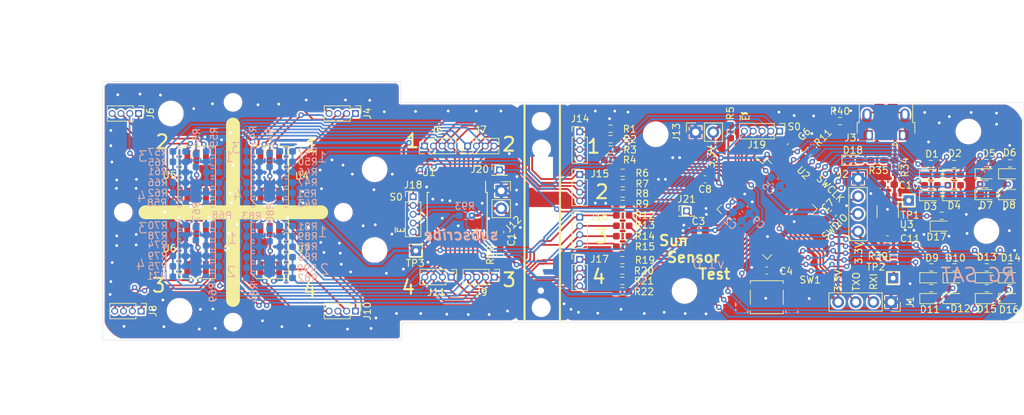
<source format=kicad_pcb>
(kicad_pcb (version 20171130) (host pcbnew 5.1.7-a382d34a8~88~ubuntu16.04.1)
  (layers (0 F.Cu signal) (31 B.Cu signal) (34 B.Paste user) (35 F.Paste user hide) (36 B.SilkS user) (37 F.SilkS user hide) (38 B.Mask user) (39 F.Mask user) (44 Edge.Cuts user))
  (net 0 "")
  (net 1 GND)
  (net 2 +3V3)
  (net 3 +5V)
  (net 4 "Net-(C11-Pad1)")
  (net 5 "Net-(D1-Pad2)")
  (net 6 "Net-(D2-Pad2)")
  (net 7 "Net-(D3-Pad2)")
  (net 8 "Net-(D4-Pad2)")
  (net 9 "Net-(D5-Pad2)")
  (net 10 "Net-(D6-Pad2)")
  (net 11 "Net-(D7-Pad2)")
  (net 12 "Net-(D8-Pad2)")
  (net 13 "Net-(D9-Pad2)")
  (net 14 "Net-(D10-Pad2)")
  (net 15 "Net-(D11-Pad2)")
  (net 16 "Net-(D12-Pad2)")
  (net 17 "Net-(D13-Pad2)")
  (net 18 "Net-(D14-Pad2)")
  (net 19 "Net-(D15-Pad2)")
  (net 20 "Net-(D16-Pad2)")
  (net 21 "Net-(D17-Pad2)")
  (net 22 "Net-(D18-Pad2)")
  (net 23 /USART1_TX)
  (net 24 /USART1_RX)
  (net 25 /SWDIO)
  (net 26 /SWCLK)
  (net 27 "Net-(J3-Pad6)")
  (net 28 "Net-(J3-Pad1)")
  (net 29 "Net-(J4-Pad4)")
  (net 30 "Net-(J4-Pad3)")
  (net 31 "Net-(J4-Pad2)")
  (net 32 "Net-(J4-Pad1)")
  (net 33 "/K857PE Breakout/A4")
  (net 34 "/K857PE Breakout/A3")
  (net 35 "/K857PE Breakout/A2")
  (net 36 "/K857PE Breakout/A1")
  (net 37 "Net-(J6-Pad4)")
  (net 38 "Net-(J6-Pad3)")
  (net 39 "Net-(J6-Pad2)")
  (net 40 "Net-(J6-Pad1)")
  (net 41 /sheet60017AC6/A4)
  (net 42 /sheet60017AC6/A3)
  (net 43 /sheet60017AC6/A2)
  (net 44 /sheet60017AC6/A1)
  (net 45 "Net-(J8-Pad4)")
  (net 46 "Net-(J8-Pad3)")
  (net 47 "Net-(J8-Pad2)")
  (net 48 "Net-(J8-Pad1)")
  (net 49 /sheet60017C33/A4)
  (net 50 /sheet60017C33/A3)
  (net 51 /sheet60017C33/A2)
  (net 52 /sheet60017C33/A1)
  (net 53 "Net-(J10-Pad4)")
  (net 54 "Net-(J10-Pad3)")
  (net 55 "Net-(J10-Pad2)")
  (net 56 "Net-(J10-Pad1)")
  (net 57 /sheet60017CBC/A4)
  (net 58 /sheet60017CBC/A3)
  (net 59 /sheet60017CBC/A2)
  (net 60 /sheet60017CBC/A1)
  (net 61 /AIN0)
  (net 62 /AIN1)
  (net 63 /AIN2)
  (net 64 /AIN3)
  (net 65 "Net-(R5-Pad1)")
  (net 66 /AIN4)
  (net 67 /AIN5)
  (net 68 /AIN6)
  (net 69 /AIN7)
  (net 70 /~E)
  (net 71 "Net-(R11-Pad2)")
  (net 72 /AIN8)
  (net 73 /AIN9)
  (net 74 /AIN10)
  (net 75 /AIN11)
  (net 76 /D1)
  (net 77 /D2)
  (net 78 /D3)
  (net 79 /AIN12)
  (net 80 /AIN13)
  (net 81 /AIN14)
  (net 82 /AIN15)
  (net 83 /D4)
  (net 84 /D5)
  (net 85 /D6)
  (net 86 /D7)
  (net 87 /D8)
  (net 88 /D9)
  (net 89 /D10)
  (net 90 /D11)
  (net 91 /D12)
  (net 92 /D13)
  (net 93 /D14)
  (net 94 /D15)
  (net 95 /D16)
  (net 96 /D17)
  (net 97 "Net-(R41-Pad2)")
  (net 98 "Net-(R54-Pad2)")
  (net 99 "Net-(R67-Pad2)")
  (net 100 "Net-(R80-Pad2)")
  (net 101 /S2)
  (net 102 /S3)
  (net 103 /S1)
  (net 104 /S0)
  (net 105 "/K857PE Breakout/VBIAS")
  (module Package_TO_SOT_SMD:TSOT-23-5_HandSoldering (layer F.Cu) (at 178.1 49.95 270)
    (fp_text reference U3 (at 1.85 -2.7 180) (layer F.SilkS))
    (fp_text value ADP150AUJZ-3.3-R7)
    (pad 5 smd rect (at 1.71 -0.95 270) (size 2 0.65) (layers F.Cu F.Paste F.Mask) (net 4 "Net-(C11-Pad1)"))
    (pad 4 smd rect (at 1.71 0.95 270) (size 2 0.65) (layers F.Cu F.Paste F.Mask))
    (pad 3 smd rect (at -1.71 0.95 270) (size 2 0.65) (layers F.Cu F.Paste F.Mask) (net 3 +5V))
    (pad 2 smd rect (at -1.71 0 270) (size 2 0.65) (layers F.Cu F.Paste F.Mask) (net 1 GND))
    (pad 1 smd rect (at -1.71 -0.95 270) (size 2 0.65) (layers F.Cu F.Paste F.Mask) (net 3 +5V))
  )
  (module TestPoint:TestPoint_THTPad_1.5x1.5mm_Drill0.7mm (layer F.Cu) (at 110.1 55.6)
    (fp_text reference TP3 (at -0.1 1.8) (layer F.SilkS))
    (fp_text value TP_1.5x1.5)
    (pad 1 thru_hole rect (at 0 0) (size 1.5 1.5) (drill 0.7) (layers *.Cu *.Mask) (net 105 "/K857PE Breakout/VBIAS"))
  )
  (module Resistor_SMD:R_0603_1608Metric_Pad0.98x0.95mm_HandSolder (layer B.Cu) (at 117.25 50.55)
    (fp_text reference R93 (at -0.1 -1.4) (layer B.SilkS) (effects (justify mirror)))
    (fp_text value 0)
    (pad 2 smd roundrect (at 0.9125 0) (size 0.975 0.95) (layers B.Cu B.Paste B.Mask) (net 2 +3V3))
    (pad 1 smd roundrect (at -0.9125 0) (size 0.975 0.95) (layers B.Cu B.Paste B.Mask) (net 105 "/K857PE Breakout/VBIAS"))
  )
  (module footprint_custom:mousebite (layer F.Cu) (at 128.2 43.35)
    (fp_text reference H25 hide)
    (fp_text value mousebite)
    (pad "" np_thru_hole circle (at 0 0) (size 0.4 0.4) (drill 0.4) (layers *.Cu *.Mask))
  )
  (module footprint_custom:mousebite (layer F.Cu) (at 128.2 44.3)
    (fp_text reference H24 hide)
    (fp_text value mousebite)
    (pad "" np_thru_hole circle (at 0 0) (size 0.4 0.4) (drill 0.4) (layers *.Cu *.Mask))
  )
  (module footprint_custom:mousebite (layer F.Cu) (at 128.05 58.85)
    (fp_text reference H23 hide)
    (fp_text value mousebite)
    (pad "" np_thru_hole circle (at 0 0) (size 0.4 0.4) (drill 0.4) (layers *.Cu *.Mask))
  )
  (module footprint_custom:mousebite (layer F.Cu) (at 128.05 56.5)
    (fp_text reference H21 hide)
    (fp_text value mousebite)
    (pad "" np_thru_hole circle (at 0 0) (size 0.4 0.4) (drill 0.4) (layers *.Cu *.Mask))
  )
  (module footprint_custom:mousebite (layer F.Cu) (at 128.05 58.05)
    (fp_text reference H20 hide)
    (fp_text value mousebite)
    (pad "" np_thru_hole circle (at 0 0) (size 0.4 0.4) (drill 0.4) (layers *.Cu *.Mask))
  )
  (module footprint_custom:mousebite (layer F.Cu) (at 128.1 61.35)
    (fp_text reference H19 hide)
    (fp_text value mousebite)
    (pad "" np_thru_hole circle (at 0 0) (size 0.4 0.4) (drill 0.4) (layers *.Cu *.Mask))
  )
  (module footprint_custom:mousebite (layer F.Cu) (at 128.05 55.6)
    (fp_text reference H18 hide)
    (fp_text value mousebite)
    (pad "" np_thru_hole circle (at 0 0) (size 0.4 0.4) (drill 0.4) (layers *.Cu *.Mask))
  )
  (module footprint_custom:mousebite (layer F.Cu) (at 128.05 53.6)
    (fp_text reference H17 hide)
    (fp_text value mousebite)
    (pad "" np_thru_hole circle (at 0 0) (size 0.4 0.4) (drill 0.4) (layers *.Cu *.Mask))
  )
  (module MountingHole:MountingHole_3.2mm_M3 (layer F.Cu) (at 192.3 52.75)
    (fp_text reference H16 hide)
    (fp_text value "M3 Screw")
    (pad 1 np_thru_hole circle (at 0 0) (size 3.2 3.2) (drill 3.2) (layers *.Cu *.Mask))
  )
  (module MountingHole:MountingHole_3.2mm_M3 (layer F.Cu) (at 104.15 55.5)
    (fp_text reference H15 hide)
    (fp_text value "M3 Screw")
    (pad 1 np_thru_hole circle (at 0 0) (size 3.2 3.2) (drill 3.2) (layers *.Cu *.Mask))
  )
  (module MountingHole:MountingHole_3.2mm_M3 (layer F.Cu) (at 189.7 38.4)
    (fp_text reference H14 hide)
    (fp_text value "M3 Screw")
    (pad 1 np_thru_hole circle (at 0 0) (size 3.2 3.2) (drill 3.2) (layers *.Cu *.Mask))
  )
  (module MountingHole:MountingHole_3.2mm_M3 (layer F.Cu) (at 104.15 43.85)
    (fp_text reference H13 hide)
    (fp_text value "M3 Screw")
    (pad 1 np_thru_hole circle (at 0 0) (size 3.2 3.2) (drill 3.2) (layers *.Cu *.Mask))
  )
  (module MountingHole:MountingHole_3.2mm_M3 (layer F.Cu) (at 74.8 35.8)
    (fp_text reference H12 hide)
    (fp_text value "M3 Screw")
    (pad 1 np_thru_hole circle (at 0 0) (size 3.2 3.2) (drill 3.2) (layers *.Cu *.Mask))
  )
  (module MountingHole:MountingHole_3.2mm_M3 (layer F.Cu) (at 76.05 64.25)
    (fp_text reference H11 hide)
    (fp_text value "M3 Screw")
    (pad 1 np_thru_hole circle (at 0 0) (size 3.2 3.2) (drill 3.2) (layers *.Cu *.Mask))
  )
  (module MountingHole:MountingHole_3.2mm_M3 (layer F.Cu) (at 144.65 38.8)
    (fp_text reference H10 hide)
    (fp_text value "M3 Screw")
    (pad 1 np_thru_hole circle (at 0 0) (size 3.2 3.2) (drill 3.2) (layers *.Cu *.Mask))
  )
  (module MountingHole:MountingHole_3.2mm_M3 (layer F.Cu) (at 148.8 61.4)
    (fp_text reference H9 hide)
    (fp_text value "M3 Screw")
    (pad 1 np_thru_hole circle (at 0 0) (size 3.2 3.2) (drill 3.2) (layers *.Cu *.Mask))
  )
  (module MountingHole:MountingHole_2.2mm_M2_ISO7380 (layer F.Cu) (at 128.2 40.9)
    (fp_text reference H8 hide)
    (fp_text value "M2 Screw")
    (pad 1 np_thru_hole circle (at 0 0) (size 2.2 2.2) (drill 2.2) (layers *.Cu *.Mask))
  )
  (module MountingHole:MountingHole_2.2mm_M2_ISO7380 (layer F.Cu) (at 128.15 36.9)
    (fp_text reference H7 hide)
    (fp_text value "M2 Screw")
    (pad 1 np_thru_hole circle (at 0 0) (size 2.2 2.2) (drill 2.2) (layers *.Cu *.Mask))
  )
  (module MountingHole:MountingHole_2.2mm_M2_ISO7380 (layer F.Cu) (at 128.15 63.8)
    (fp_text reference H6 hide)
    (fp_text value "M2 Screw")
    (pad 1 np_thru_hole circle (at 0 0) (size 2.2 2.2) (drill 2.2) (layers *.Cu *.Mask))
  )
  (module MountingHole:MountingHole_2.2mm_M2_ISO7380 (layer F.Cu) (at 128 51.15)
    (fp_text reference H5 hide)
    (fp_text value "M2 Screw")
    (pad 1 np_thru_hole circle (at 0 0) (size 2.2 2.2) (drill 2.2) (layers *.Cu *.Mask))
  )
  (module TestPoint:TestPoint_THTPad_1.5x1.5mm_Drill0.7mm (layer F.Cu) (at 178.85 59.55 270)
    (fp_text reference TP2 (at -1.6 2.5 180) (layer F.SilkS))
    (fp_text value TP_1.5x1.5)
    (pad 1 thru_hole rect (at 0 0 270) (size 1.5 1.5) (drill 0.7) (layers *.Cu *.Mask) (net 2 +3V3))
  )
  (module Connector_PinHeader_1.27mm:PinHeader_1x01_P1.27mm_Vertical (layer F.Cu) (at 149.1 49.85)
    (fp_text reference J21 (at 0 -1.695) (layer F.SilkS))
    (fp_text value 1.27mm)
    (pad 1 thru_hole rect (at 0 0) (size 1 1) (drill 0.65) (layers *.Cu *.Mask) (net 69 /AIN7))
  )
  (module Connector_PinHeader_1.27mm:PinHeader_1x01_P1.27mm_Vertical (layer F.Cu) (at 122.15 43.95)
    (fp_text reference J20 (at -2.85 -0.1) (layer F.SilkS))
    (fp_text value 1.27mm)
    (pad 1 thru_hole rect (at 0 0) (size 1 1) (drill 0.65) (layers *.Cu *.Mask) (net 69 /AIN7))
  )
  (module Connector_PinSocket_2.54mm:PinSocket_1x02_P2.54mm_Vertical (layer F.Cu) (at 122.4 46.95)
    (fp_text reference J12 (at 1.7 4.8 225) (layer F.SilkS))
    (fp_text value Conn_01x02)
    (pad 2 thru_hole oval (at 0 2.54) (size 1.7 1.7) (drill 1) (layers *.Cu *.Mask) (net 2 +3V3))
    (pad 1 thru_hole rect (at 0 0) (size 1.7 1.7) (drill 1) (layers *.Cu *.Mask) (net 1 GND))
  )
  (module Package_QFP:LQFP-64_10x10mm_P0.5mm (layer F.Cu) (at 160.7 49.6 315)
    (fp_text reference U2 (at 0 -7.4 315) (layer F.SilkS))
    (fp_text value STM32L051R8Tx)
    (pad 64 smd roundrect (at -3.75 -5.675 315) (size 0.3 1.55) (layers F.Cu F.Paste F.Mask) (net 2 +3V3))
    (pad 63 smd roundrect (at -3.25 -5.675 315) (size 0.3 1.55) (layers F.Cu F.Paste F.Mask) (net 1 GND))
    (pad 62 smd roundrect (at -2.75 -5.675 315) (size 0.3 1.55) (layers F.Cu F.Paste F.Mask) (net 76 /D1))
    (pad 61 smd roundrect (at -2.25 -5.675 315) (size 0.3 1.55) (layers F.Cu F.Paste F.Mask) (net 77 /D2))
    (pad 60 smd roundrect (at -1.75 -5.675 315) (size 0.3 1.55) (layers F.Cu F.Paste F.Mask) (net 71 "Net-(R11-Pad2)"))
    (pad 59 smd roundrect (at -1.25 -5.675 315) (size 0.3 1.55) (layers F.Cu F.Paste F.Mask) (net 84 /D5))
    (pad 58 smd roundrect (at -0.75 -5.675 315) (size 0.3 1.55) (layers F.Cu F.Paste F.Mask) (net 85 /D6))
    (pad 57 smd roundrect (at -0.25 -5.675 315) (size 0.3 1.55) (layers F.Cu F.Paste F.Mask) (net 78 /D3))
    (pad 56 smd roundrect (at 0.25 -5.675 315) (size 0.3 1.55) (layers F.Cu F.Paste F.Mask) (net 83 /D4))
    (pad 55 smd roundrect (at 0.75 -5.675 315) (size 0.3 1.55) (layers F.Cu F.Paste F.Mask) (net 86 /D7))
    (pad 54 smd roundrect (at 1.25 -5.675 315) (size 0.3 1.55) (layers F.Cu F.Paste F.Mask))
    (pad 53 smd roundrect (at 1.75 -5.675 315) (size 0.3 1.55) (layers F.Cu F.Paste F.Mask) (net 87 /D8))
    (pad 52 smd roundrect (at 2.25 -5.675 315) (size 0.3 1.55) (layers F.Cu F.Paste F.Mask) (net 96 /D17))
    (pad 51 smd roundrect (at 2.75 -5.675 315) (size 0.3 1.55) (layers F.Cu F.Paste F.Mask) (net 88 /D9))
    (pad 50 smd roundrect (at 3.25 -5.675 315) (size 0.3 1.55) (layers F.Cu F.Paste F.Mask))
    (pad 49 smd roundrect (at 3.75 -5.675 315) (size 0.3 1.55) (layers F.Cu F.Paste F.Mask) (net 26 /SWCLK))
    (pad 48 smd roundrect (at 5.675 -3.75 315) (size 1.55 0.3) (layers F.Cu F.Paste F.Mask) (net 2 +3V3))
    (pad 47 smd roundrect (at 5.675 -3.25 315) (size 1.55 0.3) (layers F.Cu F.Paste F.Mask) (net 1 GND))
    (pad 46 smd roundrect (at 5.675 -2.75 315) (size 1.55 0.3) (layers F.Cu F.Paste F.Mask) (net 25 /SWDIO))
    (pad 45 smd roundrect (at 5.675 -2.25 315) (size 1.55 0.3) (layers F.Cu F.Paste F.Mask))
    (pad 44 smd roundrect (at 5.675 -1.75 315) (size 1.55 0.3) (layers F.Cu F.Paste F.Mask))
    (pad 43 smd roundrect (at 5.675 -1.25 315) (size 1.55 0.3) (layers F.Cu F.Paste F.Mask) (net 24 /USART1_RX))
    (pad 42 smd roundrect (at 5.675 -0.75 315) (size 1.55 0.3) (layers F.Cu F.Paste F.Mask) (net 23 /USART1_TX))
    (pad 41 smd roundrect (at 5.675 -0.25 315) (size 1.55 0.3) (layers F.Cu F.Paste F.Mask))
    (pad 40 smd roundrect (at 5.675 0.25 315) (size 1.55 0.3) (layers F.Cu F.Paste F.Mask))
    (pad 39 smd roundrect (at 5.675 0.75 315) (size 1.55 0.3) (layers F.Cu F.Paste F.Mask))
    (pad 38 smd roundrect (at 5.675 1.25 315) (size 1.55 0.3) (layers F.Cu F.Paste F.Mask))
    (pad 37 smd roundrect (at 5.675 1.75 315) (size 1.55 0.3) (layers F.Cu F.Paste F.Mask))
    (pad 36 smd roundrect (at 5.675 2.25 315) (size 1.55 0.3) (layers F.Cu F.Paste F.Mask) (net 89 /D10))
    (pad 35 smd roundrect (at 5.675 2.75 315) (size 1.55 0.3) (layers F.Cu F.Paste F.Mask) (net 92 /D13))
    (pad 34 smd roundrect (at 5.675 3.25 315) (size 1.55 0.3) (layers F.Cu F.Paste F.Mask) (net 93 /D14))
    (pad 33 smd roundrect (at 5.675 3.75 315) (size 1.55 0.3) (layers F.Cu F.Paste F.Mask) (net 90 /D11))
    (pad 32 smd roundrect (at 3.75 5.675 315) (size 0.3 1.55) (layers F.Cu F.Paste F.Mask) (net 2 +3V3))
    (pad 31 smd roundrect (at 3.25 5.675 315) (size 0.3 1.55) (layers F.Cu F.Paste F.Mask) (net 1 GND))
    (pad 30 smd roundrect (at 2.75 5.675 315) (size 0.3 1.55) (layers F.Cu F.Paste F.Mask) (net 91 /D12))
    (pad 29 smd roundrect (at 2.25 5.675 315) (size 0.3 1.55) (layers F.Cu F.Paste F.Mask) (net 94 /D15))
    (pad 28 smd roundrect (at 1.75 5.675 315) (size 0.3 1.55) (layers F.Cu F.Paste F.Mask) (net 95 /D16))
    (pad 27 smd roundrect (at 1.25 5.675 315) (size 0.3 1.55) (layers F.Cu F.Paste F.Mask) (net 82 /AIN15))
    (pad 26 smd roundrect (at 0.75 5.675 315) (size 0.3 1.55) (layers F.Cu F.Paste F.Mask) (net 81 /AIN14))
    (pad 25 smd roundrect (at 0.25 5.675 315) (size 0.3 1.55) (layers F.Cu F.Paste F.Mask) (net 80 /AIN13))
    (pad 24 smd roundrect (at -0.25 5.675 315) (size 0.3 1.55) (layers F.Cu F.Paste F.Mask) (net 79 /AIN12))
    (pad 23 smd roundrect (at -0.75 5.675 315) (size 0.3 1.55) (layers F.Cu F.Paste F.Mask) (net 75 /AIN11))
    (pad 22 smd roundrect (at -1.25 5.675 315) (size 0.3 1.55) (layers F.Cu F.Paste F.Mask) (net 74 /AIN10))
    (pad 21 smd roundrect (at -1.75 5.675 315) (size 0.3 1.55) (layers F.Cu F.Paste F.Mask) (net 73 /AIN9))
    (pad 20 smd roundrect (at -2.25 5.675 315) (size 0.3 1.55) (layers F.Cu F.Paste F.Mask) (net 72 /AIN8))
    (pad 19 smd roundrect (at -2.75 5.675 315) (size 0.3 1.55) (layers F.Cu F.Paste F.Mask) (net 2 +3V3))
    (pad 18 smd roundrect (at -3.25 5.675 315) (size 0.3 1.55) (layers F.Cu F.Paste F.Mask) (net 1 GND))
    (pad 17 smd roundrect (at -3.75 5.675 315) (size 0.3 1.55) (layers F.Cu F.Paste F.Mask) (net 69 /AIN7))
    (pad 16 smd roundrect (at -5.675 3.75 315) (size 1.55 0.3) (layers F.Cu F.Paste F.Mask) (net 68 /AIN6))
    (pad 15 smd roundrect (at -5.675 3.25 315) (size 1.55 0.3) (layers F.Cu F.Paste F.Mask) (net 67 /AIN5))
    (pad 14 smd roundrect (at -5.675 2.75 315) (size 1.55 0.3) (layers F.Cu F.Paste F.Mask) (net 66 /AIN4))
    (pad 13 smd roundrect (at -5.675 2.25 315) (size 1.55 0.3) (layers F.Cu F.Paste F.Mask) (net 2 +3V3))
    (pad 12 smd roundrect (at -5.675 1.75 315) (size 1.55 0.3) (layers F.Cu F.Paste F.Mask) (net 1 GND))
    (pad 11 smd roundrect (at -5.675 1.25 315) (size 1.55 0.3) (layers F.Cu F.Paste F.Mask) (net 64 /AIN3))
    (pad 10 smd roundrect (at -5.675 0.75 315) (size 1.55 0.3) (layers F.Cu F.Paste F.Mask) (net 63 /AIN2))
    (pad 9 smd roundrect (at -5.675 0.25 315) (size 1.55 0.3) (layers F.Cu F.Paste F.Mask) (net 62 /AIN1))
    (pad 8 smd roundrect (at -5.675 -0.25 315) (size 1.55 0.3) (layers F.Cu F.Paste F.Mask) (net 61 /AIN0))
    (pad 7 smd roundrect (at -5.675 -0.75 315) (size 1.55 0.3) (layers F.Cu F.Paste F.Mask) (net 65 "Net-(R5-Pad1)"))
    (pad 6 smd roundrect (at -5.675 -1.25 315) (size 1.55 0.3) (layers F.Cu F.Paste F.Mask) (net 70 /~E))
    (pad 5 smd roundrect (at -5.675 -1.75 315) (size 1.55 0.3) (layers F.Cu F.Paste F.Mask) (net 102 /S3))
    (pad 4 smd roundrect (at -5.675 -2.25 315) (size 1.55 0.3) (layers F.Cu F.Paste F.Mask) (net 101 /S2))
    (pad 3 smd roundrect (at -5.675 -2.75 315) (size 1.55 0.3) (layers F.Cu F.Paste F.Mask) (net 103 /S1))
    (pad 2 smd roundrect (at -5.675 -3.25 315) (size 1.55 0.3) (layers F.Cu F.Paste F.Mask) (net 104 /S0))
    (pad 1 smd roundrect (at -5.675 -3.75 315) (size 1.55 0.3) (layers F.Cu F.Paste F.Mask) (net 2 +3V3))
  )
  (module Connector_PinHeader_1.27mm:PinHeader_1x05_P1.27mm_Vertical (layer F.Cu) (at 162.5 38.35 270)
    (fp_text reference J19 (at 1.95 3.3 180) (layer F.SilkS))
    (fp_text value Conn_01x05_Female)
    (pad 5 thru_hole oval (at 0 5.08 270) (size 1 1) (drill 0.65) (layers *.Cu *.Mask) (net 70 /~E))
    (pad 4 thru_hole oval (at 0 3.81 270) (size 1 1) (drill 0.65) (layers *.Cu *.Mask) (net 102 /S3))
    (pad 3 thru_hole oval (at 0 2.54 270) (size 1 1) (drill 0.65) (layers *.Cu *.Mask) (net 101 /S2))
    (pad 2 thru_hole oval (at 0 1.27 270) (size 1 1) (drill 0.65) (layers *.Cu *.Mask) (net 103 /S1))
    (pad 1 thru_hole rect (at 0 0 270) (size 1 1) (drill 0.65) (layers *.Cu *.Mask) (net 104 /S0))
  )
  (module Connector_PinHeader_1.27mm:PinHeader_1x05_P1.27mm_Vertical (layer F.Cu) (at 109.7 47.8)
    (fp_text reference J18 (at 0 -1.695) (layer F.SilkS))
    (fp_text value Conn_01x05_Female)
    (pad 5 thru_hole oval (at 0 5.08) (size 1 1) (drill 0.65) (layers *.Cu *.Mask) (net 70 /~E))
    (pad 4 thru_hole oval (at 0 3.81) (size 1 1) (drill 0.65) (layers *.Cu *.Mask) (net 102 /S3))
    (pad 3 thru_hole oval (at 0 2.54) (size 1 1) (drill 0.65) (layers *.Cu *.Mask) (net 101 /S2))
    (pad 2 thru_hole oval (at 0 1.27) (size 1 1) (drill 0.65) (layers *.Cu *.Mask) (net 103 /S1))
    (pad 1 thru_hole rect (at 0 0) (size 1 1) (drill 0.65) (layers *.Cu *.Mask) (net 104 /S0))
  )
  (module Connector_PinHeader_1.27mm:PinHeader_1x04_P1.27mm_Vertical (layer F.Cu) (at 133.7 56.85)
    (fp_text reference J17 (at 2.85 -0.05) (layer F.SilkS))
    (fp_text value Conn_01x04_Female)
    (pad 4 thru_hole oval (at 0 3.81) (size 1 1) (drill 0.65) (layers *.Cu *.Mask) (net 57 /sheet60017CBC/A4))
    (pad 3 thru_hole oval (at 0 2.54) (size 1 1) (drill 0.65) (layers *.Cu *.Mask) (net 58 /sheet60017CBC/A3))
    (pad 2 thru_hole oval (at 0 1.27) (size 1 1) (drill 0.65) (layers *.Cu *.Mask) (net 59 /sheet60017CBC/A2))
    (pad 1 thru_hole rect (at 0 0) (size 1 1) (drill 0.65) (layers *.Cu *.Mask) (net 60 /sheet60017CBC/A1))
  )
  (module Connector_PinHeader_1.27mm:PinHeader_1x04_P1.27mm_Vertical (layer F.Cu) (at 133.7 50.75)
    (fp_text reference J16 (at 2.8 -0.05) (layer F.SilkS))
    (fp_text value Conn_01x04_Female)
    (pad 4 thru_hole oval (at 0 3.81) (size 1 1) (drill 0.65) (layers *.Cu *.Mask) (net 49 /sheet60017C33/A4))
    (pad 3 thru_hole oval (at 0 2.54) (size 1 1) (drill 0.65) (layers *.Cu *.Mask) (net 50 /sheet60017C33/A3))
    (pad 2 thru_hole oval (at 0 1.27) (size 1 1) (drill 0.65) (layers *.Cu *.Mask) (net 51 /sheet60017C33/A2))
    (pad 1 thru_hole rect (at 0 0) (size 1 1) (drill 0.65) (layers *.Cu *.Mask) (net 52 /sheet60017C33/A1))
  )
  (module Connector_PinHeader_1.27mm:PinHeader_1x04_P1.27mm_Vertical (layer F.Cu) (at 133.7 44.6)
    (fp_text reference J15 (at 2.9 -0.1) (layer F.SilkS))
    (fp_text value Conn_01x04_Female)
    (pad 4 thru_hole oval (at 0 3.81) (size 1 1) (drill 0.65) (layers *.Cu *.Mask) (net 41 /sheet60017AC6/A4))
    (pad 3 thru_hole oval (at 0 2.54) (size 1 1) (drill 0.65) (layers *.Cu *.Mask) (net 42 /sheet60017AC6/A3))
    (pad 2 thru_hole oval (at 0 1.27) (size 1 1) (drill 0.65) (layers *.Cu *.Mask) (net 43 /sheet60017AC6/A2))
    (pad 1 thru_hole rect (at 0 0) (size 1 1) (drill 0.65) (layers *.Cu *.Mask) (net 44 /sheet60017AC6/A1))
  )
  (module Connector_PinHeader_1.27mm:PinHeader_1x04_P1.27mm_Vertical (layer F.Cu) (at 133.7 38.45)
    (fp_text reference J14 (at 0.05 -1.9) (layer F.SilkS))
    (fp_text value Conn_01x04_Female)
    (pad 4 thru_hole oval (at 0 3.81) (size 1 1) (drill 0.65) (layers *.Cu *.Mask) (net 33 "/K857PE Breakout/A4"))
    (pad 3 thru_hole oval (at 0 2.54) (size 1 1) (drill 0.65) (layers *.Cu *.Mask) (net 34 "/K857PE Breakout/A3"))
    (pad 2 thru_hole oval (at 0 1.27) (size 1 1) (drill 0.65) (layers *.Cu *.Mask) (net 35 "/K857PE Breakout/A2"))
    (pad 1 thru_hole rect (at 0 0) (size 1 1) (drill 0.65) (layers *.Cu *.Mask) (net 36 "/K857PE Breakout/A1"))
  )
  (module Connector_PinSocket_2.54mm:PinSocket_1x02_P2.54mm_Vertical (layer F.Cu) (at 150.4 38.5 90)
    (fp_text reference J13 (at 0 -2.77 90) (layer F.SilkS))
    (fp_text value Conn_01x02)
    (pad 2 thru_hole oval (at 0 2.54 90) (size 1.7 1.7) (drill 1) (layers *.Cu *.Mask) (net 2 +3V3))
    (pad 1 thru_hole rect (at 0 0 90) (size 1.7 1.7) (drill 1) (layers *.Cu *.Mask) (net 1 GND))
  )
  (module MountingHole:MountingHole_2.2mm_M2_ISO7380 (layer F.Cu) (at 83.75 34.2)
    (fp_text reference H4 hide)
    (fp_text value "M2 Screw")
    (pad 1 np_thru_hole circle (at 0 0) (size 2.2 2.2) (drill 2.2) (layers *.Cu *.Mask))
  )
  (module MountingHole:MountingHole_2.2mm_M2_ISO7380 (layer F.Cu) (at 99.65 50.05)
    (fp_text reference H3 hide)
    (fp_text value "M2 Screw")
    (pad 1 np_thru_hole circle (at 0 0) (size 2.2 2.2) (drill 2.2) (layers *.Cu *.Mask))
  )
  (module MountingHole:MountingHole_2.2mm_M2_ISO7380 (layer F.Cu) (at 83.75 65.9)
    (fp_text reference H2 hide)
    (fp_text value "M2 Screw")
    (pad 1 np_thru_hole circle (at 0 0) (size 2.2 2.2) (drill 2.2) (layers *.Cu *.Mask))
  )
  (module MountingHole:MountingHole_2.2mm_M2_ISO7380 (layer F.Cu) (at 67.95 50.05)
    (fp_text reference H1 hide)
    (fp_text value "M2 Screw")
    (pad 1 np_thru_hole circle (at 0 0) (size 2.2 2.2) (drill 2.2) (layers *.Cu *.Mask))
  )
  (module footprint_custom:K857PE (layer F.Cu) (at 89.05 55.35)
    (fp_text reference U7 (at 4.835 -0.025 180) (layer F.SilkS))
    (fp_text value K857PE)
    (pad 3 smd rect (at 1.34 2.76) (size 0.84 2) (layers F.Cu F.Paste F.Mask) (net 55 "Net-(J10-Pad2)"))
    (pad 4 smd rect (at 1.34 -2.76) (size 0.84 2) (layers F.Cu F.Paste F.Mask) (net 56 "Net-(J10-Pad1)"))
    (pad 2 smd rect (at 0 2.76) (size 0.84 2) (layers F.Cu F.Paste F.Mask) (net 100 "Net-(R80-Pad2)"))
    (pad 5 smd rect (at 0 -2.76) (size 0.84 2) (layers F.Cu F.Paste F.Mask) (net 100 "Net-(R80-Pad2)"))
    (pad 1 smd rect (at -1.34 2.76) (size 0.84 2) (layers F.Cu F.Paste F.Mask) (net 53 "Net-(J10-Pad4)"))
    (pad 6 smd rect (at -1.34 -2.76) (size 0.84 2) (layers F.Cu F.Paste F.Mask) (net 54 "Net-(J10-Pad3)"))
  )
  (module footprint_custom:K857PE (layer F.Cu) (at 78.5 55.35)
    (fp_text reference U6 (at -3.9 -0.1 180) (layer F.SilkS))
    (fp_text value K857PE)
    (pad 3 smd rect (at 1.34 2.76) (size 0.84 2) (layers F.Cu F.Paste F.Mask) (net 47 "Net-(J8-Pad2)"))
    (pad 4 smd rect (at 1.34 -2.76) (size 0.84 2) (layers F.Cu F.Paste F.Mask) (net 48 "Net-(J8-Pad1)"))
    (pad 2 smd rect (at 0 2.76) (size 0.84 2) (layers F.Cu F.Paste F.Mask) (net 99 "Net-(R67-Pad2)"))
    (pad 5 smd rect (at 0 -2.76) (size 0.84 2) (layers F.Cu F.Paste F.Mask) (net 99 "Net-(R67-Pad2)"))
    (pad 1 smd rect (at -1.34 2.76) (size 0.84 2) (layers F.Cu F.Paste F.Mask) (net 45 "Net-(J8-Pad4)"))
    (pad 6 smd rect (at -1.34 -2.76) (size 0.84 2) (layers F.Cu F.Paste F.Mask) (net 46 "Net-(J8-Pad3)"))
  )
  (module footprint_custom:K857PE (layer F.Cu) (at 78.515 44.775)
    (fp_text reference U5 (at -3.9 -0.1 180) (layer F.SilkS))
    (fp_text value K857PE)
    (pad 3 smd rect (at 1.34 2.76) (size 0.84 2) (layers F.Cu F.Paste F.Mask) (net 39 "Net-(J6-Pad2)"))
    (pad 4 smd rect (at 1.34 -2.76) (size 0.84 2) (layers F.Cu F.Paste F.Mask) (net 40 "Net-(J6-Pad1)"))
    (pad 2 smd rect (at 0 2.76) (size 0.84 2) (layers F.Cu F.Paste F.Mask) (net 98 "Net-(R54-Pad2)"))
    (pad 5 smd rect (at 0 -2.76) (size 0.84 2) (layers F.Cu F.Paste F.Mask) (net 98 "Net-(R54-Pad2)"))
    (pad 1 smd rect (at -1.34 2.76) (size 0.84 2) (layers F.Cu F.Paste F.Mask) (net 37 "Net-(J6-Pad4)"))
    (pad 6 smd rect (at -1.34 -2.76) (size 0.84 2) (layers F.Cu F.Paste F.Mask) (net 38 "Net-(J6-Pad3)"))
  )
  (module footprint_custom:K857PE (layer F.Cu) (at 89.05 44.765)
    (fp_text reference U4 (at 4.635 0.085 180) (layer F.SilkS))
    (fp_text value K857PE)
    (pad 3 smd rect (at 1.34 2.76) (size 0.84 2) (layers F.Cu F.Paste F.Mask) (net 31 "Net-(J4-Pad2)"))
    (pad 4 smd rect (at 1.34 -2.76) (size 0.84 2) (layers F.Cu F.Paste F.Mask) (net 32 "Net-(J4-Pad1)"))
    (pad 2 smd rect (at 0 2.76) (size 0.84 2) (layers F.Cu F.Paste F.Mask) (net 97 "Net-(R41-Pad2)"))
    (pad 5 smd rect (at 0 -2.76) (size 0.84 2) (layers F.Cu F.Paste F.Mask) (net 97 "Net-(R41-Pad2)"))
    (pad 1 smd rect (at -1.34 2.76) (size 0.84 2) (layers F.Cu F.Paste F.Mask) (net 29 "Net-(J4-Pad4)"))
    (pad 6 smd rect (at -1.34 -2.76) (size 0.84 2) (layers F.Cu F.Paste F.Mask) (net 30 "Net-(J4-Pad3)"))
  )
  (module Package_SO:SSOP-24_5.3x8.2mm_P0.65mm (layer F.Cu) (at 116.05 50.05 270)
    (fp_text reference U1 (at -5.75 4.1 180) (layer F.SilkS))
    (fp_text value CD74HC4067SM)
    (pad 24 smd rect (at 3.6 -3.575 270) (size 1.75 0.45) (layers F.Cu F.Paste F.Mask) (net 2 +3V3))
    (pad 23 smd rect (at 3.6 -2.925 270) (size 1.75 0.45) (layers F.Cu F.Paste F.Mask) (net 52 /sheet60017C33/A1))
    (pad 22 smd rect (at 3.6 -2.275 270) (size 1.75 0.45) (layers F.Cu F.Paste F.Mask) (net 51 /sheet60017C33/A2))
    (pad 21 smd rect (at 3.6 -1.625 270) (size 1.75 0.45) (layers F.Cu F.Paste F.Mask) (net 50 /sheet60017C33/A3))
    (pad 20 smd rect (at 3.6 -0.975 270) (size 1.75 0.45) (layers F.Cu F.Paste F.Mask) (net 49 /sheet60017C33/A4))
    (pad 19 smd rect (at 3.6 -0.325 270) (size 1.75 0.45) (layers F.Cu F.Paste F.Mask) (net 60 /sheet60017CBC/A1))
    (pad 18 smd rect (at 3.6 0.325 270) (size 1.75 0.45) (layers F.Cu F.Paste F.Mask) (net 59 /sheet60017CBC/A2))
    (pad 17 smd rect (at 3.6 0.975 270) (size 1.75 0.45) (layers F.Cu F.Paste F.Mask) (net 58 /sheet60017CBC/A3))
    (pad 16 smd rect (at 3.6 1.625 270) (size 1.75 0.45) (layers F.Cu F.Paste F.Mask) (net 57 /sheet60017CBC/A4))
    (pad 15 smd rect (at 3.6 2.275 270) (size 1.75 0.45) (layers F.Cu F.Paste F.Mask) (net 70 /~E))
    (pad 14 smd rect (at 3.6 2.925 270) (size 1.75 0.45) (layers F.Cu F.Paste F.Mask) (net 101 /S2))
    (pad 13 smd rect (at 3.6 3.575 270) (size 1.75 0.45) (layers F.Cu F.Paste F.Mask) (net 102 /S3))
    (pad 12 smd rect (at -3.6 3.575 270) (size 1.75 0.45) (layers F.Cu F.Paste F.Mask) (net 1 GND))
    (pad 11 smd rect (at -3.6 2.925 270) (size 1.75 0.45) (layers F.Cu F.Paste F.Mask) (net 103 /S1))
    (pad 10 smd rect (at -3.6 2.275 270) (size 1.75 0.45) (layers F.Cu F.Paste F.Mask) (net 104 /S0))
    (pad 9 smd rect (at -3.6 1.625 270) (size 1.75 0.45) (layers F.Cu F.Paste F.Mask) (net 36 "/K857PE Breakout/A1"))
    (pad 8 smd rect (at -3.6 0.975 270) (size 1.75 0.45) (layers F.Cu F.Paste F.Mask) (net 35 "/K857PE Breakout/A2"))
    (pad 7 smd rect (at -3.6 0.325 270) (size 1.75 0.45) (layers F.Cu F.Paste F.Mask) (net 34 "/K857PE Breakout/A3"))
    (pad 6 smd rect (at -3.6 -0.325 270) (size 1.75 0.45) (layers F.Cu F.Paste F.Mask) (net 33 "/K857PE Breakout/A4"))
    (pad 5 smd rect (at -3.6 -0.975 270) (size 1.75 0.45) (layers F.Cu F.Paste F.Mask) (net 44 /sheet60017AC6/A1))
    (pad 4 smd rect (at -3.6 -1.625 270) (size 1.75 0.45) (layers F.Cu F.Paste F.Mask) (net 43 /sheet60017AC6/A2))
    (pad 3 smd rect (at -3.6 -2.275 270) (size 1.75 0.45) (layers F.Cu F.Paste F.Mask) (net 42 /sheet60017AC6/A3))
    (pad 2 smd rect (at -3.6 -2.925 270) (size 1.75 0.45) (layers F.Cu F.Paste F.Mask) (net 41 /sheet60017AC6/A4))
    (pad 1 smd rect (at -3.6 -3.575 270) (size 1.75 0.45) (layers F.Cu F.Paste F.Mask) (net 69 /AIN7))
  )
  (module TestPoint:TestPoint_THTPad_1.5x1.5mm_Drill0.7mm (layer F.Cu) (at 181.1 48.35 270)
    (fp_text reference TP1 (at 2.1 -0.2 180) (layer F.SilkS))
    (fp_text value TP_1.5x1.5)
    (pad 1 thru_hole rect (at 0 0 270) (size 1.5 1.5) (drill 0.7) (layers *.Cu *.Mask) (net 3 +5V))
  )
  (module Button_Switch_SMD:SW_SPST_TL3305A (layer F.Cu) (at 160.65 62.3 180)
    (fp_text reference SW1 (at -6.25 2.5) (layer F.SilkS))
    (fp_text value SW_Push)
    (pad 2 smd rect (at -3.6 1.5 180) (size 1.6 1.4) (layers F.Cu F.Paste F.Mask) (net 65 "Net-(R5-Pad1)"))
    (pad 2 smd rect (at 3.6 1.5 180) (size 1.6 1.4) (layers F.Cu F.Paste F.Mask) (net 65 "Net-(R5-Pad1)"))
    (pad 1 smd rect (at -3.6 -1.5 180) (size 1.6 1.4) (layers F.Cu F.Paste F.Mask) (net 1 GND))
    (pad 1 smd rect (at 3.6 -1.5 180) (size 1.6 1.4) (layers F.Cu F.Paste F.Mask) (net 1 GND))
  )
  (module Resistor_SMD:R_0603_1608Metric_Pad0.98x0.95mm_HandSolder (layer B.Cu) (at 86.615 56.525 180)
    (fp_text reference R92 hide)
    (fp_text value DNP)
    (pad 2 smd roundrect (at 0.9125 0 180) (size 0.975 0.95) (layers B.Cu B.Paste B.Mask) (net 57 /sheet60017CBC/A4))
    (pad 1 smd roundrect (at -0.9125 0 180) (size 0.975 0.95) (layers B.Cu B.Paste B.Mask) (net 1 GND))
  )
  (module Resistor_SMD:R_0603_1608Metric_Pad0.98x0.95mm_HandSolder (layer B.Cu) (at 86.615 53.525 180)
    (fp_text reference R91 hide)
    (fp_text value DNP)
    (pad 2 smd roundrect (at 0.9125 0 180) (size 0.975 0.95) (layers B.Cu B.Paste B.Mask) (net 58 /sheet60017CBC/A3))
    (pad 1 smd roundrect (at -0.9125 0 180) (size 0.975 0.95) (layers B.Cu B.Paste B.Mask) (net 1 GND))
  )
  (module Resistor_SMD:R_0603_1608Metric_Pad0.98x0.95mm_HandSolder (layer B.Cu) (at 91.414999 58.025)
    (fp_text reference R90 (at 3.000001 0.1) (layer B.SilkS) (effects (justify mirror)))
    (fp_text value DNP)
    (pad 2 smd roundrect (at 0.9125 0) (size 0.975 0.95) (layers B.Cu B.Paste B.Mask) (net 59 /sheet60017CBC/A2))
    (pad 1 smd roundrect (at -0.9125 0) (size 0.975 0.95) (layers B.Cu B.Paste B.Mask) (net 1 GND))
  )
  (module Resistor_SMD:R_0603_1608Metric_Pad0.98x0.95mm_HandSolder (layer B.Cu) (at 91.415 53.525)
    (fp_text reference R89 (at 3.1 0) (layer B.SilkS) (effects (justify mirror)))
    (fp_text value DNP)
    (pad 2 smd roundrect (at 0.9125 0) (size 0.975 0.95) (layers B.Cu B.Paste B.Mask) (net 60 /sheet60017CBC/A1))
    (pad 1 smd roundrect (at -0.9125 0) (size 0.975 0.95) (layers B.Cu B.Paste B.Mask) (net 1 GND))
  )
  (module Resistor_SMD:R_0603_1608Metric_Pad0.98x0.95mm_HandSolder (layer B.Cu) (at 86.615 58.025 180)
    (fp_text reference R88 hide)
    (fp_text value DNP)
    (pad 2 smd roundrect (at 0.9125 0 180) (size 0.975 0.95) (layers B.Cu B.Paste B.Mask) (net 57 /sheet60017CBC/A4))
    (pad 1 smd roundrect (at -0.9125 0 180) (size 0.975 0.95) (layers B.Cu B.Paste B.Mask) (net 1 GND))
  )
  (module Resistor_SMD:R_0603_1608Metric_Pad0.98x0.95mm_HandSolder (layer B.Cu) (at 86.615 55.025 180)
    (fp_text reference R87 hide)
    (fp_text value DNP)
    (pad 2 smd roundrect (at 0.9125 0 180) (size 0.975 0.95) (layers B.Cu B.Paste B.Mask) (net 58 /sheet60017CBC/A3))
    (pad 1 smd roundrect (at -0.9125 0 180) (size 0.975 0.95) (layers B.Cu B.Paste B.Mask) (net 1 GND))
  )
  (module Resistor_SMD:R_0603_1608Metric_Pad0.98x0.95mm_HandSolder (layer B.Cu) (at 91.415 56.525)
    (fp_text reference R86 (at 3.1 0) (layer B.SilkS) (effects (justify mirror)))
    (fp_text value DNP)
    (pad 2 smd roundrect (at 0.9125 0) (size 0.975 0.95) (layers B.Cu B.Paste B.Mask) (net 59 /sheet60017CBC/A2))
    (pad 1 smd roundrect (at -0.9125 0) (size 0.975 0.95) (layers B.Cu B.Paste B.Mask) (net 1 GND))
  )
  (module Resistor_SMD:R_0603_1608Metric_Pad0.98x0.95mm_HandSolder (layer B.Cu) (at 91.415 55.025)
    (fp_text reference R85 (at 3.1 0) (layer B.SilkS) (effects (justify mirror)))
    (fp_text value DNP)
    (pad 2 smd roundrect (at 0.9125 0) (size 0.975 0.95) (layers B.Cu B.Paste B.Mask) (net 60 /sheet60017CBC/A1))
    (pad 1 smd roundrect (at -0.9125 0) (size 0.975 0.95) (layers B.Cu B.Paste B.Mask) (net 1 GND))
  )
  (module Resistor_SMD:R_0603_1608Metric_Pad0.98x0.95mm_HandSolder (layer B.Cu) (at 86.615 59.525)
    (fp_text reference R84 (at 0.185 2.125 90) (layer B.SilkS) (effects (justify mirror)))
    (fp_text value 0)
    (pad 2 smd roundrect (at 0.9125 0) (size 0.975 0.95) (layers B.Cu B.Paste B.Mask) (net 53 "Net-(J10-Pad4)"))
    (pad 1 smd roundrect (at -0.9125 0) (size 0.975 0.95) (layers B.Cu B.Paste B.Mask) (net 57 /sheet60017CBC/A4))
  )
  (module Resistor_SMD:R_0603_1608Metric_Pad0.98x0.95mm_HandSolder (layer B.Cu) (at 86.615 52.025)
    (fp_text reference R83 (at -0.165 -1.425 180) (layer B.SilkS) (effects (justify mirror)))
    (fp_text value 0)
    (pad 2 smd roundrect (at 0.9125 0) (size 0.975 0.95) (layers B.Cu B.Paste B.Mask) (net 54 "Net-(J10-Pad3)"))
    (pad 1 smd roundrect (at -0.9125 0) (size 0.975 0.95) (layers B.Cu B.Paste B.Mask) (net 58 /sheet60017CBC/A3))
  )
  (module Resistor_SMD:R_0603_1608Metric_Pad0.98x0.95mm_HandSolder (layer B.Cu) (at 91.415 59.525 180)
    (fp_text reference R82 (at -3.1 0 180) (layer B.SilkS) (effects (justify mirror)))
    (fp_text value 0)
    (pad 2 smd roundrect (at 0.9125 0 180) (size 0.975 0.95) (layers B.Cu B.Paste B.Mask) (net 55 "Net-(J10-Pad2)"))
    (pad 1 smd roundrect (at -0.9125 0 180) (size 0.975 0.95) (layers B.Cu B.Paste B.Mask) (net 59 /sheet60017CBC/A2))
  )
  (module Resistor_SMD:R_0603_1608Metric_Pad0.98x0.95mm_HandSolder (layer B.Cu) (at 91.415 52.025 180)
    (fp_text reference R81 (at -3.1 -0.1 180) (layer B.SilkS) (effects (justify mirror)))
    (fp_text value 0)
    (pad 2 smd roundrect (at 0.9125 0 180) (size 0.975 0.95) (layers B.Cu B.Paste B.Mask) (net 56 "Net-(J10-Pad1)"))
    (pad 1 smd roundrect (at -0.9125 0 180) (size 0.975 0.95) (layers B.Cu B.Paste B.Mask) (net 60 /sheet60017CBC/A1))
  )
  (module Resistor_SMD:R_0603_1608Metric_Pad0.98x0.95mm_HandSolder (layer B.Cu) (at 89.015 53.325 270)
    (fp_text reference R80 (at -3.2 -0.1 90) (layer B.SilkS) (effects (justify mirror)))
    (fp_text value 0)
    (pad 2 smd roundrect (at 0.9125 0 270) (size 0.975 0.95) (layers B.Cu B.Paste B.Mask) (net 100 "Net-(R80-Pad2)"))
    (pad 1 smd roundrect (at -0.9125 0 270) (size 0.975 0.95) (layers B.Cu B.Paste B.Mask) (net 105 "/K857PE Breakout/VBIAS"))
  )
  (module Resistor_SMD:R_0603_1608Metric_Pad0.98x0.95mm_HandSolder (layer B.Cu) (at 76 56.35 180)
    (fp_text reference R79 (at 3.1 0) (layer B.SilkS) (effects (justify mirror)))
    (fp_text value DNP)
    (pad 2 smd roundrect (at 0.9125 0 180) (size 0.975 0.95) (layers B.Cu B.Paste B.Mask) (net 49 /sheet60017C33/A4))
    (pad 1 smd roundrect (at -0.9125 0 180) (size 0.975 0.95) (layers B.Cu B.Paste B.Mask) (net 1 GND))
  )
  (module Resistor_SMD:R_0603_1608Metric_Pad0.98x0.95mm_HandSolder (layer B.Cu) (at 76 53.35 180)
    (fp_text reference R78 (at 3.1 -0.1) (layer B.SilkS) (effects (justify mirror)))
    (fp_text value DNP)
    (pad 2 smd roundrect (at 0.9125 0 180) (size 0.975 0.95) (layers B.Cu B.Paste B.Mask) (net 50 /sheet60017C33/A3))
    (pad 1 smd roundrect (at -0.9125 0 180) (size 0.975 0.95) (layers B.Cu B.Paste B.Mask) (net 1 GND))
  )
  (module Resistor_SMD:R_0603_1608Metric_Pad0.98x0.95mm_HandSolder (layer B.Cu) (at 80.799999 57.85)
    (fp_text reference R77 hide)
    (fp_text value DNP)
    (pad 2 smd roundrect (at 0.9125 0) (size 0.975 0.95) (layers B.Cu B.Paste B.Mask) (net 51 /sheet60017C33/A2))
    (pad 1 smd roundrect (at -0.9125 0) (size 0.975 0.95) (layers B.Cu B.Paste B.Mask) (net 1 GND))
  )
  (module Resistor_SMD:R_0603_1608Metric_Pad0.98x0.95mm_HandSolder (layer B.Cu) (at 80.8 53.35)
    (fp_text reference R76 hide)
    (fp_text value DNP)
    (pad 2 smd roundrect (at 0.9125 0) (size 0.975 0.95) (layers B.Cu B.Paste B.Mask) (net 52 /sheet60017C33/A1))
    (pad 1 smd roundrect (at -0.9125 0) (size 0.975 0.95) (layers B.Cu B.Paste B.Mask) (net 1 GND))
  )
  (module Resistor_SMD:R_0603_1608Metric_Pad0.98x0.95mm_HandSolder (layer B.Cu) (at 76 57.85 180)
    (fp_text reference R75 (at 3.1 0) (layer B.SilkS) (effects (justify mirror)))
    (fp_text value DNP)
    (pad 2 smd roundrect (at 0.9125 0 180) (size 0.975 0.95) (layers B.Cu B.Paste B.Mask) (net 49 /sheet60017C33/A4))
    (pad 1 smd roundrect (at -0.9125 0 180) (size 0.975 0.95) (layers B.Cu B.Paste B.Mask) (net 1 GND))
  )
  (module Resistor_SMD:R_0603_1608Metric_Pad0.98x0.95mm_HandSolder (layer B.Cu) (at 76 54.85 180)
    (fp_text reference R74 (at 3.1 0.1) (layer B.SilkS) (effects (justify mirror)))
    (fp_text value DNP)
    (pad 2 smd roundrect (at 0.9125 0 180) (size 0.975 0.95) (layers B.Cu B.Paste B.Mask) (net 50 /sheet60017C33/A3))
    (pad 1 smd roundrect (at -0.9125 0 180) (size 0.975 0.95) (layers B.Cu B.Paste B.Mask) (net 1 GND))
  )
  (module Resistor_SMD:R_0603_1608Metric_Pad0.98x0.95mm_HandSolder (layer B.Cu) (at 80.8 56.35)
    (fp_text reference R73 hide)
    (fp_text value DNP)
    (pad 2 smd roundrect (at 0.9125 0) (size 0.975 0.95) (layers B.Cu B.Paste B.Mask) (net 51 /sheet60017C33/A2))
    (pad 1 smd roundrect (at -0.9125 0) (size 0.975 0.95) (layers B.Cu B.Paste B.Mask) (net 1 GND))
  )
  (module Resistor_SMD:R_0603_1608Metric_Pad0.98x0.95mm_HandSolder (layer B.Cu) (at 80.8 54.85)
    (fp_text reference R72 hide)
    (fp_text value DNP)
    (pad 2 smd roundrect (at 0.9125 0) (size 0.975 0.95) (layers B.Cu B.Paste B.Mask) (net 52 /sheet60017C33/A1))
    (pad 1 smd roundrect (at -0.9125 0) (size 0.975 0.95) (layers B.Cu B.Paste B.Mask) (net 1 GND))
  )
  (module Resistor_SMD:R_0603_1608Metric_Pad0.98x0.95mm_HandSolder (layer B.Cu) (at 76 59.35)
    (fp_text reference R71 (at -3.2 -0.1) (layer B.SilkS) (effects (justify mirror)))
    (fp_text value 0)
    (pad 2 smd roundrect (at 0.9125 0) (size 0.975 0.95) (layers B.Cu B.Paste B.Mask) (net 45 "Net-(J8-Pad4)"))
    (pad 1 smd roundrect (at -0.9125 0) (size 0.975 0.95) (layers B.Cu B.Paste B.Mask) (net 49 /sheet60017C33/A4))
  )
  (module Resistor_SMD:R_0603_1608Metric_Pad0.98x0.95mm_HandSolder (layer B.Cu) (at 76 51.85)
    (fp_text reference R70 (at -3.1 0.1 180) (layer B.SilkS) (effects (justify mirror)))
    (fp_text value 0)
    (pad 2 smd roundrect (at 0.9125 0) (size 0.975 0.95) (layers B.Cu B.Paste B.Mask) (net 46 "Net-(J8-Pad3)"))
    (pad 1 smd roundrect (at -0.9125 0) (size 0.975 0.95) (layers B.Cu B.Paste B.Mask) (net 50 /sheet60017C33/A3))
  )
  (module Resistor_SMD:R_0603_1608Metric_Pad0.98x0.95mm_HandSolder (layer B.Cu) (at 80.8 59.35 180)
    (fp_text reference R69 (at -0.05 -2.25 270) (layer B.SilkS) (effects (justify mirror)))
    (fp_text value 0)
    (pad 2 smd roundrect (at 0.9125 0 180) (size 0.975 0.95) (layers B.Cu B.Paste B.Mask) (net 47 "Net-(J8-Pad2)"))
    (pad 1 smd roundrect (at -0.9125 0 180) (size 0.975 0.95) (layers B.Cu B.Paste B.Mask) (net 51 /sheet60017C33/A2))
  )
  (module Resistor_SMD:R_0603_1608Metric_Pad0.98x0.95mm_HandSolder (layer B.Cu) (at 80.8 51.85 180)
    (fp_text reference R68 (at -1.35 1.35 180) (layer B.SilkS) (effects (justify mirror)))
    (fp_text value 0)
    (pad 2 smd roundrect (at 0.9125 0 180) (size 0.975 0.95) (layers B.Cu B.Paste B.Mask) (net 48 "Net-(J8-Pad1)"))
    (pad 1 smd roundrect (at -0.9125 0 180) (size 0.975 0.95) (layers B.Cu B.Paste B.Mask) (net 52 /sheet60017C33/A1))
  )
  (module Resistor_SMD:R_0603_1608Metric_Pad0.98x0.95mm_HandSolder (layer B.Cu) (at 78.4 53.15 270)
    (fp_text reference R67 (at -3.2 -0.1 90) (layer B.SilkS) (effects (justify mirror)))
    (fp_text value 0)
    (pad 2 smd roundrect (at 0.9125 0 270) (size 0.975 0.95) (layers B.Cu B.Paste B.Mask) (net 99 "Net-(R67-Pad2)"))
    (pad 1 smd roundrect (at -0.9125 0 270) (size 0.975 0.95) (layers B.Cu B.Paste B.Mask) (net 105 "/K857PE Breakout/VBIAS"))
  )
  (module Resistor_SMD:R_0603_1608Metric_Pad0.98x0.95mm_HandSolder (layer B.Cu) (at 76.015 45.775 180)
    (fp_text reference R66 (at 3.1 0) (layer B.SilkS) (effects (justify mirror)))
    (fp_text value DNP)
    (pad 2 smd roundrect (at 0.9125 0 180) (size 0.975 0.95) (layers B.Cu B.Paste B.Mask) (net 41 /sheet60017AC6/A4))
    (pad 1 smd roundrect (at -0.9125 0 180) (size 0.975 0.95) (layers B.Cu B.Paste B.Mask) (net 1 GND))
  )
  (module Resistor_SMD:R_0603_1608Metric_Pad0.98x0.95mm_HandSolder (layer B.Cu) (at 76.015 42.775 180)
    (fp_text reference R65 (at 3.1 -0.1) (layer B.SilkS) (effects (justify mirror)))
    (fp_text value DNP)
    (pad 2 smd roundrect (at 0.9125 0 180) (size 0.975 0.95) (layers B.Cu B.Paste B.Mask) (net 42 /sheet60017AC6/A3))
    (pad 1 smd roundrect (at -0.9125 0 180) (size 0.975 0.95) (layers B.Cu B.Paste B.Mask) (net 1 GND))
  )
  (module Resistor_SMD:R_0603_1608Metric_Pad0.98x0.95mm_HandSolder (layer B.Cu) (at 80.814999 47.275)
    (fp_text reference R64 hide)
    (fp_text value DNP)
    (pad 2 smd roundrect (at 0.9125 0) (size 0.975 0.95) (layers B.Cu B.Paste B.Mask) (net 43 /sheet60017AC6/A2))
    (pad 1 smd roundrect (at -0.9125 0) (size 0.975 0.95) (layers B.Cu B.Paste B.Mask) (net 1 GND))
  )
  (module Resistor_SMD:R_0603_1608Metric_Pad0.98x0.95mm_HandSolder (layer B.Cu) (at 80.815 42.775)
    (fp_text reference R63 hide)
    (fp_text value DNP)
    (pad 2 smd roundrect (at 0.9125 0) (size 0.975 0.95) (layers B.Cu B.Paste B.Mask) (net 44 /sheet60017AC6/A1))
    (pad 1 smd roundrect (at -0.9125 0) (size 0.975 0.95) (layers B.Cu B.Paste B.Mask) (net 1 GND))
  )
  (module Resistor_SMD:R_0603_1608Metric_Pad0.98x0.95mm_HandSolder (layer B.Cu) (at 76.015 47.275 180)
    (fp_text reference R62 (at 3.1 0) (layer B.SilkS) (effects (justify mirror)))
    (fp_text value DNP)
    (pad 2 smd roundrect (at 0.9125 0 180) (size 0.975 0.95) (layers B.Cu B.Paste B.Mask) (net 41 /sheet60017AC6/A4))
    (pad 1 smd roundrect (at -0.9125 0 180) (size 0.975 0.95) (layers B.Cu B.Paste B.Mask) (net 1 GND))
  )
  (module Resistor_SMD:R_0603_1608Metric_Pad0.98x0.95mm_HandSolder (layer B.Cu) (at 76.015 44.275 180)
    (fp_text reference R61 (at 3.1 0.1) (layer B.SilkS) (effects (justify mirror)))
    (fp_text value DNP)
    (pad 2 smd roundrect (at 0.9125 0 180) (size 0.975 0.95) (layers B.Cu B.Paste B.Mask) (net 42 /sheet60017AC6/A3))
    (pad 1 smd roundrect (at -0.9125 0 180) (size 0.975 0.95) (layers B.Cu B.Paste B.Mask) (net 1 GND))
  )
  (module Resistor_SMD:R_0603_1608Metric_Pad0.98x0.95mm_HandSolder (layer B.Cu) (at 80.815 45.775)
    (fp_text reference R60 hide)
    (fp_text value DNP)
    (pad 2 smd roundrect (at 0.9125 0) (size 0.975 0.95) (layers B.Cu B.Paste B.Mask) (net 43 /sheet60017AC6/A2))
    (pad 1 smd roundrect (at -0.9125 0) (size 0.975 0.95) (layers B.Cu B.Paste B.Mask) (net 1 GND))
  )
  (module Resistor_SMD:R_0603_1608Metric_Pad0.98x0.95mm_HandSolder (layer B.Cu) (at 80.815 44.275)
    (fp_text reference R59 hide)
    (fp_text value DNP)
    (pad 2 smd roundrect (at 0.9125 0) (size 0.975 0.95) (layers B.Cu B.Paste B.Mask) (net 44 /sheet60017AC6/A1))
    (pad 1 smd roundrect (at -0.9125 0) (size 0.975 0.95) (layers B.Cu B.Paste B.Mask) (net 1 GND))
  )
  (module Resistor_SMD:R_0603_1608Metric_Pad0.98x0.95mm_HandSolder (layer B.Cu) (at 76.015 48.775)
    (fp_text reference R58 (at -3.2 -0.1) (layer B.SilkS) (effects (justify mirror)))
    (fp_text value 0)
    (pad 2 smd roundrect (at 0.9125 0) (size 0.975 0.95) (layers B.Cu B.Paste B.Mask) (net 37 "Net-(J6-Pad4)"))
    (pad 1 smd roundrect (at -0.9125 0) (size 0.975 0.95) (layers B.Cu B.Paste B.Mask) (net 41 /sheet60017AC6/A4))
  )
  (module Resistor_SMD:R_0603_1608Metric_Pad0.98x0.95mm_HandSolder (layer B.Cu) (at 76.015 41.275)
    (fp_text reference R57 (at -3.1 0.1 180) (layer B.SilkS) (effects (justify mirror)))
    (fp_text value 0)
    (pad 2 smd roundrect (at 0.9125 0) (size 0.975 0.95) (layers B.Cu B.Paste B.Mask) (net 38 "Net-(J6-Pad3)"))
    (pad 1 smd roundrect (at -0.9125 0) (size 0.975 0.95) (layers B.Cu B.Paste B.Mask) (net 42 /sheet60017AC6/A3))
  )
  (module Resistor_SMD:R_0603_1608Metric_Pad0.98x0.95mm_HandSolder (layer B.Cu) (at 80.815 48.775 180)
    (fp_text reference R56 hide)
    (fp_text value 0)
    (pad 2 smd roundrect (at 0.9125 0 180) (size 0.975 0.95) (layers B.Cu B.Paste B.Mask) (net 39 "Net-(J6-Pad2)"))
    (pad 1 smd roundrect (at -0.9125 0 180) (size 0.975 0.95) (layers B.Cu B.Paste B.Mask) (net 43 /sheet60017AC6/A2))
  )
  (module Resistor_SMD:R_0603_1608Metric_Pad0.98x0.95mm_HandSolder (layer B.Cu) (at 80.815 41.275 180)
    (fp_text reference R55 (at -0.235 2.075 270) (layer B.SilkS) (effects (justify mirror)))
    (fp_text value 0)
    (pad 2 smd roundrect (at 0.9125 0 180) (size 0.975 0.95) (layers B.Cu B.Paste B.Mask) (net 40 "Net-(J6-Pad1)"))
    (pad 1 smd roundrect (at -0.9125 0 180) (size 0.975 0.95) (layers B.Cu B.Paste B.Mask) (net 44 /sheet60017AC6/A1))
  )
  (module Resistor_SMD:R_0603_1608Metric_Pad0.98x0.95mm_HandSolder (layer B.Cu) (at 78.415 42.575 270)
    (fp_text reference R54 (at -3.2 -0.1 90) (layer B.SilkS) (effects (justify mirror)))
    (fp_text value 0)
    (pad 2 smd roundrect (at 0.9125 0 270) (size 0.975 0.95) (layers B.Cu B.Paste B.Mask) (net 98 "Net-(R54-Pad2)"))
    (pad 1 smd roundrect (at -0.9125 0 270) (size 0.975 0.95) (layers B.Cu B.Paste B.Mask) (net 105 "/K857PE Breakout/VBIAS"))
  )
  (module Resistor_SMD:R_0603_1608Metric_Pad0.98x0.95mm_HandSolder (layer B.Cu) (at 86.615 45.765 180)
    (fp_text reference R53 hide)
    (fp_text value DNP)
    (pad 2 smd roundrect (at 0.9125 0 180) (size 0.975 0.95) (layers B.Cu B.Paste B.Mask) (net 33 "/K857PE Breakout/A4"))
    (pad 1 smd roundrect (at -0.9125 0 180) (size 0.975 0.95) (layers B.Cu B.Paste B.Mask) (net 1 GND))
  )
  (module Resistor_SMD:R_0603_1608Metric_Pad0.98x0.95mm_HandSolder (layer B.Cu) (at 86.615 42.765 180)
    (fp_text reference R52 hide)
    (fp_text value DNP)
    (pad 2 smd roundrect (at 0.9125 0 180) (size 0.975 0.95) (layers B.Cu B.Paste B.Mask) (net 34 "/K857PE Breakout/A3"))
    (pad 1 smd roundrect (at -0.9125 0 180) (size 0.975 0.95) (layers B.Cu B.Paste B.Mask) (net 1 GND))
  )
  (module Resistor_SMD:R_0603_1608Metric_Pad0.98x0.95mm_HandSolder (layer B.Cu) (at 91.414999 47.265)
    (fp_text reference R51 (at 3.000001 0.1) (layer B.SilkS) (effects (justify mirror)))
    (fp_text value DNP)
    (pad 2 smd roundrect (at 0.9125 0) (size 0.975 0.95) (layers B.Cu B.Paste B.Mask) (net 35 "/K857PE Breakout/A2"))
    (pad 1 smd roundrect (at -0.9125 0) (size 0.975 0.95) (layers B.Cu B.Paste B.Mask) (net 1 GND))
  )
  (module Resistor_SMD:R_0603_1608Metric_Pad0.98x0.95mm_HandSolder (layer B.Cu) (at 91.415 42.765)
    (fp_text reference R50 (at 3.1 0) (layer B.SilkS) (effects (justify mirror)))
    (fp_text value DNP)
    (pad 2 smd roundrect (at 0.9125 0) (size 0.975 0.95) (layers B.Cu B.Paste B.Mask) (net 36 "/K857PE Breakout/A1"))
    (pad 1 smd roundrect (at -0.9125 0) (size 0.975 0.95) (layers B.Cu B.Paste B.Mask) (net 1 GND))
  )
  (module Resistor_SMD:R_0603_1608Metric_Pad0.98x0.95mm_HandSolder (layer B.Cu) (at 86.615 47.265 180)
    (fp_text reference R49 hide)
    (fp_text value DNP)
    (pad 2 smd roundrect (at 0.9125 0 180) (size 0.975 0.95) (layers B.Cu B.Paste B.Mask) (net 33 "/K857PE Breakout/A4"))
    (pad 1 smd roundrect (at -0.9125 0 180) (size 0.975 0.95) (layers B.Cu B.Paste B.Mask) (net 1 GND))
  )
  (module Resistor_SMD:R_0603_1608Metric_Pad0.98x0.95mm_HandSolder (layer B.Cu) (at 86.615 44.265 180)
    (fp_text reference R48 hide)
    (fp_text value DNP)
    (pad 2 smd roundrect (at 0.9125 0 180) (size 0.975 0.95) (layers B.Cu B.Paste B.Mask) (net 34 "/K857PE Breakout/A3"))
    (pad 1 smd roundrect (at -0.9125 0 180) (size 0.975 0.95) (layers B.Cu B.Paste B.Mask) (net 1 GND))
  )
  (module Resistor_SMD:R_0603_1608Metric_Pad0.98x0.95mm_HandSolder (layer B.Cu) (at 91.415 45.765)
    (fp_text reference R47 (at 3.1 0) (layer B.SilkS) (effects (justify mirror)))
    (fp_text value DNP)
    (pad 2 smd roundrect (at 0.9125 0) (size 0.975 0.95) (layers B.Cu B.Paste B.Mask) (net 35 "/K857PE Breakout/A2"))
    (pad 1 smd roundrect (at -0.9125 0) (size 0.975 0.95) (layers B.Cu B.Paste B.Mask) (net 1 GND))
  )
  (module Resistor_SMD:R_0603_1608Metric_Pad0.98x0.95mm_HandSolder (layer B.Cu) (at 91.415 44.265)
    (fp_text reference R46 (at 3.1 0) (layer B.SilkS) (effects (justify mirror)))
    (fp_text value DNP)
    (pad 2 smd roundrect (at 0.9125 0) (size 0.975 0.95) (layers B.Cu B.Paste B.Mask) (net 36 "/K857PE Breakout/A1"))
    (pad 1 smd roundrect (at -0.9125 0) (size 0.975 0.95) (layers B.Cu B.Paste B.Mask) (net 1 GND))
  )
  (module Resistor_SMD:R_0603_1608Metric_Pad0.98x0.95mm_HandSolder (layer B.Cu) (at 86.615 48.765)
    (fp_text reference R45 hide)
    (fp_text value 0)
    (pad 2 smd roundrect (at 0.9125 0) (size 0.975 0.95) (layers B.Cu B.Paste B.Mask) (net 29 "Net-(J4-Pad4)"))
    (pad 1 smd roundrect (at -0.9125 0) (size 0.975 0.95) (layers B.Cu B.Paste B.Mask) (net 33 "/K857PE Breakout/A4"))
  )
  (module Resistor_SMD:R_0603_1608Metric_Pad0.98x0.95mm_HandSolder (layer B.Cu) (at 86.615 41.265)
    (fp_text reference R44 (at 0.035 -2.265 270) (layer B.SilkS) (effects (justify mirror)))
    (fp_text value 0)
    (pad 2 smd roundrect (at 0.9125 0) (size 0.975 0.95) (layers B.Cu B.Paste B.Mask) (net 30 "Net-(J4-Pad3)"))
    (pad 1 smd roundrect (at -0.9125 0) (size 0.975 0.95) (layers B.Cu B.Paste B.Mask) (net 34 "/K857PE Breakout/A3"))
  )
  (module Resistor_SMD:R_0603_1608Metric_Pad0.98x0.95mm_HandSolder (layer B.Cu) (at 91.415 48.765 180)
    (fp_text reference R43 (at -3.1 0 180) (layer B.SilkS) (effects (justify mirror)))
    (fp_text value 0)
    (pad 2 smd roundrect (at 0.9125 0 180) (size 0.975 0.95) (layers B.Cu B.Paste B.Mask) (net 31 "Net-(J4-Pad2)"))
    (pad 1 smd roundrect (at -0.9125 0 180) (size 0.975 0.95) (layers B.Cu B.Paste B.Mask) (net 35 "/K857PE Breakout/A2"))
  )
  (module Resistor_SMD:R_0603_1608Metric_Pad0.98x0.95mm_HandSolder (layer B.Cu) (at 91.415 41.265 180)
    (fp_text reference R42 (at -3.1 -0.1 180) (layer B.SilkS) (effects (justify mirror)))
    (fp_text value 0)
    (pad 2 smd roundrect (at 0.9125 0 180) (size 0.975 0.95) (layers B.Cu B.Paste B.Mask) (net 32 "Net-(J4-Pad1)"))
    (pad 1 smd roundrect (at -0.9125 0 180) (size 0.975 0.95) (layers B.Cu B.Paste B.Mask) (net 36 "/K857PE Breakout/A1"))
  )
  (module Resistor_SMD:R_0603_1608Metric_Pad0.98x0.95mm_HandSolder (layer B.Cu) (at 89.015 42.565 270)
    (fp_text reference R41 (at -3.2 -0.1 90) (layer B.SilkS) (effects (justify mirror)))
    (fp_text value 0)
    (pad 2 smd roundrect (at 0.9125 0 270) (size 0.975 0.95) (layers B.Cu B.Paste B.Mask) (net 97 "Net-(R41-Pad2)"))
    (pad 1 smd roundrect (at -0.9125 0 270) (size 0.975 0.95) (layers B.Cu B.Paste B.Mask) (net 105 "/K857PE Breakout/VBIAS"))
  )
  (module Resistor_SMD:R_0603_1608Metric_Pad0.98x0.95mm_HandSolder (layer F.Cu) (at 171.2 36.9)
    (fp_text reference R40 (at 0 -1.43) (layer F.SilkS))
    (fp_text value DNP)
    (pad 2 smd roundrect (at 0.9125 0) (size 0.975 0.95) (layers F.Cu F.Paste F.Mask) (net 27 "Net-(J3-Pad6)"))
    (pad 1 smd roundrect (at -0.9125 0) (size 0.975 0.95) (layers F.Cu F.Paste F.Mask) (net 1 GND))
  )
  (module Resistor_SMD:R_0603_1608Metric_Pad0.98x0.95mm_HandSolder (layer F.Cu) (at 178.95 56.55 270)
    (fp_text reference R39 (at -0.15 2.3 180) (layer F.SilkS))
    (fp_text value 0)
    (pad 2 smd roundrect (at 0.9125 0 270) (size 0.975 0.95) (layers F.Cu F.Paste F.Mask) (net 2 +3V3))
    (pad 1 smd roundrect (at -0.9125 0 270) (size 0.975 0.95) (layers F.Cu F.Paste F.Mask) (net 4 "Net-(C11-Pad1)"))
  )
  (module Resistor_SMD:R_0603_1608Metric_Pad0.98x0.95mm_HandSolder (layer F.Cu) (at 185.85 50.55)
    (fp_text reference R38 hide)
    (fp_text value 680)
    (pad 2 smd roundrect (at 0.9125 0) (size 0.975 0.95) (layers F.Cu F.Paste F.Mask) (net 21 "Net-(D17-Pad2)"))
    (pad 1 smd roundrect (at -0.9125 0) (size 0.975 0.95) (layers F.Cu F.Paste F.Mask) (net 96 /D17))
  )
  (module Resistor_SMD:R_0603_1608Metric_Pad0.98x0.95mm_HandSolder (layer F.Cu) (at 195.7 61)
    (fp_text reference R37 hide)
    (fp_text value 680)
    (pad 2 smd roundrect (at 0.9125 0) (size 0.975 0.95) (layers F.Cu F.Paste F.Mask) (net 20 "Net-(D16-Pad2)"))
    (pad 1 smd roundrect (at -0.9125 0) (size 0.975 0.95) (layers F.Cu F.Paste F.Mask) (net 95 /D16))
  )
  (module Resistor_SMD:R_0603_1608Metric_Pad0.98x0.95mm_HandSolder (layer F.Cu) (at 192.35 61)
    (fp_text reference R36 hide)
    (fp_text value 680)
    (pad 2 smd roundrect (at 0.9125 0) (size 0.975 0.95) (layers F.Cu F.Paste F.Mask) (net 19 "Net-(D15-Pad2)"))
    (pad 1 smd roundrect (at -0.9125 0) (size 0.975 0.95) (layers F.Cu F.Paste F.Mask) (net 94 /D15))
  )
  (module Resistor_SMD:R_0603_1608Metric_Pad0.98x0.95mm_HandSolder (layer F.Cu) (at 176.55 42.55 180)
    (fp_text reference R35 (at -0.2 -1.45) (layer F.SilkS))
    (fp_text value 330)
    (pad 2 smd roundrect (at 0.9125 0 180) (size 0.975 0.95) (layers F.Cu F.Paste F.Mask) (net 22 "Net-(D18-Pad2)"))
    (pad 1 smd roundrect (at -0.9125 0 180) (size 0.975 0.95) (layers F.Cu F.Paste F.Mask) (net 28 "Net-(J3-Pad1)"))
  )
  (module Resistor_SMD:R_0603_1608Metric_Pad0.98x0.95mm_HandSolder (layer F.Cu) (at 179.15 43.45 270)
    (fp_text reference R34 (at 0.1 -1.4 90) (layer F.SilkS))
    (fp_text value 0)
    (pad 2 smd roundrect (at 0.9125 0 270) (size 0.975 0.95) (layers F.Cu F.Paste F.Mask) (net 3 +5V))
    (pad 1 smd roundrect (at -0.9125 0 270) (size 0.975 0.95) (layers F.Cu F.Paste F.Mask) (net 28 "Net-(J3-Pad1)"))
  )
  (module Resistor_SMD:R_0603_1608Metric_Pad0.98x0.95mm_HandSolder (layer F.Cu) (at 195.7 58)
    (fp_text reference R33 hide)
    (fp_text value 680)
    (pad 2 smd roundrect (at 0.9125 0) (size 0.975 0.95) (layers F.Cu F.Paste F.Mask) (net 18 "Net-(D14-Pad2)"))
    (pad 1 smd roundrect (at -0.9125 0) (size 0.975 0.95) (layers F.Cu F.Paste F.Mask) (net 93 /D14))
  )
  (module Resistor_SMD:R_0603_1608Metric_Pad0.98x0.95mm_HandSolder (layer F.Cu) (at 192.35 58)
    (fp_text reference R32 hide)
    (fp_text value 680)
    (pad 2 smd roundrect (at 0.9125 0) (size 0.975 0.95) (layers F.Cu F.Paste F.Mask) (net 17 "Net-(D13-Pad2)"))
    (pad 1 smd roundrect (at -0.9125 0) (size 0.975 0.95) (layers F.Cu F.Paste F.Mask) (net 92 /D13))
  )
  (module Resistor_SMD:R_0603_1608Metric_Pad0.98x0.95mm_HandSolder (layer F.Cu) (at 187.7 61)
    (fp_text reference R31 hide)
    (fp_text value 680)
    (pad 2 smd roundrect (at 0.9125 0) (size 0.975 0.95) (layers F.Cu F.Paste F.Mask) (net 16 "Net-(D12-Pad2)"))
    (pad 1 smd roundrect (at -0.9125 0) (size 0.975 0.95) (layers F.Cu F.Paste F.Mask) (net 91 /D12))
  )
  (module Resistor_SMD:R_0603_1608Metric_Pad0.98x0.95mm_HandSolder (layer F.Cu) (at 184.35 61)
    (fp_text reference R30 hide)
    (fp_text value 680)
    (pad 2 smd roundrect (at 0.9125 0) (size 0.975 0.95) (layers F.Cu F.Paste F.Mask) (net 15 "Net-(D11-Pad2)"))
    (pad 1 smd roundrect (at -0.9125 0) (size 0.975 0.95) (layers F.Cu F.Paste F.Mask) (net 90 /D11))
  )
  (module Resistor_SMD:R_0603_1608Metric_Pad0.98x0.95mm_HandSolder (layer F.Cu) (at 187.7 58)
    (fp_text reference R29 hide)
    (fp_text value 680)
    (pad 2 smd roundrect (at 0.9125 0) (size 0.975 0.95) (layers F.Cu F.Paste F.Mask) (net 14 "Net-(D10-Pad2)"))
    (pad 1 smd roundrect (at -0.9125 0) (size 0.975 0.95) (layers F.Cu F.Paste F.Mask) (net 89 /D10))
  )
  (module Resistor_SMD:R_0603_1608Metric_Pad0.98x0.95mm_HandSolder (layer F.Cu) (at 184.35 58)
    (fp_text reference R28 hide)
    (fp_text value 680)
    (pad 2 smd roundrect (at 0.9125 0) (size 0.975 0.95) (layers F.Cu F.Paste F.Mask) (net 13 "Net-(D9-Pad2)"))
    (pad 1 smd roundrect (at -0.9125 0) (size 0.975 0.95) (layers F.Cu F.Paste F.Mask) (net 88 /D9))
  )
  (module Resistor_SMD:R_0603_1608Metric_Pad0.98x0.95mm_HandSolder (layer F.Cu) (at 195.7 46)
    (fp_text reference R27 hide)
    (fp_text value 680)
    (pad 2 smd roundrect (at 0.9125 0) (size 0.975 0.95) (layers F.Cu F.Paste F.Mask) (net 12 "Net-(D8-Pad2)"))
    (pad 1 smd roundrect (at -0.9125 0) (size 0.975 0.95) (layers F.Cu F.Paste F.Mask) (net 87 /D8))
  )
  (module Resistor_SMD:R_0603_1608Metric_Pad0.98x0.95mm_HandSolder (layer F.Cu) (at 192.3 46)
    (fp_text reference R26 hide)
    (fp_text value 680)
    (pad 2 smd roundrect (at 0.9125 0) (size 0.975 0.95) (layers F.Cu F.Paste F.Mask) (net 11 "Net-(D7-Pad2)"))
    (pad 1 smd roundrect (at -0.9125 0) (size 0.975 0.95) (layers F.Cu F.Paste F.Mask) (net 86 /D7))
  )
  (module Resistor_SMD:R_0603_1608Metric_Pad0.98x0.95mm_HandSolder (layer F.Cu) (at 195.7 43)
    (fp_text reference R25 hide)
    (fp_text value 680)
    (pad 2 smd roundrect (at 0.9125 0) (size 0.975 0.95) (layers F.Cu F.Paste F.Mask) (net 10 "Net-(D6-Pad2)"))
    (pad 1 smd roundrect (at -0.9125 0) (size 0.975 0.95) (layers F.Cu F.Paste F.Mask) (net 85 /D6))
  )
  (module Resistor_SMD:R_0603_1608Metric_Pad0.98x0.95mm_HandSolder (layer F.Cu) (at 192.3 42.95)
    (fp_text reference R24 hide)
    (fp_text value 680)
    (pad 2 smd roundrect (at 0.9125 0) (size 0.975 0.95) (layers F.Cu F.Paste F.Mask) (net 9 "Net-(D5-Pad2)"))
    (pad 1 smd roundrect (at -0.9125 0) (size 0.975 0.95) (layers F.Cu F.Paste F.Mask) (net 84 /D5))
  )
  (module Resistor_SMD:R_0603_1608Metric_Pad0.98x0.95mm_HandSolder (layer F.Cu) (at 187.65 46.15)
    (fp_text reference R23 hide)
    (fp_text value 680)
    (pad 2 smd roundrect (at 0.9125 0) (size 0.975 0.95) (layers F.Cu F.Paste F.Mask) (net 8 "Net-(D4-Pad2)"))
    (pad 1 smd roundrect (at -0.9125 0) (size 0.975 0.95) (layers F.Cu F.Paste F.Mask) (net 83 /D4))
  )
  (module Resistor_SMD:R_0603_1608Metric_Pad0.98x0.95mm_HandSolder (layer F.Cu) (at 139.85 61.45 180)
    (fp_text reference R22 (at -3.1 -0.05) (layer F.SilkS))
    (fp_text value DNP)
    (pad 2 smd roundrect (at 0.9125 0 180) (size 0.975 0.95) (layers F.Cu F.Paste F.Mask) (net 57 /sheet60017CBC/A4))
    (pad 1 smd roundrect (at -0.9125 0 180) (size 0.975 0.95) (layers F.Cu F.Paste F.Mask) (net 82 /AIN15))
  )
  (module Resistor_SMD:R_0603_1608Metric_Pad0.98x0.95mm_HandSolder (layer F.Cu) (at 139.85 59.95 180)
    (fp_text reference R21 (at -3.1 0) (layer F.SilkS))
    (fp_text value DNP)
    (pad 2 smd roundrect (at 0.9125 0 180) (size 0.975 0.95) (layers F.Cu F.Paste F.Mask) (net 58 /sheet60017CBC/A3))
    (pad 1 smd roundrect (at -0.9125 0 180) (size 0.975 0.95) (layers F.Cu F.Paste F.Mask) (net 81 /AIN14))
  )
  (module Resistor_SMD:R_0603_1608Metric_Pad0.98x0.95mm_HandSolder (layer F.Cu) (at 139.85 58.45 180)
    (fp_text reference R20 (at -3.1 -0.05) (layer F.SilkS))
    (fp_text value DNP)
    (pad 2 smd roundrect (at 0.9125 0 180) (size 0.975 0.95) (layers F.Cu F.Paste F.Mask) (net 59 /sheet60017CBC/A2))
    (pad 1 smd roundrect (at -0.9125 0 180) (size 0.975 0.95) (layers F.Cu F.Paste F.Mask) (net 80 /AIN13))
  )
  (module Resistor_SMD:R_0603_1608Metric_Pad0.98x0.95mm_HandSolder (layer F.Cu) (at 139.85 56.95 180)
    (fp_text reference R19 (at -3.25 0) (layer F.SilkS))
    (fp_text value DNP)
    (pad 2 smd roundrect (at 0.9125 0 180) (size 0.975 0.95) (layers F.Cu F.Paste F.Mask) (net 60 /sheet60017CBC/A1))
    (pad 1 smd roundrect (at -0.9125 0 180) (size 0.975 0.95) (layers F.Cu F.Paste F.Mask) (net 79 /AIN12))
  )
  (module Resistor_SMD:R_0603_1608Metric_Pad0.98x0.95mm_HandSolder (layer F.Cu) (at 184.3 46.15)
    (fp_text reference R18 hide)
    (fp_text value 680)
    (pad 2 smd roundrect (at 0.9125 0) (size 0.975 0.95) (layers F.Cu F.Paste F.Mask) (net 7 "Net-(D3-Pad2)"))
    (pad 1 smd roundrect (at -0.9125 0) (size 0.975 0.95) (layers F.Cu F.Paste F.Mask) (net 78 /D3))
  )
  (module Resistor_SMD:R_0603_1608Metric_Pad0.98x0.95mm_HandSolder (layer F.Cu) (at 187.65 43.1)
    (fp_text reference R17 hide)
    (fp_text value 680)
    (pad 2 smd roundrect (at 0.9125 0) (size 0.975 0.95) (layers F.Cu F.Paste F.Mask) (net 6 "Net-(D2-Pad2)"))
    (pad 1 smd roundrect (at -0.9125 0) (size 0.975 0.95) (layers F.Cu F.Paste F.Mask) (net 77 /D2))
  )
  (module Resistor_SMD:R_0603_1608Metric_Pad0.98x0.95mm_HandSolder (layer F.Cu) (at 184.3 43.1)
    (fp_text reference R16 hide)
    (fp_text value 680)
    (pad 2 smd roundrect (at 0.9125 0) (size 0.975 0.95) (layers F.Cu F.Paste F.Mask) (net 5 "Net-(D1-Pad2)"))
    (pad 1 smd roundrect (at -0.9125 0) (size 0.975 0.95) (layers F.Cu F.Paste F.Mask) (net 76 /D1))
  )
  (module Resistor_SMD:R_0603_1608Metric_Pad0.98x0.95mm_HandSolder (layer F.Cu) (at 139.9 55 180)
    (fp_text reference R15 (at -3.2 0) (layer F.SilkS))
    (fp_text value DNP)
    (pad 2 smd roundrect (at 0.9125 0 180) (size 0.975 0.95) (layers F.Cu F.Paste F.Mask) (net 49 /sheet60017C33/A4))
    (pad 1 smd roundrect (at -0.9125 0 180) (size 0.975 0.95) (layers F.Cu F.Paste F.Mask) (net 75 /AIN11))
  )
  (module Resistor_SMD:R_0603_1608Metric_Pad0.98x0.95mm_HandSolder (layer F.Cu) (at 139.8875 53.5 180)
    (fp_text reference R14 (at -3.2 0) (layer F.SilkS))
    (fp_text value DNP)
    (pad 2 smd roundrect (at 0.9125 0 180) (size 0.975 0.95) (layers F.Cu F.Paste F.Mask) (net 50 /sheet60017C33/A3))
    (pad 1 smd roundrect (at -0.9125 0 180) (size 0.975 0.95) (layers F.Cu F.Paste F.Mask) (net 74 /AIN10))
  )
  (module Resistor_SMD:R_0603_1608Metric_Pad0.98x0.95mm_HandSolder (layer F.Cu) (at 139.9 52 180)
    (fp_text reference R13 (at -3.2 0.1) (layer F.SilkS))
    (fp_text value DNP)
    (pad 2 smd roundrect (at 0.9125 0 180) (size 0.975 0.95) (layers F.Cu F.Paste F.Mask) (net 51 /sheet60017C33/A2))
    (pad 1 smd roundrect (at -0.9125 0 180) (size 0.975 0.95) (layers F.Cu F.Paste F.Mask) (net 73 /AIN9))
  )
  (module Resistor_SMD:R_0603_1608Metric_Pad0.98x0.95mm_HandSolder (layer F.Cu) (at 139.9 50.5 180)
    (fp_text reference R12 (at -3.2 0) (layer F.SilkS))
    (fp_text value DNP)
    (pad 2 smd roundrect (at 0.9125 0 180) (size 0.975 0.95) (layers F.Cu F.Paste F.Mask) (net 52 /sheet60017C33/A1))
    (pad 1 smd roundrect (at -0.9125 0 180) (size 0.975 0.95) (layers F.Cu F.Paste F.Mask) (net 72 /AIN8))
  )
  (module Resistor_SMD:R_0603_1608Metric_Pad0.98x0.95mm_HandSolder (layer F.Cu) (at 166.55 41.5 225)
    (fp_text reference R11 (at -3.11127 0 225) (layer F.SilkS))
    (fp_text value 10K)
    (pad 2 smd roundrect (at 0.9125 0 225) (size 0.975 0.95) (layers F.Cu F.Paste F.Mask) (net 71 "Net-(R11-Pad2)"))
    (pad 1 smd roundrect (at -0.9125 0 225) (size 0.975 0.95) (layers F.Cu F.Paste F.Mask) (net 1 GND))
  )
  (module Resistor_SMD:R_0603_1608Metric_Pad0.98x0.95mm_HandSolder (layer F.Cu) (at 122.25 56.2 90)
    (fp_text reference R10 (at 0 -1.43 90) (layer F.SilkS))
    (fp_text value 100K)
    (pad 2 smd roundrect (at 0.9125 0 90) (size 0.975 0.95) (layers F.Cu F.Paste F.Mask) (net 2 +3V3))
    (pad 1 smd roundrect (at -0.9125 0 90) (size 0.975 0.95) (layers F.Cu F.Paste F.Mask) (net 70 /~E))
  )
  (module Resistor_SMD:R_0603_1608Metric_Pad0.98x0.95mm_HandSolder (layer F.Cu) (at 139.9 48.85 180)
    (fp_text reference R9 (at -2.8 0) (layer F.SilkS))
    (fp_text value DNP)
    (pad 2 smd roundrect (at 0.9125 0 180) (size 0.975 0.95) (layers F.Cu F.Paste F.Mask) (net 41 /sheet60017AC6/A4))
    (pad 1 smd roundrect (at -0.9125 0 180) (size 0.975 0.95) (layers F.Cu F.Paste F.Mask) (net 69 /AIN7))
  )
  (module Resistor_SMD:R_0603_1608Metric_Pad0.98x0.95mm_HandSolder (layer F.Cu) (at 139.9 47.35 180)
    (fp_text reference R8 (at -2.8 0) (layer F.SilkS))
    (fp_text value DNP)
    (pad 2 smd roundrect (at 0.9125 0 180) (size 0.975 0.95) (layers F.Cu F.Paste F.Mask) (net 42 /sheet60017AC6/A3))
    (pad 1 smd roundrect (at -0.9125 0 180) (size 0.975 0.95) (layers F.Cu F.Paste F.Mask) (net 68 /AIN6))
  )
  (module Resistor_SMD:R_0603_1608Metric_Pad0.98x0.95mm_HandSolder (layer F.Cu) (at 139.9 45.85 180)
    (fp_text reference R7 (at -2.8 -0.1) (layer F.SilkS))
    (fp_text value DNP)
    (pad 2 smd roundrect (at 0.9125 0 180) (size 0.975 0.95) (layers F.Cu F.Paste F.Mask) (net 43 /sheet60017AC6/A2))
    (pad 1 smd roundrect (at -0.9125 0 180) (size 0.975 0.95) (layers F.Cu F.Paste F.Mask) (net 67 /AIN5))
  )
  (module Resistor_SMD:R_0603_1608Metric_Pad0.98x0.95mm_HandSolder (layer F.Cu) (at 139.9 44.35 180)
    (fp_text reference R6 (at -2.8 -0.05) (layer F.SilkS))
    (fp_text value DNP)
    (pad 2 smd roundrect (at 0.9125 0 180) (size 0.975 0.95) (layers F.Cu F.Paste F.Mask) (net 44 /sheet60017AC6/A1))
    (pad 1 smd roundrect (at -0.9125 0 180) (size 0.975 0.95) (layers F.Cu F.Paste F.Mask) (net 66 /AIN4))
  )
  (module Resistor_SMD:R_0603_1608Metric_Pad0.98x0.95mm_HandSolder (layer F.Cu) (at 155.45 38.45 90)
    (fp_text reference R5 (at 2.6875 -0.05 270) (layer F.SilkS))
    (fp_text value 10K)
    (pad 2 smd roundrect (at 0.9125 0 90) (size 0.975 0.95) (layers F.Cu F.Paste F.Mask) (net 2 +3V3))
    (pad 1 smd roundrect (at -0.9125 0 90) (size 0.975 0.95) (layers F.Cu F.Paste F.Mask) (net 65 "Net-(R5-Pad1)"))
  )
  (module Resistor_SMD:R_0603_1608Metric_Pad0.98x0.95mm_HandSolder (layer F.Cu) (at 138.15 42.5 180)
    (fp_text reference R4 (at -2.75 0) (layer F.SilkS))
    (fp_text value DNP)
    (pad 2 smd roundrect (at 0.9125 0 180) (size 0.975 0.95) (layers F.Cu F.Paste F.Mask) (net 33 "/K857PE Breakout/A4"))
    (pad 1 smd roundrect (at -0.9125 0 180) (size 0.975 0.95) (layers F.Cu F.Paste F.Mask) (net 64 /AIN3))
  )
  (module Resistor_SMD:R_0603_1608Metric_Pad0.98x0.95mm_HandSolder (layer F.Cu) (at 138.15 41 180)
    (fp_text reference R3 (at -2.8 -0.05) (layer F.SilkS))
    (fp_text value DNP)
    (pad 2 smd roundrect (at 0.9125 0 180) (size 0.975 0.95) (layers F.Cu F.Paste F.Mask) (net 34 "/K857PE Breakout/A3"))
    (pad 1 smd roundrect (at -0.9125 0 180) (size 0.975 0.95) (layers F.Cu F.Paste F.Mask) (net 63 /AIN2))
  )
  (module Resistor_SMD:R_0603_1608Metric_Pad0.98x0.95mm_HandSolder (layer F.Cu) (at 138.15 39.5 180)
    (fp_text reference R2 (at -2.8 0) (layer F.SilkS))
    (fp_text value DNP)
    (pad 2 smd roundrect (at 0.9125 0 180) (size 0.975 0.95) (layers F.Cu F.Paste F.Mask) (net 35 "/K857PE Breakout/A2"))
    (pad 1 smd roundrect (at -0.9125 0 180) (size 0.975 0.95) (layers F.Cu F.Paste F.Mask) (net 62 /AIN1))
  )
  (module Resistor_SMD:R_0603_1608Metric_Pad0.98x0.95mm_HandSolder (layer F.Cu) (at 138.15 38 180)
    (fp_text reference R1 (at -2.75 -0.05) (layer F.SilkS))
    (fp_text value DNP)
    (pad 2 smd roundrect (at 0.9125 0 180) (size 0.975 0.95) (layers F.Cu F.Paste F.Mask) (net 36 "/K857PE Breakout/A1"))
    (pad 1 smd roundrect (at -0.9125 0 180) (size 0.975 0.95) (layers F.Cu F.Paste F.Mask) (net 61 /AIN0))
  )
  (module Connector_PinHeader_1.27mm:PinHeader_1x04_P1.27mm_Vertical (layer F.Cu) (at 115.2 59.4 270)
    (fp_text reference J11 (at 2.2 2.15 180) (layer F.SilkS))
    (fp_text value Conn_01x04_Female)
    (pad 4 thru_hole oval (at 0 3.81 270) (size 1 1) (drill 0.65) (layers *.Cu *.Mask) (net 57 /sheet60017CBC/A4))
    (pad 3 thru_hole oval (at 0 2.54 270) (size 1 1) (drill 0.65) (layers *.Cu *.Mask) (net 58 /sheet60017CBC/A3))
    (pad 2 thru_hole oval (at 0 1.27 270) (size 1 1) (drill 0.65) (layers *.Cu *.Mask) (net 59 /sheet60017CBC/A2))
    (pad 1 thru_hole rect (at 0 0 270) (size 1 1) (drill 0.65) (layers *.Cu *.Mask) (net 60 /sheet60017CBC/A1))
  )
  (module Connector_PinHeader_1.27mm:PinHeader_1x04_P1.27mm_Vertical (layer F.Cu) (at 101.4 64.3 270)
    (fp_text reference J10 (at 0 -1.695 90) (layer F.SilkS))
    (fp_text value Conn_01x04_Female)
    (pad 4 thru_hole oval (at 0 3.81 270) (size 1 1) (drill 0.65) (layers *.Cu *.Mask) (net 53 "Net-(J10-Pad4)"))
    (pad 3 thru_hole oval (at 0 2.54 270) (size 1 1) (drill 0.65) (layers *.Cu *.Mask) (net 54 "Net-(J10-Pad3)"))
    (pad 2 thru_hole oval (at 0 1.27 270) (size 1 1) (drill 0.65) (layers *.Cu *.Mask) (net 55 "Net-(J10-Pad2)"))
    (pad 1 thru_hole rect (at 0 0 270) (size 1 1) (drill 0.65) (layers *.Cu *.Mask) (net 56 "Net-(J10-Pad1)"))
  )
  (module Connector_PinHeader_1.27mm:PinHeader_1x04_P1.27mm_Vertical (layer F.Cu) (at 121.4 59.4 270)
    (fp_text reference J9 (at 2.2 1.85 180) (layer F.SilkS))
    (fp_text value Conn_01x04_Female)
    (pad 4 thru_hole oval (at 0 3.81 270) (size 1 1) (drill 0.65) (layers *.Cu *.Mask) (net 49 /sheet60017C33/A4))
    (pad 3 thru_hole oval (at 0 2.54 270) (size 1 1) (drill 0.65) (layers *.Cu *.Mask) (net 50 /sheet60017C33/A3))
    (pad 2 thru_hole oval (at 0 1.27 270) (size 1 1) (drill 0.65) (layers *.Cu *.Mask) (net 51 /sheet60017C33/A2))
    (pad 1 thru_hole rect (at 0 0 270) (size 1 1) (drill 0.65) (layers *.Cu *.Mask) (net 52 /sheet60017C33/A1))
  )
  (module Connector_PinHeader_1.27mm:PinHeader_1x04_P1.27mm_Vertical (layer F.Cu) (at 70.52 64.3 270)
    (fp_text reference J8 (at 0 -1.695 90) (layer F.SilkS))
    (fp_text value Conn_01x04_Female)
    (pad 4 thru_hole oval (at 0 3.81 270) (size 1 1) (drill 0.65) (layers *.Cu *.Mask) (net 45 "Net-(J8-Pad4)"))
    (pad 3 thru_hole oval (at 0 2.54 270) (size 1 1) (drill 0.65) (layers *.Cu *.Mask) (net 46 "Net-(J8-Pad3)"))
    (pad 2 thru_hole oval (at 0 1.27 270) (size 1 1) (drill 0.65) (layers *.Cu *.Mask) (net 47 "Net-(J8-Pad2)"))
    (pad 1 thru_hole rect (at 0 0 270) (size 1 1) (drill 0.65) (layers *.Cu *.Mask) (net 48 "Net-(J8-Pad1)"))
  )
  (module Connector_PinHeader_1.27mm:PinHeader_1x04_P1.27mm_Vertical (layer F.Cu) (at 117.55 40.5 90)
    (fp_text reference J7 (at 2.35 1.9 180) (layer F.SilkS))
    (fp_text value Conn_01x04_Female)
    (pad 4 thru_hole oval (at 0 3.81 90) (size 1 1) (drill 0.65) (layers *.Cu *.Mask) (net 41 /sheet60017AC6/A4))
    (pad 3 thru_hole oval (at 0 2.54 90) (size 1 1) (drill 0.65) (layers *.Cu *.Mask) (net 42 /sheet60017AC6/A3))
    (pad 2 thru_hole oval (at 0 1.27 90) (size 1 1) (drill 0.65) (layers *.Cu *.Mask) (net 43 /sheet60017AC6/A2))
    (pad 1 thru_hole rect (at 0 0 90) (size 1 1) (drill 0.65) (layers *.Cu *.Mask) (net 44 /sheet60017AC6/A1))
  )
  (module Connector_PinHeader_1.27mm:PinHeader_1x04_P1.27mm_Vertical (layer F.Cu) (at 70.15 35.8 270)
    (fp_text reference J6 (at 0 -1.695 90) (layer F.SilkS))
    (fp_text value Conn_01x04_Female)
    (pad 4 thru_hole oval (at 0 3.81 270) (size 1 1) (drill 0.65) (layers *.Cu *.Mask) (net 37 "Net-(J6-Pad4)"))
    (pad 3 thru_hole oval (at 0 2.54 270) (size 1 1) (drill 0.65) (layers *.Cu *.Mask) (net 38 "Net-(J6-Pad3)"))
    (pad 2 thru_hole oval (at 0 1.27 270) (size 1 1) (drill 0.65) (layers *.Cu *.Mask) (net 39 "Net-(J6-Pad2)"))
    (pad 1 thru_hole rect (at 0 0 270) (size 1 1) (drill 0.65) (layers *.Cu *.Mask) (net 40 "Net-(J6-Pad1)"))
  )
  (module Connector_PinHeader_1.27mm:PinHeader_1x04_P1.27mm_Vertical (layer F.Cu) (at 111.35 40.5 90)
    (fp_text reference J5 (at 2.3 1.75 180) (layer F.SilkS))
    (fp_text value Conn_01x04_Female)
    (pad 4 thru_hole oval (at 0 3.81 90) (size 1 1) (drill 0.65) (layers *.Cu *.Mask) (net 33 "/K857PE Breakout/A4"))
    (pad 3 thru_hole oval (at 0 2.54 90) (size 1 1) (drill 0.65) (layers *.Cu *.Mask) (net 34 "/K857PE Breakout/A3"))
    (pad 2 thru_hole oval (at 0 1.27 90) (size 1 1) (drill 0.65) (layers *.Cu *.Mask) (net 35 "/K857PE Breakout/A2"))
    (pad 1 thru_hole rect (at 0 0 90) (size 1 1) (drill 0.65) (layers *.Cu *.Mask) (net 36 "/K857PE Breakout/A1"))
  )
  (module Connector_PinHeader_1.27mm:PinHeader_1x04_P1.27mm_Vertical (layer F.Cu) (at 101.4 35.8 270)
    (fp_text reference J4 (at 0 -1.695 90) (layer F.SilkS))
    (fp_text value Conn_01x04_Female)
    (pad 4 thru_hole oval (at 0 3.81 270) (size 1 1) (drill 0.65) (layers *.Cu *.Mask) (net 29 "Net-(J4-Pad4)"))
    (pad 3 thru_hole oval (at 0 2.54 270) (size 1 1) (drill 0.65) (layers *.Cu *.Mask) (net 30 "Net-(J4-Pad3)"))
    (pad 2 thru_hole oval (at 0 1.27 270) (size 1 1) (drill 0.65) (layers *.Cu *.Mask) (net 31 "Net-(J4-Pad2)"))
    (pad 1 thru_hole rect (at 0 0 270) (size 1 1) (drill 0.65) (layers *.Cu *.Mask) (net 32 "Net-(J4-Pad1)"))
  )
  (module Connector_USB:USB_Micro-B_Amphenol_10103594-0001LF_Horizontal (layer F.Cu) (at 177.8 37.049999 180)
    (fp_text reference J3 (at 5.1 -2.25) (layer F.SilkS))
    (fp_text value USB_B_Micro)
    (pad 6 smd rect (at 0.935 1.385 270) (size 2.5 1.43) (layers F.Cu F.Paste F.Mask) (net 27 "Net-(J3-Pad6)"))
    (pad 6 smd rect (at -0.985 1.385 270) (size 2.5 1.43) (layers F.Cu F.Paste F.Mask) (net 27 "Net-(J3-Pad6)"))
    (pad 6 thru_hole oval (at 2.705 1.115 270) (size 1.7 1.35) (drill oval 1.2 0.7) (layers *.Cu *.Mask) (net 27 "Net-(J3-Pad6)"))
    (pad 6 thru_hole oval (at -2.755 1.115 270) (size 1.7 1.35) (drill oval 1.2 0.7) (layers *.Cu *.Mask) (net 27 "Net-(J3-Pad6)"))
    (pad 6 thru_hole oval (at 2.395 -1.885 270) (size 1.5 1.1) (drill oval 1.05 0.65) (layers *.Cu *.Mask) (net 27 "Net-(J3-Pad6)"))
    (pad 6 thru_hole oval (at -2.445 -1.885 270) (size 1.5 1.1) (drill oval 1.05 0.65) (layers *.Cu *.Mask) (net 27 "Net-(J3-Pad6)"))
    (pad 5 smd rect (at 1.275 -1.765 270) (size 1.65 0.4) (layers F.Cu F.Paste F.Mask) (net 1 GND))
    (pad 4 smd rect (at 0.625 -1.765 270) (size 1.65 0.4) (layers F.Cu F.Paste F.Mask))
    (pad 3 smd rect (at -0.025 -1.765 270) (size 1.65 0.4) (layers F.Cu F.Paste F.Mask))
    (pad 2 smd rect (at -0.675 -1.765 270) (size 1.65 0.4) (layers F.Cu F.Paste F.Mask))
    (pad 1 smd rect (at -1.325 -1.765 270) (size 1.65 0.4) (layers F.Cu F.Paste F.Mask) (net 28 "Net-(J3-Pad1)"))
    (pad 6 smd rect (at 2.875 -1.885 180) (size 2 1.5) (layers F.Cu F.Paste F.Mask) (net 27 "Net-(J3-Pad6)"))
    (pad 6 smd rect (at -2.875 -1.865 180) (size 2 1.5) (layers F.Cu F.Paste F.Mask) (net 27 "Net-(J3-Pad6)"))
    (pad 6 smd rect (at 2.975 -0.565 180) (size 1.825 0.7) (layers F.Cu F.Paste F.Mask) (net 27 "Net-(J3-Pad6)"))
    (pad 6 smd rect (at -2.975 -0.565 180) (size 1.825 0.7) (layers F.Cu F.Paste F.Mask) (net 27 "Net-(J3-Pad6)"))
    (pad 6 smd rect (at -2.755 0.185 180) (size 1.35 2) (layers F.Cu F.Paste F.Mask) (net 27 "Net-(J3-Pad6)"))
    (pad 6 smd rect (at 2.725 0.185 180) (size 1.35 2) (layers F.Cu F.Paste F.Mask) (net 27 "Net-(J3-Pad6)"))
  )
  (module Connector_PinSocket_2.54mm:PinSocket_1x04_P2.54mm_Vertical (layer F.Cu) (at 173.8 45.2)
    (fp_text reference J2 (at -2.2 -0.65) (layer F.SilkS))
    (fp_text value 2.54mm)
    (pad 4 thru_hole oval (at 0 7.62) (size 1.7 1.7) (drill 1) (layers *.Cu *.Mask) (net 2 +3V3))
    (pad 3 thru_hole oval (at 0 5.08) (size 1.7 1.7) (drill 1) (layers *.Cu *.Mask) (net 25 /SWDIO))
    (pad 2 thru_hole oval (at 0 2.54) (size 1.7 1.7) (drill 1) (layers *.Cu *.Mask) (net 26 /SWCLK))
    (pad 1 thru_hole rect (at 0 0) (size 1.7 1.7) (drill 1) (layers *.Cu *.Mask) (net 1 GND))
  )
  (module Connector_PinSocket_2.54mm:PinSocket_1x04_P2.54mm_Vertical (layer F.Cu) (at 178.55 63 270)
    (fp_text reference J1 (at 0 -2.77 90) (layer F.SilkS))
    (fp_text value 2.54mm)
    (pad 4 thru_hole oval (at 0 7.62 270) (size 1.7 1.7) (drill 1) (layers *.Cu *.Mask) (net 2 +3V3))
    (pad 3 thru_hole oval (at 0 5.08 270) (size 1.7 1.7) (drill 1) (layers *.Cu *.Mask) (net 23 /USART1_TX))
    (pad 2 thru_hole oval (at 0 2.54 270) (size 1.7 1.7) (drill 1) (layers *.Cu *.Mask) (net 24 /USART1_RX))
    (pad 1 thru_hole rect (at 0 0 270) (size 1.7 1.7) (drill 1) (layers *.Cu *.Mask) (net 1 GND))
  )
  (module LED_SMD:LED_0603_1608Metric_Pad1.05x0.95mm_HandSolder (layer F.Cu) (at 173.15 42.55)
    (fp_text reference D18 (at -0.1 -1.45) (layer F.SilkS))
    (fp_text value RED)
    (pad 2 smd roundrect (at 0.875 0) (size 1.05 0.95) (layers F.Cu F.Paste F.Mask) (net 22 "Net-(D18-Pad2)"))
    (pad 1 smd roundrect (at -0.875 0) (size 1.05 0.95) (layers F.Cu F.Paste F.Mask) (net 1 GND))
  )
  (module LED_SMD:LED_0603_1608Metric_Pad1.05x0.95mm_HandSolder (layer F.Cu) (at 185.85 52.05)
    (fp_text reference D17 (at -0.75 1.55) (layer F.SilkS))
    (fp_text value RED)
    (pad 2 smd roundrect (at 0.875 0) (size 1.05 0.95) (layers F.Cu F.Paste F.Mask) (net 21 "Net-(D17-Pad2)"))
    (pad 1 smd roundrect (at -0.875 0) (size 1.05 0.95) (layers F.Cu F.Paste F.Mask) (net 1 GND))
  )
  (module LED_SMD:LED_0603_1608Metric_Pad1.05x0.95mm_HandSolder (layer F.Cu) (at 195.7 62.5)
    (fp_text reference D16 (at -0.15 1.6) (layer F.SilkS))
    (fp_text value RED)
    (pad 2 smd roundrect (at 0.875 0) (size 1.05 0.95) (layers F.Cu F.Paste F.Mask) (net 20 "Net-(D16-Pad2)"))
    (pad 1 smd roundrect (at -0.875 0) (size 1.05 0.95) (layers F.Cu F.Paste F.Mask) (net 1 GND))
  )
  (module LED_SMD:LED_0603_1608Metric_Pad1.05x0.95mm_HandSolder (layer F.Cu) (at 192.35 62.5)
    (fp_text reference D15 (at 0 1.5) (layer F.SilkS))
    (fp_text value RED)
    (pad 2 smd roundrect (at 0.875 0) (size 1.05 0.95) (layers F.Cu F.Paste F.Mask) (net 19 "Net-(D15-Pad2)"))
    (pad 1 smd roundrect (at -0.875 0) (size 1.05 0.95) (layers F.Cu F.Paste F.Mask) (net 1 GND))
  )
  (module LED_SMD:LED_0603_1608Metric_Pad1.05x0.95mm_HandSolder (layer F.Cu) (at 195.7 59.5)
    (fp_text reference D14 (at 0.1 -2.9) (layer F.SilkS))
    (fp_text value RED)
    (pad 2 smd roundrect (at 0.875 0) (size 1.05 0.95) (layers F.Cu F.Paste F.Mask) (net 18 "Net-(D14-Pad2)"))
    (pad 1 smd roundrect (at -0.875 0) (size 1.05 0.95) (layers F.Cu F.Paste F.Mask) (net 1 GND))
  )
  (module LED_SMD:LED_0603_1608Metric_Pad1.05x0.95mm_HandSolder (layer F.Cu) (at 192.35 59.5)
    (fp_text reference D13 (at 0 -3) (layer F.SilkS))
    (fp_text value RED)
    (pad 2 smd roundrect (at 0.875 0) (size 1.05 0.95) (layers F.Cu F.Paste F.Mask) (net 17 "Net-(D13-Pad2)"))
    (pad 1 smd roundrect (at -0.875 0) (size 1.05 0.95) (layers F.Cu F.Paste F.Mask) (net 1 GND))
  )
  (module LED_SMD:LED_0603_1608Metric_Pad1.05x0.95mm_HandSolder (layer F.Cu) (at 187.7 62.5)
    (fp_text reference D12 (at 0.85 1.45) (layer F.SilkS))
    (fp_text value RED)
    (pad 2 smd roundrect (at 0.875 0) (size 1.05 0.95) (layers F.Cu F.Paste F.Mask) (net 16 "Net-(D12-Pad2)"))
    (pad 1 smd roundrect (at -0.875 0) (size 1.05 0.95) (layers F.Cu F.Paste F.Mask) (net 1 GND))
  )
  (module LED_SMD:LED_0603_1608Metric_Pad1.05x0.95mm_HandSolder (layer F.Cu) (at 184.35 62.5)
    (fp_text reference D11 (at -0.2 1.55) (layer F.SilkS))
    (fp_text value RED)
    (pad 2 smd roundrect (at 0.875 0) (size 1.05 0.95) (layers F.Cu F.Paste F.Mask) (net 15 "Net-(D11-Pad2)"))
    (pad 1 smd roundrect (at -0.875 0) (size 1.05 0.95) (layers F.Cu F.Paste F.Mask) (net 1 GND))
  )
  (module LED_SMD:LED_0603_1608Metric_Pad1.05x0.95mm_HandSolder (layer F.Cu) (at 187.7 59.5)
    (fp_text reference D10 (at 0.15 -2.85) (layer F.SilkS))
    (fp_text value RED)
    (pad 2 smd roundrect (at 0.875 0) (size 1.05 0.95) (layers F.Cu F.Paste F.Mask) (net 14 "Net-(D10-Pad2)"))
    (pad 1 smd roundrect (at -0.875 0) (size 1.05 0.95) (layers F.Cu F.Paste F.Mask) (net 1 GND))
  )
  (module LED_SMD:LED_0603_1608Metric_Pad1.05x0.95mm_HandSolder (layer F.Cu) (at 184.35 59.5)
    (fp_text reference D9 (at 0.1 -2.85) (layer F.SilkS))
    (fp_text value RED)
    (pad 2 smd roundrect (at 0.875 0) (size 1.05 0.95) (layers F.Cu F.Paste F.Mask) (net 13 "Net-(D9-Pad2)"))
    (pad 1 smd roundrect (at -0.875 0) (size 1.05 0.95) (layers F.Cu F.Paste F.Mask) (net 1 GND))
  )
  (module LED_SMD:LED_0603_1608Metric_Pad1.05x0.95mm_HandSolder (layer F.Cu) (at 195.7 47.5)
    (fp_text reference D8 (at -0.15 1.5) (layer F.SilkS))
    (fp_text value RED)
    (pad 2 smd roundrect (at 0.875 0) (size 1.05 0.95) (layers F.Cu F.Paste F.Mask) (net 12 "Net-(D8-Pad2)"))
    (pad 1 smd roundrect (at -0.875 0) (size 1.05 0.95) (layers F.Cu F.Paste F.Mask) (net 1 GND))
  )
  (module LED_SMD:LED_0603_1608Metric_Pad1.05x0.95mm_HandSolder (layer F.Cu) (at 192.3 47.5)
    (fp_text reference D7 (at -0.05 1.55) (layer F.SilkS))
    (fp_text value RED)
    (pad 2 smd roundrect (at 0.875 0) (size 1.05 0.95) (layers F.Cu F.Paste F.Mask) (net 11 "Net-(D7-Pad2)"))
    (pad 1 smd roundrect (at -0.875 0) (size 1.05 0.95) (layers F.Cu F.Paste F.Mask) (net 1 GND))
  )
  (module LED_SMD:LED_0603_1608Metric_Pad1.05x0.95mm_HandSolder (layer F.Cu) (at 195.7 44.5)
    (fp_text reference D6 (at -0.05 -3.05) (layer F.SilkS))
    (fp_text value RED)
    (pad 2 smd roundrect (at 0.875 0) (size 1.05 0.95) (layers F.Cu F.Paste F.Mask) (net 10 "Net-(D6-Pad2)"))
    (pad 1 smd roundrect (at -0.875 0) (size 1.05 0.95) (layers F.Cu F.Paste F.Mask) (net 1 GND))
  )
  (module LED_SMD:LED_0603_1608Metric_Pad1.05x0.95mm_HandSolder (layer F.Cu) (at 192.325 44.5)
    (fp_text reference D5 (at 0.325 -2.95) (layer F.SilkS))
    (fp_text value RED)
    (pad 2 smd roundrect (at 0.875 0) (size 1.05 0.95) (layers F.Cu F.Paste F.Mask) (net 9 "Net-(D5-Pad2)"))
    (pad 1 smd roundrect (at -0.875 0) (size 1.05 0.95) (layers F.Cu F.Paste F.Mask) (net 1 GND))
  )
  (module LED_SMD:LED_0603_1608Metric_Pad1.05x0.95mm_HandSolder (layer F.Cu) (at 187.65 47.65)
    (fp_text reference D4 (at 0 1.45) (layer F.SilkS))
    (fp_text value RED)
    (pad 2 smd roundrect (at 0.875 0) (size 1.05 0.95) (layers F.Cu F.Paste F.Mask) (net 8 "Net-(D4-Pad2)"))
    (pad 1 smd roundrect (at -0.875 0) (size 1.05 0.95) (layers F.Cu F.Paste F.Mask) (net 1 GND))
  )
  (module LED_SMD:LED_0603_1608Metric_Pad1.05x0.95mm_HandSolder (layer F.Cu) (at 184.3 47.65)
    (fp_text reference D3 (at -0.1 1.55) (layer F.SilkS))
    (fp_text value RED)
    (pad 2 smd roundrect (at 0.875 0) (size 1.05 0.95) (layers F.Cu F.Paste F.Mask) (net 7 "Net-(D3-Pad2)"))
    (pad 1 smd roundrect (at -0.875 0) (size 1.05 0.95) (layers F.Cu F.Paste F.Mask) (net 1 GND))
  )
  (module LED_SMD:LED_0603_1608Metric_Pad1.05x0.95mm_HandSolder (layer F.Cu) (at 187.65 44.6)
    (fp_text reference D2 (at 0.1 -3.05) (layer F.SilkS))
    (fp_text value RED)
    (pad 2 smd roundrect (at 0.875 0) (size 1.05 0.95) (layers F.Cu F.Paste F.Mask) (net 6 "Net-(D2-Pad2)"))
    (pad 1 smd roundrect (at -0.875 0) (size 1.05 0.95) (layers F.Cu F.Paste F.Mask) (net 1 GND))
  )
  (module LED_SMD:LED_0603_1608Metric_Pad1.05x0.95mm_HandSolder (layer F.Cu) (at 184.3 44.65)
    (fp_text reference D1 (at 0.15 -3) (layer F.SilkS))
    (fp_text value RED)
    (pad 2 smd roundrect (at 0.875 0) (size 1.05 0.95) (layers F.Cu F.Paste F.Mask) (net 5 "Net-(D1-Pad2)"))
    (pad 1 smd roundrect (at -0.875 0) (size 1.05 0.95) (layers F.Cu F.Paste F.Mask) (net 1 GND))
  )
  (module Capacitor_SMD:C_0603_1608Metric_Pad1.08x0.95mm_HandSolder (layer F.Cu) (at 178.05 53.949999 180)
    (fp_text reference C11 (at -3.25 0.099999 180) (layer F.SilkS))
    (fp_text value 4.7uF)
    (pad 2 smd roundrect (at 0.8625 0 180) (size 1.075 0.95) (layers F.Cu F.Paste F.Mask) (net 1 GND))
    (pad 1 smd roundrect (at -0.8625 0 180) (size 1.075 0.95) (layers F.Cu F.Paste F.Mask) (net 4 "Net-(C11-Pad1)"))
  )
  (module Capacitor_SMD:C_0603_1608Metric_Pad1.08x0.95mm_HandSolder (layer F.Cu) (at 178.15 46.05 180)
    (fp_text reference C10 (at -2.95 -0.1) (layer F.SilkS))
    (fp_text value 4.7uF)
    (pad 2 smd roundrect (at 0.8625 0 180) (size 1.075 0.95) (layers F.Cu F.Paste F.Mask) (net 1 GND))
    (pad 1 smd roundrect (at -0.8625 0 180) (size 1.075 0.95) (layers F.Cu F.Paste F.Mask) (net 3 +5V))
  )
  (module Capacitor_SMD:C_0603_1608Metric_Pad1.08x0.95mm_HandSolder (layer B.Cu) (at 157.5 49.6 315)
    (fp_text reference C9 (at 2.757716 0 135) (layer B.SilkS) (effects (justify mirror)))
    (fp_text value 1uF)
    (pad 2 smd roundrect (at 0.8625 0 315) (size 1.075 0.95) (layers B.Cu B.Paste B.Mask) (net 1 GND))
    (pad 1 smd roundrect (at -0.8625 0 315) (size 1.075 0.95) (layers B.Cu B.Paste B.Mask) (net 2 +3V3))
  )
  (module Capacitor_SMD:C_0603_1608Metric_Pad1.08x0.95mm_HandSolder (layer F.Cu) (at 151.75 45.3 180)
    (fp_text reference C8 (at 0 -1.43 180) (layer F.SilkS))
    (fp_text value 1uF)
    (pad 2 smd roundrect (at 0.8625 0 180) (size 1.075 0.95) (layers F.Cu F.Paste F.Mask) (net 1 GND))
    (pad 1 smd roundrect (at -0.8625 0 180) (size 1.075 0.95) (layers F.Cu F.Paste F.Mask) (net 2 +3V3))
  )
  (module Capacitor_SMD:C_0603_1608Metric_Pad1.08x0.95mm_HandSolder (layer F.Cu) (at 170.25 50.2 45)
    (fp_text reference C7 (at 0.247487 -1.378858 45) (layer F.SilkS))
    (fp_text value 0.1uF)
    (pad 2 smd roundrect (at 0.8625 0 45) (size 1.075 0.95) (layers F.Cu F.Paste F.Mask) (net 1 GND))
    (pad 1 smd roundrect (at -0.8625 0 45) (size 1.075 0.95) (layers F.Cu F.Paste F.Mask) (net 2 +3V3))
  )
  (module Capacitor_SMD:C_0603_1608Metric_Pad1.08x0.95mm_HandSolder (layer F.Cu) (at 164.05 40.6 45)
    (fp_text reference C6 (at 2.687006 0.141421 45) (layer F.SilkS))
    (fp_text value 0.1uF)
    (pad 2 smd roundrect (at 0.8625 0 45) (size 1.075 0.95) (layers F.Cu F.Paste F.Mask) (net 1 GND))
    (pad 1 smd roundrect (at -0.8625 0 45) (size 1.075 0.95) (layers F.Cu F.Paste F.Mask) (net 2 +3V3))
  )
  (module Capacitor_SMD:C_0603_1608Metric_Pad1.08x0.95mm_HandSolder (layer B.Cu) (at 161.9 45.6 315)
    (fp_text reference C5 (at 0 1.43 315) (layer B.SilkS) (effects (justify mirror)))
    (fp_text value 0.1uF)
    (pad 2 smd roundrect (at 0.8625 0 315) (size 1.075 0.95) (layers B.Cu B.Paste B.Mask) (net 1 GND))
    (pad 1 smd roundrect (at -0.8625 0 315) (size 1.075 0.95) (layers B.Cu B.Paste B.Mask) (net 2 +3V3))
  )
  (module Capacitor_SMD:C_0603_1608Metric_Pad1.08x0.95mm_HandSolder (layer F.Cu) (at 160.65 58.45)
    (fp_text reference C4 (at 2.8 0.1) (layer F.SilkS))
    (fp_text value 0.1uF)
    (pad 2 smd roundrect (at 0.8625 0) (size 1.075 0.95) (layers F.Cu F.Paste F.Mask) (net 1 GND))
    (pad 1 smd roundrect (at -0.8625 0) (size 1.075 0.95) (layers F.Cu F.Paste F.Mask) (net 2 +3V3))
  )
  (module Capacitor_SMD:C_0603_1608Metric_Pad1.08x0.95mm_HandSolder (layer F.Cu) (at 150.95 52.65 180)
    (fp_text reference C3 (at 0.15 1.3) (layer F.SilkS))
    (fp_text value 0.1uF)
    (pad 2 smd roundrect (at 0.8625 0 180) (size 1.075 0.95) (layers F.Cu F.Paste F.Mask) (net 1 GND))
    (pad 1 smd roundrect (at -0.8625 0 180) (size 1.075 0.95) (layers F.Cu F.Paste F.Mask) (net 2 +3V3))
  )
  (module Capacitor_SMD:C_0603_1608Metric_Pad1.08x0.95mm_HandSolder (layer B.Cu) (at 156.4 50.65 315)
    (fp_text reference C2 (at 0 1.43 315) (layer B.SilkS) (effects (justify mirror)))
    (fp_text value 0.1uF)
    (pad 2 smd roundrect (at 0.8625 0 315) (size 1.075 0.95) (layers B.Cu B.Paste B.Mask) (net 1 GND))
    (pad 1 smd roundrect (at -0.8625 0 315) (size 1.075 0.95) (layers B.Cu B.Paste B.Mask) (net 2 +3V3))
  )
  (module Capacitor_SMD:C_0603_1608Metric_Pad1.08x0.95mm_HandSolder (layer F.Cu) (at 122.25 52.9 90)
    (fp_text reference C1 (at -1.1 1.6 90) (layer F.SilkS))
    (fp_text value 0.1uF)
    (pad 2 smd roundrect (at 0.8625 0 90) (size 1.075 0.95) (layers F.Cu F.Paste F.Mask) (net 1 GND))
    (pad 1 smd roundrect (at -0.8625 0 90) (size 1.075 0.95) (layers F.Cu F.Paste F.Mask) (net 2 +3V3))
  )
  (gr_text S0 (at 107.25 47.85) (layer F.SilkS) (effects (font (size 1 1))))
  (gr_text ~E (at 107.95 52.6 90) (layer F.SilkS) (effects (font (size 1 1))))
  (gr_text 3 (at 84.2 40.8) (layer B.SilkS) (effects (font (size 1.5 1.5)) (justify mirror)))
  (gr_text 3 (at 70.75 42) (layer B.SilkS) (effects (font (size 1.5 1.5)) (justify mirror)))
  (gr_text 1 (at 96.6 42.1) (layer B.SilkS) (effects (font (size 1.5 1.5)) (justify mirror)))
  (gr_text 1 (at 83.15 42.05) (layer B.SilkS) (effects (font (size 1.5 1.5)) (justify mirror)))
  (gr_text 4 (at 84.4 47.6) (layer B.SilkS) (effects (font (size 1.5 1.5)) (justify mirror)))
  (gr_text 4 (at 70.55 47.85) (layer B.SilkS) (effects (font (size 1.5 1.5)) (justify mirror)))
  (gr_text 1 (at 96.65 52.9) (layer B.SilkS) (effects (font (size 1.5 1.5)) (justify mirror)))
  (gr_text 2 (at 96.95 58.3) (layer B.SilkS) (effects (font (size 1.5 1.5)) (justify mirror)))
  (gr_text 1 (at 83.65 53.85) (layer B.SilkS) (effects (font (size 1.5 1.5)) (justify mirror)))
  (gr_text 2 (at 83.5 58.65) (layer B.SilkS) (effects (font (size 1.5 1.5)) (justify mirror)))
  (gr_text 4 (at 70.45 57.65) (layer B.SilkS) (effects (font (size 1.5 1.5)) (justify mirror)))
  (gr_text 3 (at 70.75 52.35) (layer B.SilkS) (effects (font (size 1.5 1.5)) (justify mirror)))
  (gr_text 3.3V (at 173.9 55.95 90) (layer F.SilkS) (effects (font (size 1 1))))
  (gr_text 3.3V (at 152.65 42.05 90) (layer F.SilkS) (effects (font (size 1 1))))
  (gr_text S0 (at 164.6 37.7) (layer F.SilkS) (effects (font (size 1 1))))
  (gr_text ~E (at 157.65 36.4 90) (layer F.SilkS) (effects (font (size 1 1))))
  (gr_text ~ (at 157.4 35.75) (layer F.SilkS) (effects (font (size 1.5 1.5) (thickness 0.3)) (justify mirror)))
  (gr_text 3.3V (at 170.95 59.95 90) (layer F.SilkS) (effects (font (size 1 1))))
  (gr_text RXI (at 176.05 60.05 90) (layer F.SilkS) (effects (font (size 1 1))))
  (gr_text TXO (at 173.55 60.05 90) (layer F.SilkS) (effects (font (size 1 1))))
  (gr_text SWCLK (at 169.8 46.65 315) (layer F.SilkS) (effects (font (size 1 1))))
  (gr_text SWDIO (at 170.45 52.15 45) (layer F.SilkS) (effects (font (size 1 1))))
  (gr_text v1.0 (at 152.25 57.45) (layer B.SilkS) (effects (font (size 1.5 1.5)) (justify mirror)))
  (gr_text "RG SAT" (at 191.25 59.1) (layer B.SilkS) (effects (font (size 2 2) (thickness 0.25) italic) (justify mirror)))
  (gr_line (start 65 31.2) (end 65 31.9) (layer Edge.Cuts) (width 0.05))
  (gr_line (start 107.9 31.2) (end 107.9 31.9) (layer Edge.Cuts) (width 0.05))
  (gr_line (start 108.05 68.05) (end 108.05 68.5) (layer Edge.Cuts) (width 0.05))
  (gr_line (start 65 68.05) (end 65 68.5) (layer Edge.Cuts) (width 0.05))
  (gr_text subscribe (at 116.65 53.3) (layer B.SilkS) (effects (font (size 1.5 1.5) (thickness 0.3) italic) (justify mirror)))
  (gr_line (start 125.75 34.5) (end 125.75 65.7) (layer F.SilkS) (width 0.3))
  (gr_line (start 130.85 34.5) (end 130.85 65.7) (layer F.SilkS) (width 0.3))
  (gr_text "Sun \n Sensor \n     Test" (at 144.95 56.55) (layer F.SilkS) (effects (font (size 1.5 1.5) (thickness 0.3)) (justify left)))
  (gr_line (start 197.7 34.25) (end 107.9 34.25) (layer Edge.Cuts) (width 0.05))
  (gr_line (start 183.75 65.9) (end 197.7 65.9) (layer Edge.Cuts) (width 0.05))
  (gr_line (start 65 31.2) (end 107.9 31.2) (layer Edge.Cuts) (width 0.05))
  (gr_line (start 108.05 68.5) (end 65 68.5) (layer Edge.Cuts) (width 0.05))
  (gr_line (start 107.9 31.9) (end 107.9 34.25) (layer Edge.Cuts) (width 0.05))
  (gr_line (start 108.05 65.9) (end 183.75 65.9) (layer Edge.Cuts) (width 0.05))
  (gr_line (start 108.05 68.05) (end 108.05 65.9) (layer Edge.Cuts) (width 0.05))
  (gr_line (start 65 65.9) (end 65 68.05) (layer Edge.Cuts) (width 0.05))
  (gr_line (start 65 31.9) (end 65 34.25) (layer Edge.Cuts) (width 0.05))
  (gr_line (start 65 34.25) (end 65 34.3) (layer Edge.Cuts) (width 0.05))
  (gr_line (start 197.7 65.9) (end 197.7 34.25) (layer Edge.Cuts) (width 0.05))
  (gr_line (start 65 34.3) (end 65 65.9) (layer Edge.Cuts) (width 0.05))
  (gr_text 4 (at 136.45 59.35) (layer F.SilkS) (effects (font (size 2 2) (thickness 0.3))))
  (gr_text 3 (at 136.8 53.5) (layer F.SilkS) (effects (font (size 2 2) (thickness 0.3))))
  (gr_text 1 (at 135.7 40.55) (layer F.SilkS) (effects (font (size 2 2) (thickness 0.3))))
  (gr_text 2 (at 136.9 47.1) (layer F.SilkS) (effects (font (size 2 2) (thickness 0.3))))
  (gr_text 4 (at 109 60.9) (layer F.SilkS) (effects (font (size 2 2) (thickness 0.3))))
  (gr_text 3 (at 123.55 59.8) (layer F.SilkS) (effects (font (size 2 2) (thickness 0.3))))
  (gr_text 2 (at 123.5 40.25) (layer F.SilkS) (effects (font (size 2 2) (thickness 0.3))))
  (gr_text 1 (at 109.6 39.75) (layer F.SilkS) (effects (font (size 2 2) (thickness 0.3))))
  (gr_text 4 (at 94.8 61.25) (layer F.SilkS) (effects (font (size 2 2) (thickness 0.3))))
  (gr_text 3 (at 73.05 60.6) (layer F.SilkS) (effects (font (size 2 2) (thickness 0.3))))
  (gr_text 2 (at 73.55 39.9) (layer F.SilkS) (effects (font (size 2 2) (thickness 0.3))))
  (gr_text 1 (at 95.1 40.35) (layer F.SilkS) (effects (font (size 2 2) (thickness 0.3))))
  (gr_line (start 71.15 50.05) (end 96.45 50.05) (layer F.SilkS) (width 2))
  (gr_line (start 83.75 37.4) (end 83.75 62.7) (layer F.SilkS) (width 2))
  (segment (start 79.887499 56.350001) (end 79.8875 56.35) (width 0.25) (layer B.Cu) (net 1))
  (via (at 124.65 44.9) (size 0.8) (drill 0.4) (layers F.Cu B.Cu) (net 1))
  (segment (start 122.6 46.95) (end 124.65 44.9) (width 0.25) (layer F.Cu) (net 1))
  (segment (start 122.4 46.95) (end 122.6 46.95) (width 0.25) (layer F.Cu) (net 1))
  (via (at 124.6 46.85) (size 0.8) (drill 0.4) (layers F.Cu B.Cu) (net 1))
  (segment (start 124.5 46.95) (end 124.6 46.85) (width 0.25) (layer B.Cu) (net 1))
  (segment (start 122.4 46.95) (end 124.5 46.95) (width 0.25) (layer B.Cu) (net 1))
  (via (at 124.6 48.9) (size 0.8) (drill 0.4) (layers F.Cu B.Cu) (net 1))
  (segment (start 122.65 46.95) (end 124.6 48.9) (width 0.25) (layer F.Cu) (net 1))
  (segment (start 122.4 46.95) (end 122.65 46.95) (width 0.25) (layer F.Cu) (net 1))
  (via (at 119.65 48.75) (size 0.8) (drill 0.4) (layers F.Cu B.Cu) (net 1))
  (segment (start 121.45 46.95) (end 119.65 48.75) (width 0.25) (layer B.Cu) (net 1))
  (segment (start 122.4 46.95) (end 121.45 46.95) (width 0.25) (layer B.Cu) (net 1))
  (segment (start 150.8875 45.3) (end 146.05 45.3) (width 0.4) (layer F.Cu) (net 1))
  (via (at 145.05 45.3) (size 0.8) (drill 0.4) (layers F.Cu B.Cu) (net 1))
  (segment (start 146.05 45.3) (end 145.05 45.3) (width 0.4) (layer F.Cu) (net 1))
  (segment (start 161.03093 47.41907) (end 161.55 46.9) (width 0.25) (layer F.Cu) (net 1))
  (via (at 161.55 46.9) (size 0.8) (drill 0.4) (layers F.Cu B.Cu) (net 1))
  (segment (start 161.81976 46.9) (end 162.50988 46.20988) (width 0.25) (layer B.Cu) (net 1))
  (segment (start 161.55 46.9) (end 161.81976 46.9) (width 0.25) (layer B.Cu) (net 1))
  (via (at 151.95 50.35) (size 0.8) (drill 0.4) (layers F.Cu B.Cu) (net 1))
  (via (at 148.7 51.9) (size 0.8) (drill 0.4) (layers F.Cu B.Cu) (net 1))
  (segment (start 149.45 52.65) (end 148.7 51.9) (width 0.25) (layer F.Cu) (net 1))
  (segment (start 150.0875 52.65) (end 149.45 52.65) (width 0.25) (layer F.Cu) (net 1))
  (via (at 151.9 49.5) (size 0.8) (drill 0.4) (layers F.Cu B.Cu) (net 1))
  (segment (start 151.1 49.5) (end 151.9 49.5) (width 0.25) (layer B.Cu) (net 1))
  (segment (start 148.7 51.9) (end 151.1 49.5) (width 0.25) (layer B.Cu) (net 1))
  (via (at 135.95 48.725) (size 0.8) (drill 0.4) (layers F.Cu B.Cu) (net 1))
  (segment (start 139.375 45.3) (end 135.95 48.725) (width 0.25) (layer B.Cu) (net 1))
  (segment (start 145.05 45.3) (end 139.375 45.3) (width 0.25) (layer B.Cu) (net 1))
  (segment (start 124.999999 48.500001) (end 124.6 48.9) (width 0.25) (layer F.Cu) (net 1))
  (segment (start 130.373003 48.500001) (end 124.999999 48.500001) (width 0.25) (layer F.Cu) (net 1))
  (segment (start 135.439999 49.235001) (end 131.108003 49.235001) (width 0.25) (layer F.Cu) (net 1))
  (segment (start 131.108003 49.235001) (end 130.373003 48.500001) (width 0.25) (layer F.Cu) (net 1))
  (segment (start 135.95 48.725) (end 135.439999 49.235001) (width 0.25) (layer F.Cu) (net 1))
  (via (at 137.45 48.749988) (size 0.8) (drill 0.4) (layers F.Cu B.Cu) (net 1))
  (segment (start 137.425012 48.725) (end 137.45 48.749988) (width 0.25) (layer F.Cu) (net 1))
  (segment (start 135.95 48.725) (end 137.425012 48.725) (width 0.25) (layer F.Cu) (net 1))
  (via (at 125.15 52.25) (size 0.8) (drill 0.4) (layers F.Cu B.Cu) (net 1))
  (segment (start 124.6 51.7) (end 125.15 52.25) (width 0.25) (layer B.Cu) (net 1))
  (segment (start 124.6 48.9) (end 124.6 51.7) (width 0.25) (layer B.Cu) (net 1))
  (via (at 120.6 50.95) (size 0.8) (drill 0.4) (layers F.Cu B.Cu) (net 1))
  (segment (start 121.6875 52.0375) (end 120.6 50.95) (width 0.25) (layer F.Cu) (net 1))
  (segment (start 122.25 52.0375) (end 121.6875 52.0375) (width 0.25) (layer F.Cu) (net 1))
  (via (at 123.557725 41.592275) (size 0.8) (drill 0.4) (layers F.Cu B.Cu) (net 1))
  (segment (start 124.65 42.68455) (end 123.557725 41.592275) (width 0.25) (layer F.Cu) (net 1))
  (segment (start 124.65 44.9) (end 124.65 42.68455) (width 0.25) (layer F.Cu) (net 1))
  (segment (start 150.88751 51.84999) (end 150.0875 52.65) (width 0.25) (layer F.Cu) (net 1))
  (segment (start 152.3455 51.84999) (end 150.88751 51.84999) (width 0.25) (layer F.Cu) (net 1))
  (segment (start 152.404709 51.909199) (end 152.3455 51.84999) (width 0.25) (layer F.Cu) (net 1))
  (segment (start 153.759269 51.909199) (end 152.404709 51.909199) (width 0.25) (layer F.Cu) (net 1))
  (segment (start 154.353734 51.314734) (end 153.759269 51.909199) (width 0.25) (layer F.Cu) (net 1))
  (segment (start 154.389072 51.314734) (end 154.353734 51.314734) (width 0.25) (layer F.Cu) (net 1))
  (segment (start 152.286837 50.013163) (end 151.95 50.35) (width 0.25) (layer F.Cu) (net 1))
  (segment (start 154.643153 50.013163) (end 152.286837 50.013163) (width 0.25) (layer F.Cu) (net 1))
  (segment (start 154.983537 50.353547) (end 154.643153 50.013163) (width 0.25) (layer F.Cu) (net 1))
  (segment (start 154.983537 50.684931) (end 154.983537 50.353547) (width 0.25) (layer F.Cu) (net 1))
  (segment (start 154.389072 51.279396) (end 154.983537 50.684931) (width 0.25) (layer F.Cu) (net 1))
  (segment (start 154.389072 51.314734) (end 154.389072 51.279396) (width 0.25) (layer F.Cu) (net 1))
  (segment (start 161.55 44.189144) (end 161.55 46.9) (width 0.25) (layer F.Cu) (net 1))
  (segment (start 162.414734 43.32441) (end 161.55 44.189144) (width 0.25) (layer F.Cu) (net 1))
  (segment (start 162.414734 43.289072) (end 162.414734 43.32441) (width 0.25) (layer F.Cu) (net 1))
  (segment (start 159.946453 55.316463) (end 161.5125 56.88251) (width 0.25) (layer F.Cu) (net 1))
  (segment (start 159.615069 55.316463) (end 159.946453 55.316463) (width 0.25) (layer F.Cu) (net 1))
  (segment (start 161.5125 56.88251) (end 161.5125 58.45) (width 0.25) (layer F.Cu) (net 1))
  (segment (start 159.020604 55.910928) (end 159.615069 55.316463) (width 0.25) (layer F.Cu) (net 1))
  (segment (start 158.985266 55.910928) (end 159.020604 55.910928) (width 0.25) (layer F.Cu) (net 1))
  (segment (start 156.701999 58.124999) (end 155.924999 58.901999) (width 0.25) (layer F.Cu) (net 1))
  (segment (start 155.924999 62.674999) (end 157.05 63.8) (width 0.25) (layer F.Cu) (net 1))
  (segment (start 156.806533 58.124999) (end 156.701999 58.124999) (width 0.25) (layer F.Cu) (net 1))
  (segment (start 155.924999 58.901999) (end 155.924999 62.674999) (width 0.25) (layer F.Cu) (net 1))
  (segment (start 158.985266 55.946266) (end 156.806533 58.124999) (width 0.25) (layer F.Cu) (net 1))
  (segment (start 158.985266 55.910928) (end 158.985266 55.946266) (width 0.25) (layer F.Cu) (net 1))
  (segment (start 170.544759 49.274999) (end 170.85988 49.59012) (width 0.25) (layer F.Cu) (net 1))
  (segment (start 166.975001 49.274999) (end 170.544759 49.274999) (width 0.25) (layer F.Cu) (net 1))
  (segment (start 167.010928 51.314734) (end 166.97559 51.314734) (width 0.25) (layer F.Cu) (net 1))
  (segment (start 166.97559 51.314734) (end 166.416463 50.755607) (width 0.25) (layer F.Cu) (net 1))
  (segment (start 166.416463 50.755607) (end 166.416463 49.833537) (width 0.25) (layer F.Cu) (net 1))
  (segment (start 166.416463 49.833537) (end 166.975001 49.274999) (width 0.25) (layer F.Cu) (net 1))
  (via (at 146.05 45.3) (size 0.8) (drill 0.4) (layers F.Cu B.Cu) (net 1))
  (segment (start 150.375 38.525) (end 150.4 38.5) (width 0.4) (layer F.Cu) (net 1))
  (segment (start 150.375 39.825) (end 150.375 38.525) (width 0.4) (layer F.Cu) (net 1))
  (segment (start 146.05 45.3) (end 146.05 44.224021) (width 0.4) (layer B.Cu) (net 1))
  (segment (start 150.375 39.825) (end 148.025979 42.174021) (width 0.4) (layer F.Cu) (net 1))
  (via (at 147.1 42.174021) (size 0.8) (drill 0.4) (layers F.Cu B.Cu) (net 1))
  (segment (start 148.1 42.1) (end 148.1 42.174021) (width 0.4) (layer F.Cu) (net 1))
  (segment (start 145.05 45.3) (end 145.05 44.224021) (width 0.4) (layer B.Cu) (net 1))
  (segment (start 145.05 44.224021) (end 147.1 42.174021) (width 0.4) (layer B.Cu) (net 1))
  (segment (start 150.375 39.825) (end 148.1 42.1) (width 0.4) (layer F.Cu) (net 1))
  (segment (start 148.025979 42.174021) (end 147.1 42.174021) (width 0.4) (layer F.Cu) (net 1))
  (segment (start 146.05 44.224021) (end 148.1 42.174021) (width 0.4) (layer B.Cu) (net 1))
  (via (at 148.1 42.174021) (size 0.8) (drill 0.4) (layers F.Cu B.Cu) (net 1))
  (segment (start 148.618614 52.65) (end 148.584307 52.684307) (width 0.25) (layer F.Cu) (net 1))
  (segment (start 150.918614 50.35) (end 148.584307 52.684307) (width 0.25) (layer B.Cu) (net 1))
  (segment (start 150.0875 52.65) (end 148.618614 52.65) (width 0.25) (layer F.Cu) (net 1))
  (via (at 148.584307 52.684307) (size 0.8) (drill 0.4) (layers F.Cu B.Cu) (net 1))
  (segment (start 151.95 50.35) (end 150.918614 50.35) (width 0.25) (layer B.Cu) (net 1))
  (via (at 131.45 63.25) (size 0.8) (drill 0.4) (layers F.Cu B.Cu) (net 1))
  (segment (start 132.675001 64.475001) (end 131.45 63.25) (width 0.25) (layer F.Cu) (net 1))
  (via (at 132.45 64.05) (size 0.8) (drill 0.4) (layers F.Cu B.Cu) (net 1))
  (segment (start 131.65 63.25) (end 132.45 64.05) (width 0.25) (layer B.Cu) (net 1))
  (segment (start 131.45 63.25) (end 131.65 63.25) (width 0.25) (layer B.Cu) (net 1))
  (via (at 133.525001 64.475001) (size 0.8) (drill 0.4) (layers F.Cu B.Cu) (net 1))
  (segment (start 133.525001 64.475001) (end 132.675001 64.475001) (width 0.25) (layer F.Cu) (net 1))
  (segment (start 132.45 64.05) (end 133.1 64.05) (width 0.25) (layer F.Cu) (net 1))
  (segment (start 133.1 64.05) (end 133.525001 64.475001) (width 0.25) (layer F.Cu) (net 1))
  (via (at 145.874999 64.475001) (size 0.8) (drill 0.4) (layers F.Cu B.Cu) (net 1))
  (segment (start 157.05 63.8) (end 156.374999 64.475001) (width 0.25) (layer F.Cu) (net 1))
  (segment (start 156.374999 64.475001) (end 145.874999 64.475001) (width 0.25) (layer F.Cu) (net 1))
  (segment (start 145.874999 64.475001) (end 133.525001 64.475001) (width 0.25) (layer F.Cu) (net 1))
  (via (at 139.65 64.05) (size 0.8) (drill 0.4) (layers F.Cu B.Cu) (net 1))
  (segment (start 140.075001 64.475001) (end 139.65 64.05) (width 0.25) (layer F.Cu) (net 1))
  (segment (start 145.874999 64.475001) (end 140.075001 64.475001) (width 0.25) (layer F.Cu) (net 1))
  (via (at 138.75 35.45) (size 0.8) (drill 0.4) (layers F.Cu B.Cu) (net 1))
  (segment (start 147.35 35.45) (end 138.75 35.45) (width 0.25) (layer F.Cu) (net 1))
  (segment (start 150.4 38.5) (end 147.35 35.45) (width 0.25) (layer F.Cu) (net 1))
  (via (at 140.65 35.6) (size 0.8) (drill 0.4) (layers F.Cu B.Cu) (net 1))
  (segment (start 140.5 35.45) (end 140.65 35.6) (width 0.25) (layer B.Cu) (net 1))
  (segment (start 138.75 35.45) (end 140.5 35.45) (width 0.25) (layer B.Cu) (net 1))
  (segment (start 139.7 36.55) (end 138 36.55) (width 0.25) (layer F.Cu) (net 1))
  (via (at 138 36.55) (size 0.8) (drill 0.4) (layers F.Cu B.Cu) (net 1))
  (segment (start 140.65 35.6) (end 139.7 36.55) (width 0.25) (layer F.Cu) (net 1))
  (segment (start 137.05 36.55) (end 135.95 35.45) (width 0.25) (layer B.Cu) (net 1))
  (via (at 135.95 35.45) (size 0.8) (drill 0.4) (layers F.Cu B.Cu) (net 1))
  (segment (start 138 36.55) (end 137.05 36.55) (width 0.25) (layer B.Cu) (net 1))
  (via (at 185.5 37.15) (size 0.8) (drill 0.4) (layers F.Cu B.Cu) (net 1))
  (segment (start 185.5 38.55) (end 185.5 37.15) (width 0.25) (layer F.Cu) (net 1))
  (segment (start 191.45 44.5) (end 185.5 38.55) (width 0.25) (layer F.Cu) (net 1))
  (via (at 186.95 36.25) (size 0.8) (drill 0.4) (layers F.Cu B.Cu) (net 1))
  (segment (start 186.05 37.15) (end 186.95 36.25) (width 0.25) (layer B.Cu) (net 1))
  (segment (start 185.5 37.15) (end 186.05 37.15) (width 0.25) (layer B.Cu) (net 1))
  (via (at 190.1 35.65) (size 0.8) (drill 0.4) (layers F.Cu B.Cu) (net 1))
  (segment (start 187.55 35.65) (end 190.1 35.65) (width 0.25) (layer F.Cu) (net 1))
  (segment (start 186.95 36.25) (end 187.55 35.65) (width 0.25) (layer F.Cu) (net 1))
  (via (at 193.75 37.35) (size 0.8) (drill 0.4) (layers F.Cu B.Cu) (net 1))
  (segment (start 192.05 35.65) (end 193.75 37.35) (width 0.25) (layer B.Cu) (net 1))
  (segment (start 190.1 35.65) (end 192.05 35.65) (width 0.25) (layer B.Cu) (net 1))
  (via (at 195.65 40.4) (size 0.8) (drill 0.4) (layers F.Cu B.Cu) (net 1))
  (segment (start 195.65 39.25) (end 195.65 40.4) (width 0.25) (layer F.Cu) (net 1))
  (segment (start 193.75 37.35) (end 195.65 39.25) (width 0.25) (layer F.Cu) (net 1))
  (segment (start 185.5 38.35) (end 183.95 39.9) (width 0.25) (layer B.Cu) (net 1))
  (via (at 183.95 39.9) (size 0.8) (drill 0.4) (layers F.Cu B.Cu) (net 1))
  (segment (start 185.5 37.15) (end 185.5 38.35) (width 0.25) (layer B.Cu) (net 1))
  (via (at 186.9 53.5) (size 0.8) (drill 0.4) (layers F.Cu B.Cu) (net 1))
  (segment (start 186.425 53.5) (end 186.9 53.5) (width 0.25) (layer F.Cu) (net 1))
  (segment (start 184.975 52.05) (end 186.425 53.5) (width 0.25) (layer F.Cu) (net 1))
  (via (at 181.85 52.65) (size 0.8) (drill 0.4) (layers F.Cu B.Cu) (net 1))
  (segment (start 180.65 52.65) (end 180.6 52.6) (width 0.25) (layer B.Cu) (net 1))
  (via (at 180.6 52.6) (size 0.8) (drill 0.4) (layers F.Cu B.Cu) (net 1))
  (segment (start 181.85 52.65) (end 180.65 52.65) (width 0.25) (layer B.Cu) (net 1))
  (via (at 189.4 50.35) (size 0.8) (drill 0.4) (layers F.Cu B.Cu) (net 1))
  (segment (start 189.4 51) (end 189.4 50.35) (width 0.25) (layer F.Cu) (net 1))
  (segment (start 186.9 53.5) (end 189.4 51) (width 0.25) (layer F.Cu) (net 1))
  (via (at 189.5 53.1) (size 0.8) (drill 0.4) (layers F.Cu B.Cu) (net 1))
  (segment (start 189.4 53) (end 189.5 53.1) (width 0.25) (layer B.Cu) (net 1))
  (segment (start 189.4 50.35) (end 189.4 53) (width 0.25) (layer B.Cu) (net 1))
  (via (at 191.3 49.5) (size 0.8) (drill 0.4) (layers F.Cu B.Cu) (net 1))
  (segment (start 190.45 50.35) (end 191.3 49.5) (width 0.25) (layer F.Cu) (net 1))
  (segment (start 189.4 50.35) (end 190.45 50.35) (width 0.25) (layer F.Cu) (net 1))
  (via (at 194.9 49.6) (size 0.8) (drill 0.4) (layers F.Cu B.Cu) (net 1))
  (segment (start 194.8 49.5) (end 194.9 49.6) (width 0.25) (layer B.Cu) (net 1))
  (segment (start 191.3 49.5) (end 194.8 49.5) (width 0.25) (layer B.Cu) (net 1))
  (via (at 195.6 52.7) (size 0.8) (drill 0.4) (layers F.Cu B.Cu) (net 1))
  (segment (start 195.6 50.3) (end 195.6 52.7) (width 0.25) (layer F.Cu) (net 1))
  (segment (start 194.9 49.6) (end 195.6 50.3) (width 0.25) (layer F.Cu) (net 1))
  (via (at 167.4 36.15) (size 0.8) (drill 0.4) (layers F.Cu B.Cu) (net 1))
  (segment (start 168.15 36.9) (end 167.4 36.15) (width 0.25) (layer F.Cu) (net 1))
  (segment (start 170.2875 36.9) (end 168.15 36.9) (width 0.25) (layer F.Cu) (net 1))
  (via (at 164.6 36.1) (size 0.8) (drill 0.4) (layers F.Cu B.Cu) (net 1))
  (segment (start 164.65 36.15) (end 164.6 36.1) (width 0.25) (layer B.Cu) (net 1))
  (segment (start 167.4 36.15) (end 164.65 36.15) (width 0.25) (layer B.Cu) (net 1))
  (via (at 160.5 62.45) (size 0.8) (drill 0.4) (layers F.Cu B.Cu) (net 1))
  (segment (start 161.85 63.8) (end 160.5 62.45) (width 0.25) (layer F.Cu) (net 1))
  (segment (start 164.25 63.8) (end 161.85 63.8) (width 0.25) (layer F.Cu) (net 1))
  (via (at 157.46907 47.41907) (size 0.8) (drill 0.4) (layers F.Cu B.Cu) (net 1))
  (segment (start 156.044196 47.41907) (end 157.46907 47.41907) (width 0.25) (layer F.Cu) (net 1))
  (segment (start 155.449732 46.824606) (end 156.044196 47.41907) (width 0.25) (layer F.Cu) (net 1))
  (segment (start 157.46907 47.41907) (end 161.03093 47.41907) (width 0.25) (layer F.Cu) (net 1))
  (via (at 158.55 48.55) (size 0.8) (drill 0.4) (layers F.Cu B.Cu) (net 1))
  (segment (start 157.46907 47.46907) (end 158.55 48.55) (width 0.25) (layer F.Cu) (net 1))
  (segment (start 157.46907 47.41907) (end 157.46907 47.46907) (width 0.25) (layer F.Cu) (net 1))
  (via (at 160.75 53.55) (size 0.8) (drill 0.4) (layers F.Cu B.Cu) (net 1))
  (segment (start 160.75 54.146194) (end 160.75 53.55) (width 0.25) (layer F.Cu) (net 1))
  (segment (start 158.985266 55.910928) (end 160.75 54.146194) (width 0.25) (layer F.Cu) (net 1))
  (via (at 165.9 38.95) (size 0.8) (drill 0.4) (layers F.Cu B.Cu) (net 1))
  (segment (start 164.85988 39.99012) (end 165.9 38.95) (width 0.25) (layer F.Cu) (net 1))
  (segment (start 164.65988 39.99012) (end 164.85988 39.99012) (width 0.25) (layer F.Cu) (net 1))
  (via (at 167.15 38.7) (size 0.8) (drill 0.4) (layers F.Cu B.Cu) (net 1))
  (segment (start 167.195235 38.745235) (end 167.15 38.7) (width 0.25) (layer F.Cu) (net 1))
  (segment (start 167.195235 40.854765) (end 167.195235 38.745235) (width 0.25) (layer F.Cu) (net 1))
  (via (at 162.7 58.45) (size 0.8) (drill 0.4) (layers F.Cu B.Cu) (net 1))
  (segment (start 161.5125 58.45) (end 162.7 58.45) (width 0.25) (layer F.Cu) (net 1))
  (via (at 158.475 58) (size 0.8) (drill 0.4) (layers F.Cu B.Cu) (net 1))
  (segment (start 158.390801 57.915801) (end 158.475 58) (width 0.25) (layer F.Cu) (net 1))
  (segment (start 158.390801 56.505393) (end 158.390801 57.915801) (width 0.25) (layer F.Cu) (net 1))
  (segment (start 158.985266 55.910928) (end 158.390801 56.505393) (width 0.25) (layer F.Cu) (net 1))
  (via (at 164.6 51.4) (size 0.8) (drill 0.4) (layers F.Cu B.Cu) (net 1))
  (segment (start 165.279731 50.720269) (end 164.6 51.4) (width 0.25) (layer F.Cu) (net 1))
  (segment (start 166.416463 50.720269) (end 165.279731 50.720269) (width 0.25) (layer F.Cu) (net 1))
  (segment (start 167.010928 51.314734) (end 166.416463 50.720269) (width 0.25) (layer F.Cu) (net 1))
  (via (at 172.15 49.1) (size 0.8) (drill 0.4) (layers F.Cu B.Cu) (net 1))
  (segment (start 171.65988 49.59012) (end 172.15 49.1) (width 0.25) (layer F.Cu) (net 1))
  (segment (start 170.85988 49.59012) (end 171.65988 49.59012) (width 0.25) (layer F.Cu) (net 1))
  (via (at 181.3 60.35) (size 0.8) (drill 0.4) (layers F.Cu B.Cu) (net 1))
  (segment (start 178.65 63) (end 181.3 60.35) (width 0.25) (layer B.Cu) (net 1))
  (segment (start 178.55 63) (end 178.65 63) (width 0.25) (layer B.Cu) (net 1))
  (via (at 181.3 63) (size 0.8) (drill 0.4) (layers F.Cu B.Cu) (net 1))
  (segment (start 181.3 60.35) (end 181.3 63) (width 0.25) (layer F.Cu) (net 1))
  (via (at 112.55 48.15) (size 0.8) (drill 0.4) (layers F.Cu B.Cu) (net 1))
  (segment (start 112.475 48.075) (end 112.55 48.15) (width 0.25) (layer F.Cu) (net 1))
  (segment (start 112.475 46.45) (end 112.475 48.075) (width 0.25) (layer F.Cu) (net 1))
  (via (at 113.9 48.3) (size 0.8) (drill 0.4) (layers F.Cu B.Cu) (net 1))
  (segment (start 113.75 48.15) (end 113.9 48.3) (width 0.25) (layer F.Cu) (net 1))
  (segment (start 112.55 48.15) (end 113.75 48.15) (width 0.25) (layer F.Cu) (net 1))
  (via (at 115 48.4) (size 0.8) (drill 0.4) (layers F.Cu B.Cu) (net 1))
  (segment (start 114.9 48.3) (end 115 48.4) (width 0.25) (layer B.Cu) (net 1))
  (segment (start 113.9 48.3) (end 114.9 48.3) (width 0.25) (layer B.Cu) (net 1))
  (via (at 83.15 53.05) (size 0.8) (drill 0.4) (layers F.Cu B.Cu) (net 1))
  (via (at 83.3 47.3) (size 0.8) (drill 0.4) (layers F.Cu B.Cu) (net 1))
  (via (at 83.75 43.25) (size 0.8) (drill 0.4) (layers F.Cu B.Cu) (net 1))
  (segment (start 83.75 46.85) (end 83.75 43.25) (width 0.25) (layer B.Cu) (net 1))
  (segment (start 83.3 47.3) (end 83.75 46.85) (width 0.25) (layer B.Cu) (net 1))
  (via (at 79.7 39.2) (size 0.8) (drill 0.4) (layers F.Cu B.Cu) (net 1))
  (segment (start 80.71501 40.21501) (end 79.7 39.2) (width 0.25) (layer B.Cu) (net 1))
  (segment (start 80.71501 41.96249) (end 80.71501 40.21501) (width 0.25) (layer B.Cu) (net 1))
  (segment (start 79.9025 42.775) (end 80.71501 41.96249) (width 0.25) (layer B.Cu) (net 1))
  (via (at 73.9 50) (size 0.8) (drill 0.4) (layers F.Cu B.Cu) (net 1))
  (segment (start 76.9275 47.275) (end 75.91501 48.28749) (width 0.25) (layer B.Cu) (net 1))
  (segment (start 75.91501 48.28749) (end 75.91501 49.2455) (width 0.25) (layer B.Cu) (net 1))
  (segment (start 75.16051 50) (end 73.9 50) (width 0.25) (layer B.Cu) (net 1))
  (segment (start 75.91501 49.2455) (end 75.16051 50) (width 0.25) (layer B.Cu) (net 1))
  (via (at 69.85 45.3) (size 0.8) (drill 0.4) (layers F.Cu B.Cu) (net 1))
  (segment (start 73.9 49.35) (end 69.85 45.3) (width 0.25) (layer F.Cu) (net 1))
  (segment (start 73.9 50) (end 73.9 49.35) (width 0.25) (layer F.Cu) (net 1))
  (segment (start 67.1 45.3) (end 67 45.4) (width 0.25) (layer B.Cu) (net 1))
  (via (at 67 45.4) (size 0.8) (drill 0.4) (layers F.Cu B.Cu) (net 1))
  (segment (start 69.85 45.3) (end 67.1 45.3) (width 0.25) (layer B.Cu) (net 1))
  (segment (start 67 46.55) (end 66.95 46.6) (width 0.25) (layer F.Cu) (net 1))
  (via (at 66.95 46.6) (size 0.8) (drill 0.4) (layers F.Cu B.Cu) (net 1))
  (segment (start 67 45.4) (end 67 46.55) (width 0.25) (layer F.Cu) (net 1))
  (via (at 69.8 46.6) (size 0.8) (drill 0.4) (layers F.Cu B.Cu) (net 1))
  (segment (start 66.95 46.6) (end 69.8 46.6) (width 0.25) (layer B.Cu) (net 1))
  (via (at 69.8 53.25) (size 0.8) (drill 0.4) (layers F.Cu B.Cu) (net 1))
  (segment (start 73.05 50) (end 69.8 53.25) (width 0.25) (layer F.Cu) (net 1))
  (segment (start 73.9 50) (end 73.05 50) (width 0.25) (layer F.Cu) (net 1))
  (segment (start 67.2 53.25) (end 67 53.45) (width 0.25) (layer B.Cu) (net 1))
  (via (at 67 53.45) (size 0.8) (drill 0.4) (layers F.Cu B.Cu) (net 1))
  (segment (start 69.8 53.25) (end 67.2 53.25) (width 0.25) (layer B.Cu) (net 1))
  (via (at 67 54.85) (size 0.8) (drill 0.4) (layers F.Cu B.Cu) (net 1))
  (segment (start 67 53.45) (end 67 54.85) (width 0.25) (layer F.Cu) (net 1))
  (via (at 69.8 54.75) (size 0.8) (drill 0.4) (layers F.Cu B.Cu) (net 1))
  (segment (start 69.7 54.85) (end 69.8 54.75) (width 0.25) (layer B.Cu) (net 1))
  (segment (start 67 54.85) (end 69.7 54.85) (width 0.25) (layer B.Cu) (net 1))
  (via (at 72.3 64.15) (size 0.8) (drill 0.4) (layers F.Cu B.Cu) (net 1))
  (segment (start 68.848723 55.701277) (end 68.848723 61.232684) (width 0.25) (layer B.Cu) (net 1))
  (segment (start 69.8 54.75) (end 68.848723 55.701277) (width 0.25) (layer B.Cu) (net 1))
  (via (at 73.65 62.7) (size 0.8) (drill 0.4) (layers F.Cu B.Cu) (net 1))
  (segment (start 72.3 64.05) (end 73.65 62.7) (width 0.25) (layer F.Cu) (net 1))
  (segment (start 72.3 64.15) (end 72.3 64.05) (width 0.25) (layer F.Cu) (net 1))
  (via (at 79.05 64.05) (size 0.8) (drill 0.4) (layers F.Cu B.Cu) (net 1))
  (segment (start 74.049999 62.300001) (end 77.300001 62.300001) (width 0.25) (layer B.Cu) (net 1))
  (segment (start 77.300001 62.300001) (end 79.05 64.05) (width 0.25) (layer B.Cu) (net 1))
  (segment (start 73.65 62.7) (end 74.049999 62.300001) (width 0.25) (layer B.Cu) (net 1))
  (via (at 80.85 64) (size 0.8) (drill 0.4) (layers F.Cu B.Cu) (net 1))
  (segment (start 80.8 64.05) (end 80.85 64) (width 0.25) (layer F.Cu) (net 1))
  (segment (start 79.05 64.05) (end 80.8 64.05) (width 0.25) (layer F.Cu) (net 1))
  (via (at 99.2 55.95) (size 0.8) (drill 0.4) (layers F.Cu B.Cu) (net 1))
  (via (at 99.35 57.55) (size 0.8) (drill 0.4) (layers F.Cu B.Cu) (net 1))
  (segment (start 99.2 57.4) (end 99.35 57.55) (width 0.25) (layer B.Cu) (net 1))
  (segment (start 99.2 55.95) (end 99.2 57.4) (width 0.25) (layer B.Cu) (net 1))
  (via (at 100.7 58.65) (size 0.8) (drill 0.4) (layers F.Cu B.Cu) (net 1))
  (segment (start 99.6 57.55) (end 100.7 58.65) (width 0.25) (layer F.Cu) (net 1))
  (segment (start 99.35 57.55) (end 99.6 57.55) (width 0.25) (layer F.Cu) (net 1))
  (via (at 104.35 65.3) (size 0.8) (drill 0.4) (layers F.Cu B.Cu) (net 1))
  (segment (start 104.35 62.3) (end 104.35 65.3) (width 0.25) (layer F.Cu) (net 1))
  (segment (start 100.7 58.65) (end 104.35 62.3) (width 0.25) (layer F.Cu) (net 1))
  (via (at 103.65 66.8) (size 0.8) (drill 0.4) (layers F.Cu B.Cu) (net 1))
  (segment (start 104.35 66.1) (end 103.65 66.8) (width 0.25) (layer B.Cu) (net 1))
  (segment (start 104.35 65.3) (end 104.35 66.1) (width 0.25) (layer B.Cu) (net 1))
  (via (at 100.25 66.9) (size 0.8) (drill 0.4) (layers F.Cu B.Cu) (net 1))
  (segment (start 100.35 66.8) (end 100.25 66.9) (width 0.25) (layer F.Cu) (net 1))
  (segment (start 103.65 66.8) (end 100.35 66.8) (width 0.25) (layer F.Cu) (net 1))
  (via (at 94.75 66.4) (size 0.8) (drill 0.4) (layers F.Cu B.Cu) (net 1))
  (segment (start 99.75 66.4) (end 94.75 66.4) (width 0.25) (layer B.Cu) (net 1))
  (segment (start 100.25 66.9) (end 99.75 66.4) (width 0.25) (layer B.Cu) (net 1))
  (via (at 90.8 66.55) (size 0.8) (drill 0.4) (layers F.Cu B.Cu) (net 1))
  (segment (start 90.95 66.4) (end 90.8 66.55) (width 0.25) (layer F.Cu) (net 1))
  (segment (start 94.75 66.4) (end 90.95 66.4) (width 0.25) (layer F.Cu) (net 1))
  (via (at 88 65.7) (size 0.8) (drill 0.4) (layers F.Cu B.Cu) (net 1))
  (segment (start 89.95 65.7) (end 88 65.7) (width 0.25) (layer B.Cu) (net 1))
  (segment (start 90.8 66.55) (end 89.95 65.7) (width 0.25) (layer B.Cu) (net 1))
  (via (at 87.35 34.55) (size 0.8) (drill 0.4) (layers F.Cu B.Cu) (net 1))
  (via (at 80.8 34.4) (size 0.8) (drill 0.4) (layers F.Cu B.Cu) (net 1))
  (via (at 78.1 35.1) (size 0.8) (drill 0.4) (layers F.Cu B.Cu) (net 1))
  (segment (start 78.8 34.4) (end 78.1 35.1) (width 0.25) (layer F.Cu) (net 1))
  (segment (start 80.8 34.4) (end 78.8 34.4) (width 0.25) (layer F.Cu) (net 1))
  (via (at 90.35 34.45) (size 0.8) (drill 0.4) (layers F.Cu B.Cu) (net 1))
  (segment (start 90.25 34.55) (end 90.35 34.45) (width 0.25) (layer B.Cu) (net 1))
  (segment (start 87.35 34.55) (end 90.25 34.55) (width 0.25) (layer B.Cu) (net 1))
  (via (at 94.3 33.85) (size 0.8) (drill 0.4) (layers F.Cu B.Cu) (net 1))
  (segment (start 90.95 33.85) (end 94.3 33.85) (width 0.25) (layer F.Cu) (net 1))
  (segment (start 90.35 34.45) (end 90.95 33.85) (width 0.25) (layer F.Cu) (net 1))
  (via (at 99.95 33.85) (size 0.8) (drill 0.4) (layers F.Cu B.Cu) (net 1))
  (segment (start 94.3 33.85) (end 99.95 33.85) (width 0.25) (layer B.Cu) (net 1))
  (via (at 103.45 33.9) (size 0.8) (drill 0.4) (layers F.Cu B.Cu) (net 1))
  (segment (start 103.4 33.85) (end 103.45 33.9) (width 0.25) (layer F.Cu) (net 1))
  (segment (start 99.95 33.85) (end 103.4 33.85) (width 0.25) (layer F.Cu) (net 1))
  (segment (start 105.1 35.55) (end 105.55 35.55) (width 0.25) (layer B.Cu) (net 1))
  (via (at 105.55 35.55) (size 0.8) (drill 0.4) (layers F.Cu B.Cu) (net 1))
  (segment (start 103.45 33.9) (end 105.1 35.55) (width 0.25) (layer B.Cu) (net 1))
  (segment (start 110 35.55) (end 110.05 35.5) (width 0.25) (layer F.Cu) (net 1))
  (via (at 110.05 35.5) (size 0.8) (drill 0.4) (layers F.Cu B.Cu) (net 1))
  (segment (start 105.55 35.55) (end 110 35.55) (width 0.25) (layer F.Cu) (net 1))
  (via (at 114.75 35.45) (size 0.8) (drill 0.4) (layers F.Cu B.Cu) (net 1))
  (segment (start 114.7 35.5) (end 114.75 35.45) (width 0.25) (layer B.Cu) (net 1))
  (segment (start 110.05 35.5) (end 114.7 35.5) (width 0.25) (layer B.Cu) (net 1))
  (via (at 118.8 35.45) (size 0.8) (drill 0.4) (layers F.Cu B.Cu) (net 1))
  (segment (start 114.75 35.45) (end 118.8 35.45) (width 0.25) (layer F.Cu) (net 1))
  (via (at 122.35 35.45) (size 0.8) (drill 0.4) (layers F.Cu B.Cu) (net 1))
  (segment (start 118.8 35.45) (end 122.35 35.45) (width 0.25) (layer B.Cu) (net 1))
  (via (at 106.7 44.55) (size 0.8) (drill 0.4) (layers F.Cu B.Cu) (net 1))
  (segment (start 110.05 35.5) (end 110.05 41.2) (width 0.25) (layer F.Cu) (net 1))
  (via (at 104.05 46.8) (size 0.8) (drill 0.4) (layers F.Cu B.Cu) (net 1))
  (segment (start 104.45 46.8) (end 104.05 46.8) (width 0.25) (layer B.Cu) (net 1))
  (segment (start 106.7 44.55) (end 104.45 46.8) (width 0.25) (layer B.Cu) (net 1))
  (segment (start 103.2 46.8) (end 100.95 44.55) (width 0.25) (layer F.Cu) (net 1))
  (via (at 100.95 44.55) (size 0.8) (drill 0.4) (layers F.Cu B.Cu) (net 1))
  (segment (start 104.05 46.8) (end 103.2 46.8) (width 0.25) (layer F.Cu) (net 1))
  (via (at 99.6 43.25) (size 0.8) (drill 0.4) (layers F.Cu B.Cu) (net 1))
  (segment (start 100.9 44.55) (end 99.6 43.25) (width 0.25) (layer B.Cu) (net 1))
  (segment (start 100.95 44.55) (end 100.9 44.55) (width 0.25) (layer B.Cu) (net 1))
  (via (at 73.3 33.15) (size 0.8) (drill 0.4) (layers F.Cu B.Cu) (net 1))
  (segment (start 76.15 33.15) (end 73.3 33.15) (width 0.25) (layer F.Cu) (net 1))
  (segment (start 78.1 35.1) (end 76.15 33.15) (width 0.25) (layer F.Cu) (net 1))
  (via (at 70.35 33) (size 0.8) (drill 0.4) (layers F.Cu B.Cu) (net 1))
  (segment (start 70.5 33.15) (end 70.35 33) (width 0.25) (layer B.Cu) (net 1))
  (segment (start 73.3 33.15) (end 70.5 33.15) (width 0.25) (layer B.Cu) (net 1))
  (via (at 67.15 33.1) (size 0.8) (drill 0.4) (layers F.Cu B.Cu) (net 1))
  (segment (start 67.25 33) (end 67.15 33.1) (width 0.25) (layer F.Cu) (net 1))
  (segment (start 70.35 33) (end 67.25 33) (width 0.25) (layer F.Cu) (net 1))
  (via (at 66.3 42.8) (size 0.8) (drill 0.4) (layers F.Cu B.Cu) (net 1))
  (segment (start 67 43.5) (end 66.3 42.8) (width 0.25) (layer B.Cu) (net 1))
  (segment (start 67 45.4) (end 67 43.5) (width 0.25) (layer B.Cu) (net 1))
  (via (at 66.15 40.45) (size 0.8) (drill 0.4) (layers F.Cu B.Cu) (net 1))
  (segment (start 66.3 40.6) (end 66.15 40.45) (width 0.25) (layer F.Cu) (net 1))
  (segment (start 66.3 42.8) (end 66.3 40.6) (width 0.25) (layer F.Cu) (net 1))
  (via (at 66.15 38.25) (size 0.8) (drill 0.4) (layers F.Cu B.Cu) (net 1))
  (segment (start 66.15 40.45) (end 66.15 38.25) (width 0.25) (layer B.Cu) (net 1))
  (segment (start 67 56.65) (end 66.35 57.3) (width 0.25) (layer F.Cu) (net 1))
  (via (at 66.35 57.3) (size 0.8) (drill 0.4) (layers F.Cu B.Cu) (net 1))
  (segment (start 67 54.85) (end 67 56.65) (width 0.25) (layer F.Cu) (net 1))
  (via (at 66.15 60.05) (size 0.8) (drill 0.4) (layers F.Cu B.Cu) (net 1))
  (segment (start 66.35 59.85) (end 66.15 60.05) (width 0.25) (layer B.Cu) (net 1))
  (segment (start 66.35 57.3) (end 66.35 59.85) (width 0.25) (layer B.Cu) (net 1))
  (via (at 66.05 61.9) (size 0.8) (drill 0.4) (layers F.Cu B.Cu) (net 1))
  (segment (start 66.15 61.8) (end 66.05 61.9) (width 0.25) (layer F.Cu) (net 1))
  (segment (start 66.15 60.05) (end 66.15 61.8) (width 0.25) (layer F.Cu) (net 1))
  (via (at 68.05 66.5) (size 0.8) (drill 0.4) (layers F.Cu B.Cu) (net 1))
  (segment (start 69.95 66.5) (end 68.05 66.5) (width 0.25) (layer B.Cu) (net 1))
  (segment (start 72.3 64.15) (end 69.95 66.5) (width 0.25) (layer B.Cu) (net 1))
  (via (at 73.8 66.55) (size 0.8) (drill 0.4) (layers F.Cu B.Cu) (net 1))
  (segment (start 73.75 66.5) (end 73.8 66.55) (width 0.25) (layer F.Cu) (net 1))
  (segment (start 68.05 66.5) (end 73.75 66.5) (width 0.25) (layer F.Cu) (net 1))
  (via (at 78.9 66.9) (size 0.8) (drill 0.4) (layers F.Cu B.Cu) (net 1))
  (segment (start 78.55 66.55) (end 78.9 66.9) (width 0.25) (layer B.Cu) (net 1))
  (segment (start 73.8 66.55) (end 78.55 66.55) (width 0.25) (layer B.Cu) (net 1))
  (via (at 81.2 66.8) (size 0.8) (drill 0.4) (layers F.Cu B.Cu) (net 1))
  (segment (start 81.1 66.9) (end 81.2 66.8) (width 0.25) (layer F.Cu) (net 1))
  (segment (start 78.9 66.9) (end 81.1 66.9) (width 0.25) (layer F.Cu) (net 1))
  (via (at 107.3 64.65) (size 0.8) (drill 0.4) (layers F.Cu B.Cu) (net 1))
  (segment (start 106.65 65.3) (end 107.3 64.65) (width 0.25) (layer B.Cu) (net 1))
  (segment (start 104.35 65.3) (end 106.65 65.3) (width 0.25) (layer B.Cu) (net 1))
  (via (at 110.8 64.65) (size 0.8) (drill 0.4) (layers F.Cu B.Cu) (net 1))
  (segment (start 107.3 64.65) (end 110.8 64.65) (width 0.25) (layer F.Cu) (net 1))
  (via (at 114.55 64.75) (size 0.8) (drill 0.4) (layers F.Cu B.Cu) (net 1))
  (segment (start 114.45 64.65) (end 114.55 64.75) (width 0.25) (layer B.Cu) (net 1))
  (segment (start 110.8 64.65) (end 114.45 64.65) (width 0.25) (layer B.Cu) (net 1))
  (via (at 117.65 64.8) (size 0.8) (drill 0.4) (layers F.Cu B.Cu) (net 1))
  (segment (start 117.6 64.75) (end 117.65 64.8) (width 0.25) (layer F.Cu) (net 1))
  (segment (start 114.55 64.75) (end 117.6 64.75) (width 0.25) (layer F.Cu) (net 1))
  (via (at 120.65 64.8) (size 0.8) (drill 0.4) (layers F.Cu B.Cu) (net 1))
  (segment (start 117.65 64.8) (end 120.65 64.8) (width 0.25) (layer B.Cu) (net 1))
  (segment (start 122.8 64.8) (end 123.3 64.3) (width 0.25) (layer F.Cu) (net 1))
  (via (at 123.3 64.3) (size 0.8) (drill 0.4) (layers F.Cu B.Cu) (net 1))
  (segment (start 120.65 64.8) (end 122.8 64.8) (width 0.25) (layer F.Cu) (net 1))
  (segment (start 148.725001 64.475001) (end 148.9 64.65) (width 0.25) (layer F.Cu) (net 1))
  (via (at 148.9 64.65) (size 0.8) (drill 0.4) (layers F.Cu B.Cu) (net 1))
  (segment (start 145.874999 64.475001) (end 148.725001 64.475001) (width 0.25) (layer F.Cu) (net 1))
  (segment (start 148.9 64.65) (end 151.5 64.65) (width 0.25) (layer B.Cu) (net 1))
  (via (at 151.9 64.7) (size 0.8) (drill 0.4) (layers F.Cu B.Cu) (net 1))
  (segment (start 151.85 64.65) (end 151.9 64.7) (width 0.25) (layer B.Cu) (net 1))
  (segment (start 148.9 64.65) (end 151.85 64.65) (width 0.25) (layer B.Cu) (net 1))
  (via (at 143 64.65) (size 0.8) (drill 0.4) (layers F.Cu B.Cu) (net 1))
  (segment (start 142.4 64.05) (end 143 64.65) (width 0.25) (layer F.Cu) (net 1))
  (segment (start 139.65 64.05) (end 142.4 64.05) (width 0.25) (layer F.Cu) (net 1))
  (via (at 136.3 64.6) (size 0.8) (drill 0.4) (layers F.Cu B.Cu) (net 1))
  (segment (start 136.85 64.05) (end 136.3 64.6) (width 0.25) (layer B.Cu) (net 1))
  (segment (start 139.65 64.05) (end 136.85 64.05) (width 0.25) (layer B.Cu) (net 1))
  (via (at 186.75 63.8) (size 0.8) (drill 0.4) (layers F.Cu B.Cu) (net 1))
  (segment (start 182.1 63.8) (end 186.75 63.8) (width 0.25) (layer F.Cu) (net 1))
  (segment (start 181.3 63) (end 182.1 63.8) (width 0.25) (layer F.Cu) (net 1))
  (via (at 196.35 55.55) (size 0.8) (drill 0.4) (layers F.Cu B.Cu) (net 1))
  (segment (start 195.6 54.8) (end 196.35 55.55) (width 0.25) (layer F.Cu) (net 1))
  (segment (start 195.6 52.7) (end 195.6 54.8) (width 0.25) (layer F.Cu) (net 1))
  (via (at 183.4 35.65) (size 0.8) (drill 0.4) (layers F.Cu B.Cu) (net 1))
  (segment (start 184.9 37.15) (end 183.4 35.65) (width 0.25) (layer B.Cu) (net 1))
  (segment (start 185.5 37.15) (end 184.9 37.15) (width 0.25) (layer B.Cu) (net 1))
  (via (at 193.75 35.75) (size 0.8) (drill 0.4) (layers F.Cu B.Cu) (net 1))
  (segment (start 193.75 37.35) (end 193.75 35.75) (width 0.25) (layer F.Cu) (net 1))
  (via (at 170.45 35.3) (size 0.8) (drill 0.4) (layers F.Cu B.Cu) (net 1))
  (segment (start 169.6 36.15) (end 170.45 35.3) (width 0.25) (layer F.Cu) (net 1))
  (segment (start 167.4 36.15) (end 169.6 36.15) (width 0.25) (layer F.Cu) (net 1))
  (segment (start 172.65 35.3) (end 172.75 35.4) (width 0.25) (layer B.Cu) (net 1))
  (via (at 172.75 35.4) (size 0.8) (drill 0.4) (layers F.Cu B.Cu) (net 1))
  (segment (start 170.45 35.3) (end 172.65 35.3) (width 0.25) (layer B.Cu) (net 1))
  (via (at 162.4 35.6) (size 0.8) (drill 0.4) (layers F.Cu B.Cu) (net 1))
  (segment (start 162.9 36.1) (end 162.4 35.6) (width 0.25) (layer F.Cu) (net 1))
  (segment (start 164.6 36.1) (end 162.9 36.1) (width 0.25) (layer F.Cu) (net 1))
  (via (at 111.65 46.4) (size 0.8) (drill 0.4) (layers F.Cu B.Cu) (net 1))
  (segment (start 111.7 46.45) (end 111.65 46.4) (width 0.25) (layer F.Cu) (net 1))
  (segment (start 112.475 46.45) (end 111.7 46.45) (width 0.25) (layer F.Cu) (net 1))
  (via (at 102.5 52) (size 0.8) (drill 0.4) (layers F.Cu B.Cu) (net 1))
  (via (at 104.25 51.85) (size 0.8) (drill 0.4) (layers F.Cu B.Cu) (net 1))
  (segment (start 104.1 52) (end 104.25 51.85) (width 0.25) (layer B.Cu) (net 1))
  (segment (start 102.5 52) (end 104.1 52) (width 0.25) (layer B.Cu) (net 1))
  (via (at 106.65 53.2) (size 0.8) (drill 0.4) (layers F.Cu B.Cu) (net 1))
  (segment (start 105.6 53.2) (end 106.65 53.2) (width 0.25) (layer F.Cu) (net 1))
  (segment (start 104.25 51.85) (end 105.6 53.2) (width 0.25) (layer F.Cu) (net 1))
  (via (at 105.85 58.85) (size 0.8) (drill 0.4) (layers F.Cu B.Cu) (net 1))
  (segment (start 105.65 58.65) (end 105.85 58.85) (width 0.25) (layer B.Cu) (net 1))
  (segment (start 100.7 58.65) (end 105.65 58.65) (width 0.25) (layer B.Cu) (net 1))
  (segment (start 107.7 58.85) (end 108.3 58.25) (width 0.25) (layer F.Cu) (net 1))
  (via (at 108.3 58.25) (size 0.8) (drill 0.4) (layers F.Cu B.Cu) (net 1))
  (segment (start 105.85 58.85) (end 107.7 58.85) (width 0.25) (layer F.Cu) (net 1))
  (segment (start 109.3 57.25) (end 111.85 57.25) (width 0.25) (layer B.Cu) (net 1))
  (via (at 111.85 57.25) (size 0.8) (drill 0.4) (layers F.Cu B.Cu) (net 1))
  (segment (start 108.3 58.25) (end 109.3 57.25) (width 0.25) (layer B.Cu) (net 1))
  (segment (start 98.55 57.55) (end 96.85 55.85) (width 0.25) (layer F.Cu) (net 1))
  (via (at 96.85 55.85) (size 0.8) (drill 0.4) (layers F.Cu B.Cu) (net 1))
  (segment (start 99.35 57.55) (end 98.55 57.55) (width 0.25) (layer F.Cu) (net 1))
  (via (at 96.4 54.4) (size 0.8) (drill 0.4) (layers F.Cu B.Cu) (net 1))
  (segment (start 96.85 54.85) (end 96.4 54.4) (width 0.25) (layer B.Cu) (net 1))
  (segment (start 96.85 55.85) (end 96.85 54.85) (width 0.25) (layer B.Cu) (net 1))
  (via (at 98 42.5) (size 0.8) (drill 0.4) (layers F.Cu B.Cu) (net 1))
  (segment (start 98.75 43.25) (end 98 42.5) (width 0.25) (layer F.Cu) (net 1))
  (segment (start 99.6 43.25) (end 98.75 43.25) (width 0.25) (layer F.Cu) (net 1))
  (via (at 96.3 43.95) (size 0.8) (drill 0.4) (layers F.Cu B.Cu) (net 1))
  (segment (start 97.75 42.5) (end 96.3 43.95) (width 0.25) (layer B.Cu) (net 1))
  (segment (start 98 42.5) (end 97.75 42.5) (width 0.25) (layer B.Cu) (net 1))
  (segment (start 82.3 35.9) (end 80.8 34.4) (width 0.25) (layer B.Cu) (net 1))
  (segment (start 86 35.9) (end 82.3 35.9) (width 0.25) (layer B.Cu) (net 1))
  (segment (start 87.35 34.55) (end 86 35.9) (width 0.25) (layer B.Cu) (net 1))
  (via (at 116.2 52) (size 0.8) (drill 0.4) (layers F.Cu B.Cu) (net 1))
  (segment (start 116.076998 52) (end 116.2 52) (width 0.25) (layer B.Cu) (net 1))
  (segment (start 111.85 56.226998) (end 116.076998 52) (width 0.25) (layer B.Cu) (net 1))
  (segment (start 111.85 57.25) (end 111.85 56.226998) (width 0.25) (layer B.Cu) (net 1))
  (via (at 113.9 50.9) (size 0.8) (drill 0.4) (layers F.Cu B.Cu) (net 1))
  (segment (start 111.094999 53.705001) (end 113.9 50.9) (width 0.25) (layer B.Cu) (net 1))
  (segment (start 107.155001 53.705001) (end 111.094999 53.705001) (width 0.25) (layer B.Cu) (net 1))
  (segment (start 106.65 53.2) (end 107.155001 53.705001) (width 0.25) (layer B.Cu) (net 1))
  (segment (start 99.2 55.95) (end 99.2 54.62532) (width 0.25) (layer F.Cu) (net 1))
  (segment (start 99.2 54.62532) (end 99.08734 54.51266) (width 0.25) (layer F.Cu) (net 1))
  (segment (start 102.5 52) (end 99.98734 54.51266) (width 0.25) (layer F.Cu) (net 1))
  (segment (start 99.98734 54.51266) (end 99.08734 54.51266) (width 0.25) (layer F.Cu) (net 1))
  (via (at 99.08734 54.51266) (size 0.8) (drill 0.4) (layers F.Cu B.Cu) (net 1))
  (via (at 94.6 52.25) (size 0.8) (drill 0.4) (layers F.Cu B.Cu) (net 1))
  (via (at 96.5 46.65) (size 0.8) (drill 0.4) (layers F.Cu B.Cu) (net 1))
  (segment (start 96.3 46.45) (end 96.5 46.65) (width 0.25) (layer F.Cu) (net 1))
  (segment (start 96.3 43.95) (end 96.3 46.45) (width 0.25) (layer F.Cu) (net 1))
  (via (at 83.1 50.750012) (size 0.8) (drill 0.4) (layers F.Cu B.Cu) (net 1))
  (segment (start 83.15 50.800012) (end 83.1 50.750012) (width 0.25) (layer B.Cu) (net 1))
  (segment (start 83.15 53.05) (end 83.15 50.800012) (width 0.25) (layer B.Cu) (net 1))
  (segment (start 83.3 50.550012) (end 83.1 50.750012) (width 0.25) (layer F.Cu) (net 1))
  (segment (start 83.3 47.3) (end 83.3 50.550012) (width 0.25) (layer F.Cu) (net 1))
  (segment (start 84.949999 51.200001) (end 84.35 51.8) (width 0.25) (layer B.Cu) (net 1))
  (segment (start 87.5275 53.525) (end 86.51501 52.51251) (width 0.25) (layer B.Cu) (net 1))
  (segment (start 86.160511 51.200001) (end 84.949999 51.200001) (width 0.25) (layer B.Cu) (net 1))
  (segment (start 86.51501 51.5545) (end 86.160511 51.200001) (width 0.25) (layer B.Cu) (net 1))
  (segment (start 83.1 50.750012) (end 84.149988 51.8) (width 0.25) (layer F.Cu) (net 1))
  (segment (start 86.51501 52.51251) (end 86.51501 51.5545) (width 0.25) (layer B.Cu) (net 1))
  (segment (start 84.149988 51.8) (end 84.35 51.8) (width 0.25) (layer F.Cu) (net 1))
  (via (at 84.35 51.8) (size 0.8) (drill 0.4) (layers F.Cu B.Cu) (net 1))
  (via (at 83.5 48.7) (size 0.8) (drill 0.4) (layers F.Cu B.Cu) (net 1))
  (segment (start 83.3 48.5) (end 83.5 48.7) (width 0.25) (layer B.Cu) (net 1))
  (segment (start 83.3 47.3) (end 83.3 48.5) (width 0.25) (layer B.Cu) (net 1))
  (via (at 93.85 48.7) (size 0.8) (drill 0.4) (layers F.Cu B.Cu) (net 1))
  (via (at 93.8 47.05) (size 0.8) (drill 0.4) (layers F.Cu B.Cu) (net 1))
  (segment (start 93.85 47.1) (end 93.8 47.05) (width 0.25) (layer F.Cu) (net 1))
  (segment (start 93.85 48.7) (end 93.85 47.1) (width 0.25) (layer F.Cu) (net 1))
  (segment (start 81.700001 39.200001) (end 82.1 39.6) (width 0.25) (layer F.Cu) (net 1))
  (segment (start 79.7 39.2) (end 81.700001 39.200001) (width 0.25) (layer F.Cu) (net 1))
  (via (at 82.1 39.6) (size 0.8) (drill 0.4) (layers F.Cu B.Cu) (net 1))
  (segment (start 82.3 39.6) (end 82.1 39.6) (width 0.25) (layer F.Cu) (net 1))
  (segment (start 91.51499 48.277491) (end 91.51499 49.2355) (width 0.25) (layer B.Cu) (net 1))
  (segment (start 91.51499 49.2355) (end 91.8445 49.56501) (width 0.25) (layer B.Cu) (net 1))
  (segment (start 90.502499 47.265) (end 91.51499 48.277491) (width 0.25) (layer B.Cu) (net 1))
  (segment (start 91.8445 49.56501) (end 92.98499 49.56501) (width 0.25) (layer B.Cu) (net 1))
  (segment (start 92.98499 49.56501) (end 93.85 48.7) (width 0.25) (layer B.Cu) (net 1))
  (segment (start 86.71499 48.07751) (end 87.5275 47.265) (width 0.25) (layer B.Cu) (net 1))
  (segment (start 87.0445 49.56501) (end 86.71499 49.2355) (width 0.25) (layer B.Cu) (net 1))
  (segment (start 87.334484 49.56501) (end 87.0445 49.56501) (width 0.25) (layer B.Cu) (net 1))
  (segment (start 87.669464 49.89999) (end 87.334484 49.56501) (width 0.25) (layer B.Cu) (net 1))
  (segment (start 89.873002 49.7) (end 89.673012 49.89999) (width 0.25) (layer B.Cu) (net 1))
  (segment (start 86.71499 49.2355) (end 86.71499 48.07751) (width 0.25) (layer B.Cu) (net 1))
  (segment (start 90.85051 49.7) (end 89.873002 49.7) (width 0.25) (layer B.Cu) (net 1))
  (segment (start 91.31501 49.2355) (end 90.85051 49.7) (width 0.25) (layer B.Cu) (net 1))
  (segment (start 89.673012 49.89999) (end 87.669464 49.89999) (width 0.25) (layer B.Cu) (net 1))
  (segment (start 91.31501 48.077511) (end 91.31501 49.2355) (width 0.25) (layer B.Cu) (net 1))
  (segment (start 90.502499 47.265) (end 91.31501 48.077511) (width 0.25) (layer B.Cu) (net 1))
  (via (at 124.4 53.75) (size 0.8) (drill 0.4) (layers F.Cu B.Cu) (net 1))
  (segment (start 125.15 53) (end 124.4 53.75) (width 0.25) (layer F.Cu) (net 1))
  (segment (start 125.15 52.25) (end 125.15 53) (width 0.25) (layer F.Cu) (net 1))
  (segment (start 165.45 63.8) (end 166.75 62.5) (width 0.25) (layer F.Cu) (net 1))
  (via (at 166.75 62.5) (size 0.8) (drill 0.4) (layers F.Cu B.Cu) (net 1))
  (segment (start 164.25 63.8) (end 165.45 63.8) (width 0.25) (layer F.Cu) (net 1))
  (segment (start 182.45 53.25) (end 183.3 53.25) (width 0.25) (layer F.Cu) (net 1))
  (segment (start 186.9 53.5) (end 183.55 53.5) (width 0.25) (layer B.Cu) (net 1))
  (via (at 183.3 53.25) (size 0.8) (drill 0.4) (layers F.Cu B.Cu) (net 1))
  (segment (start 181.85 52.65) (end 182.45 53.25) (width 0.25) (layer F.Cu) (net 1))
  (segment (start 183.55 53.5) (end 183.3 53.25) (width 0.25) (layer B.Cu) (net 1))
  (via (at 175.65 47.35) (size 0.8) (drill 0.4) (layers F.Cu B.Cu) (net 1))
  (segment (start 176.95 46.05) (end 175.65 47.35) (width 0.25) (layer F.Cu) (net 1))
  (segment (start 177.2875 46.05) (end 176.95 46.05) (width 0.25) (layer F.Cu) (net 1))
  (segment (start 178.1 49.561348) (end 178.036348 49.625) (width 0.25) (layer F.Cu) (net 1))
  (via (at 178.036348 49.625) (size 0.8) (drill 0.4) (layers F.Cu B.Cu) (net 1))
  (segment (start 178.1 48.24) (end 178.1 49.561348) (width 0.25) (layer F.Cu) (net 1))
  (segment (start 70.55802 62.94198) (end 72.14198 62.94198) (width 0.25) (layer B.Cu) (net 1))
  (segment (start 68.848723 61.232684) (end 70.55802 62.94198) (width 0.25) (layer B.Cu) (net 1))
  (segment (start 72.3 63.1) (end 72.3 64.15) (width 0.25) (layer B.Cu) (net 1))
  (segment (start 72.14198 62.94198) (end 72.3 63.1) (width 0.25) (layer B.Cu) (net 1))
  (segment (start 90.5025 53.525) (end 91.350001 52.677499) (width 0.25) (layer B.Cu) (net 1))
  (segment (start 95.443195 50.868515) (end 91.643834 50.868515) (width 0.25) (layer B.Cu) (net 1))
  (via (at 91.643834 50.868515) (size 0.8) (drill 0.4) (layers F.Cu B.Cu) (net 1))
  (segment (start 91.350001 52.677499) (end 91.350001 51.162348) (width 0.25) (layer B.Cu) (net 1))
  (segment (start 99.08734 54.51266) (end 95.443195 50.868515) (width 0.25) (layer B.Cu) (net 1))
  (segment (start 93.218515 50.868515) (end 91.643834 50.868515) (width 0.25) (layer B.Cu) (net 1))
  (segment (start 91.350001 51.162348) (end 91.643834 50.868515) (width 0.25) (layer B.Cu) (net 1))
  (segment (start 94.6 52.25) (end 93.218515 50.868515) (width 0.25) (layer B.Cu) (net 1))
  (segment (start 122.1375 53.65) (end 122.25 53.7625) (width 0.25) (layer F.Cu) (net 2))
  (segment (start 159.7875 56.713162) (end 159.338819 56.264481) (width 0.25) (layer F.Cu) (net 2))
  (segment (start 159.7875 58.45) (end 159.7875 56.713162) (width 0.25) (layer F.Cu) (net 2))
  (segment (start 153.760912 52.65) (end 154.742625 51.668287) (width 0.25) (layer F.Cu) (net 2))
  (via (at 160.5 44.05) (size 0.8) (drill 0.4) (layers F.Cu B.Cu) (net 2))
  (segment (start 161.29012 44.84012) (end 160.5 44.05) (width 0.25) (layer B.Cu) (net 2))
  (segment (start 161.29012 44.99012) (end 161.29012 44.84012) (width 0.25) (layer B.Cu) (net 2))
  (segment (start 160.5 44.05) (end 159.591019 43.141019) (width 0.25) (layer F.Cu) (net 2))
  (segment (start 163.74012 41.40988) (end 163.58682 41.40988) (width 0.25) (layer F.Cu) (net 2))
  (via (at 153.73401 45.81599) (size 0.8) (drill 0.4) (layers F.Cu B.Cu) (net 2))
  (segment (start 153.21802 45.3) (end 153.73401 45.81599) (width 0.4) (layer F.Cu) (net 2))
  (segment (start 152.6125 45.3) (end 153.21802 45.3) (width 0.4) (layer F.Cu) (net 2))
  (segment (start 153.73401 45.81599) (end 155.096179 47.178159) (width 0.25) (layer F.Cu) (net 2))
  (via (at 160.7 41.7) (size 0.8) (drill 0.4) (layers F.Cu B.Cu) (net 2))
  (segment (start 159.499845 42.900155) (end 159.374183 42.900155) (width 0.4) (layer F.Cu) (net 2))
  (segment (start 160.7 41.7) (end 159.499845 42.900155) (width 0.4) (layer F.Cu) (net 2))
  (segment (start 161.900155 42.900155) (end 162.025817 42.900155) (width 0.4) (layer F.Cu) (net 2))
  (segment (start 160.7 41.7) (end 161.900155 42.900155) (width 0.4) (layer F.Cu) (net 2))
  (via (at 155.1 49.15) (size 0.8) (drill 0.4) (layers F.Cu B.Cu) (net 2))
  (segment (start 155.699999 47.781979) (end 155.699999 48.550001) (width 0.25) (layer F.Cu) (net 2))
  (segment (start 155.699999 48.550001) (end 155.1 49.15) (width 0.25) (layer F.Cu) (net 2))
  (segment (start 155.096179 47.178159) (end 155.699999 47.781979) (width 0.25) (layer F.Cu) (net 2))
  (segment (start 155.1 49.35) (end 155.1 49.15) (width 0.25) (layer B.Cu) (net 2))
  (segment (start 155.79012 50.04012) (end 155.1 49.35) (width 0.25) (layer B.Cu) (net 2))
  (via (at 155.699987 48.550001) (size 0.8) (drill 0.4) (layers F.Cu B.Cu) (net 2))
  (segment (start 155.699987 47.781967) (end 155.699987 48.550001) (width 0.25) (layer F.Cu) (net 2))
  (segment (start 156.450001 48.550001) (end 155.699987 48.550001) (width 0.25) (layer B.Cu) (net 2))
  (segment (start 155.096179 47.178159) (end 155.699987 47.781967) (width 0.25) (layer F.Cu) (net 2))
  (segment (start 156.89012 48.99012) (end 156.450001 48.550001) (width 0.25) (layer B.Cu) (net 2))
  (segment (start 151.8125 52.65) (end 153.2 52.65) (width 0.25) (layer F.Cu) (net 2))
  (segment (start 153.2 52.65) (end 153.760912 52.65) (width 0.25) (layer F.Cu) (net 2))
  (via (at 153.2 52.65) (size 0.8) (drill 0.4) (layers F.Cu B.Cu) (net 2))
  (segment (start 155.79012 50.05988) (end 153.2 52.65) (width 0.4) (layer B.Cu) (net 2))
  (segment (start 155.79012 50.04012) (end 155.79012 50.05988) (width 0.4) (layer B.Cu) (net 2))
  (segment (start 155.84012 50.04012) (end 156.89012 48.99012) (width 0.4) (layer B.Cu) (net 2))
  (segment (start 155.79012 50.04012) (end 155.84012 50.04012) (width 0.4) (layer B.Cu) (net 2))
  (segment (start 171.57 52.82) (end 168.75 50) (width 0.4) (layer B.Cu) (net 2))
  (via (at 168.75 50) (size 0.8) (drill 0.4) (layers F.Cu B.Cu) (net 2))
  (segment (start 173.8 52.82) (end 171.57 52.82) (width 0.4) (layer B.Cu) (net 2))
  (segment (start 168.83024 50) (end 169.64012 50.80988) (width 0.4) (layer F.Cu) (net 2))
  (segment (start 168.75 50) (end 168.83024 50) (width 0.4) (layer F.Cu) (net 2))
  (segment (start 167.515782 50.80988) (end 167.399845 50.925817) (width 0.4) (layer F.Cu) (net 2))
  (segment (start 169.64012 50.80988) (end 167.515782 50.80988) (width 0.4) (layer F.Cu) (net 2))
  (segment (start 178.95 59.45) (end 178.85 59.55) (width 0.4) (layer F.Cu) (net 2))
  (segment (start 178.95 57.4625) (end 178.95 59.45) (width 0.4) (layer F.Cu) (net 2))
  (segment (start 160.749999 45.530241) (end 161.29012 44.99012) (width 0.4) (layer B.Cu) (net 2))
  (segment (start 160.749999 47.284001) (end 160.749999 45.530241) (width 0.4) (layer B.Cu) (net 2))
  (segment (start 163.465998 50) (end 160.749999 47.284001) (width 0.4) (layer B.Cu) (net 2))
  (segment (start 168.75 50) (end 163.465998 50) (width 0.4) (layer B.Cu) (net 2))
  (segment (start 162.061181 42.638819) (end 163.44012 41.25988) (width 0.25) (layer F.Cu) (net 2))
  (segment (start 162.061181 42.935519) (end 162.061181 42.638819) (width 0.25) (layer F.Cu) (net 2))
  (segment (start 170.27501 62.34501) (end 170.93 63) (width 0.4) (layer F.Cu) (net 2))
  (segment (start 159.7875 58.45) (end 160.66251 59.32501) (width 0.4) (layer F.Cu) (net 2))
  (segment (start 160.66251 59.32501) (end 165.42501 59.32501) (width 0.4) (layer F.Cu) (net 2))
  (segment (start 165.42501 59.32501) (end 168.44501 62.34501) (width 0.4) (layer F.Cu) (net 2))
  (segment (start 168.44501 62.34501) (end 170.27501 62.34501) (width 0.4) (layer F.Cu) (net 2))
  (via (at 124.6 57.6) (size 0.8) (drill 0.4) (layers F.Cu B.Cu) (net 2))
  (segment (start 122.2875 55.2875) (end 124.6 57.6) (width 0.4) (layer F.Cu) (net 2))
  (segment (start 122.25 55.2875) (end 122.2875 55.2875) (width 0.4) (layer F.Cu) (net 2))
  (segment (start 153.9025 37.5375) (end 152.94 38.5) (width 0.4) (layer F.Cu) (net 2))
  (segment (start 155.45 37.5375) (end 153.9025 37.5375) (width 0.4) (layer F.Cu) (net 2))
  (segment (start 152.94 41.090055) (end 154.05 42.200055) (width 0.4) (layer F.Cu) (net 2))
  (segment (start 153.73401 42.516045) (end 154.05 42.200055) (width 0.4) (layer B.Cu) (net 2))
  (segment (start 160.7 41.7) (end 160.199945 42.200055) (width 0.4) (layer B.Cu) (net 2))
  (segment (start 152.94 38.5) (end 152.94 41.090055) (width 0.4) (layer F.Cu) (net 2))
  (segment (start 153.73401 45.81599) (end 153.73401 42.516045) (width 0.4) (layer B.Cu) (net 2))
  (segment (start 160.199945 42.200055) (end 154.05 42.200055) (width 0.4) (layer B.Cu) (net 2))
  (via (at 154.05 42.200055) (size 0.8) (drill 0.4) (layers F.Cu B.Cu) (net 2))
  (segment (start 171.049002 53.340998) (end 171.57 52.82) (width 0.4) (layer B.Cu) (net 2))
  (segment (start 170.93 56.541865) (end 171.049002 56.422863) (width 0.4) (layer B.Cu) (net 2))
  (segment (start 170.93 63) (end 170.93 56.541865) (width 0.4) (layer B.Cu) (net 2))
  (segment (start 171.049002 56.422863) (end 171.049002 53.340998) (width 0.4) (layer B.Cu) (net 2))
  (segment (start 140.55 61.85) (end 149.75 52.65) (width 0.4) (layer B.Cu) (net 2))
  (segment (start 149.75 52.65) (end 153.2 52.65) (width 0.4) (layer B.Cu) (net 2))
  (segment (start 132.15 61.85) (end 140.55 61.85) (width 0.4) (layer B.Cu) (net 2))
  (segment (start 124.6 57.6) (end 125.55 57.6) (width 0.4) (layer B.Cu) (net 2))
  (segment (start 127.45 59.5) (end 129.8 59.5) (width 0.4) (layer B.Cu) (net 2))
  (segment (start 125.55 57.6) (end 127.45 59.5) (width 0.4) (layer B.Cu) (net 2))
  (segment (start 129.8 59.5) (end 132.15 61.85) (width 0.4) (layer B.Cu) (net 2))
  (via (at 118.15 50.5) (size 0.8) (drill 0.4) (layers F.Cu B.Cu) (net 2))
  (segment (start 118.1625 50.5125) (end 118.15 50.5) (width 0.4) (layer B.Cu) (net 2))
  (segment (start 118.1625 50.55) (end 118.1625 50.5125) (width 0.4) (layer B.Cu) (net 2))
  (segment (start 120.094002 49.49) (end 122.4 49.49) (width 0.4) (layer F.Cu) (net 2))
  (segment (start 119.084002 50.5) (end 120.094002 49.49) (width 0.4) (layer F.Cu) (net 2))
  (segment (start 118.15 50.5) (end 119.084002 50.5) (width 0.4) (layer F.Cu) (net 2))
  (segment (start 122.25 53.7625) (end 122.25 55.2875) (width 0.4) (layer F.Cu) (net 2))
  (segment (start 119.7375 53.7625) (end 119.625 53.65) (width 0.4) (layer F.Cu) (net 2))
  (segment (start 122.25 53.7625) (end 119.7375 53.7625) (width 0.4) (layer F.Cu) (net 2))
  (segment (start 123.3 50.39) (end 122.4 49.49) (width 0.4) (layer F.Cu) (net 2))
  (segment (start 123.3 52.7125) (end 123.3 50.39) (width 0.4) (layer F.Cu) (net 2))
  (segment (start 122.25 53.7625) (end 123.3 52.7125) (width 0.4) (layer F.Cu) (net 2))
  (segment (start 173.8 53.35) (end 173.8 52.82) (width 0.4) (layer F.Cu) (net 2))
  (segment (start 177.9125 57.4625) (end 173.8 53.35) (width 0.4) (layer F.Cu) (net 2))
  (segment (start 178.95 57.4625) (end 177.9125 57.4625) (width 0.4) (layer F.Cu) (net 2))
  (segment (start 179.15 44.362501) (end 179.15 45.45) (width 0.4) (layer F.Cu) (net 3))
  (segment (start 179.0125 45.5875) (end 179.0125 46.05) (width 0.4) (layer F.Cu) (net 3))
  (segment (start 179.15 45.45) (end 179.0125 45.5875) (width 0.4) (layer F.Cu) (net 3))
  (segment (start 179.05 46.0875) (end 179.0125 46.05) (width 0.4) (layer F.Cu) (net 3))
  (segment (start 179.05 48.24) (end 179.05 46.0875) (width 0.4) (layer F.Cu) (net 3))
  (segment (start 180.99 48.24) (end 181.1 48.35) (width 0.4) (layer F.Cu) (net 3))
  (segment (start 179.05 48.24) (end 180.99 48.24) (width 0.4) (layer F.Cu) (net 3))
  (segment (start 178.398002 50.35) (end 179.05 49.698002) (width 0.25) (layer F.Cu) (net 3))
  (segment (start 177.735001 50.334999) (end 177.750002 50.35) (width 0.25) (layer F.Cu) (net 3))
  (segment (start 176.564999 50.334999) (end 177.735001 50.334999) (width 0.25) (layer F.Cu) (net 3))
  (segment (start 179.05 49.698002) (end 179.05 48.24) (width 0.25) (layer F.Cu) (net 3))
  (segment (start 176.549998 50.35) (end 176.564999 50.334999) (width 0.25) (layer F.Cu) (net 3))
  (segment (start 177.15 48.24) (end 176.01 48.24) (width 0.25) (layer F.Cu) (net 3))
  (segment (start 177.750002 50.35) (end 178.398002 50.35) (width 0.25) (layer F.Cu) (net 3))
  (segment (start 176.01 48.24) (end 175.9 48.35) (width 0.25) (layer F.Cu) (net 3))
  (segment (start 175.9 50.35) (end 176.549998 50.35) (width 0.25) (layer F.Cu) (net 3))
  (segment (start 175.9 48.35) (end 175.9 50.35) (width 0.25) (layer F.Cu) (net 3))
  (segment (start 178.9125 55.6) (end 178.95 55.6375) (width 0.4) (layer F.Cu) (net 4))
  (segment (start 178.9125 53.95) (end 178.9125 55.6) (width 0.4) (layer F.Cu) (net 4))
  (segment (start 179.05 53.812499) (end 178.9125 53.949999) (width 0.4) (layer F.Cu) (net 4))
  (segment (start 179.05 51.66) (end 179.05 53.812499) (width 0.4) (layer F.Cu) (net 4))
  (segment (start 185.2125 44.6125) (end 185.175 44.65) (width 0.25) (layer F.Cu) (net 5))
  (segment (start 185.2125 43.1) (end 185.2125 44.6125) (width 0.25) (layer F.Cu) (net 5))
  (segment (start 188.5625 44.5625) (end 188.525 44.6) (width 0.25) (layer F.Cu) (net 6))
  (segment (start 188.5625 43.1) (end 188.5625 44.5625) (width 0.25) (layer F.Cu) (net 6))
  (segment (start 185.2125 47.6125) (end 185.175 47.65) (width 0.25) (layer F.Cu) (net 7))
  (segment (start 185.2125 46.15) (end 185.2125 47.6125) (width 0.25) (layer F.Cu) (net 7))
  (segment (start 188.5625 47.6125) (end 188.525 47.65) (width 0.25) (layer F.Cu) (net 8))
  (segment (start 188.5625 46.15) (end 188.5625 47.6125) (width 0.25) (layer F.Cu) (net 8))
  (segment (start 193.2125 44.4875) (end 193.2 44.5) (width 0.25) (layer F.Cu) (net 9))
  (segment (start 193.2125 42.95) (end 193.2125 44.4875) (width 0.25) (layer F.Cu) (net 9))
  (segment (start 196.6125 44.4625) (end 196.575 44.5) (width 0.25) (layer F.Cu) (net 10))
  (segment (start 196.6125 43) (end 196.6125 44.4625) (width 0.25) (layer F.Cu) (net 10))
  (segment (start 193.2125 47.4625) (end 193.175 47.5) (width 0.25) (layer F.Cu) (net 11))
  (segment (start 193.2125 46) (end 193.2125 47.4625) (width 0.25) (layer F.Cu) (net 11))
  (segment (start 196.6125 47.4625) (end 196.575 47.5) (width 0.25) (layer F.Cu) (net 12))
  (segment (start 196.6125 46) (end 196.6125 47.4625) (width 0.25) (layer F.Cu) (net 12))
  (segment (start 185.2625 59.4625) (end 185.225 59.5) (width 0.25) (layer F.Cu) (net 13))
  (segment (start 185.2625 58) (end 185.2625 59.4625) (width 0.25) (layer F.Cu) (net 13))
  (segment (start 188.6125 59.4625) (end 188.575 59.5) (width 0.25) (layer F.Cu) (net 14))
  (segment (start 188.6125 58) (end 188.6125 59.4625) (width 0.25) (layer F.Cu) (net 14))
  (segment (start 185.2625 62.4625) (end 185.225 62.5) (width 0.25) (layer F.Cu) (net 15))
  (segment (start 185.2625 61) (end 185.2625 62.4625) (width 0.25) (layer F.Cu) (net 15))
  (segment (start 188.6125 62.4625) (end 188.575 62.5) (width 0.25) (layer F.Cu) (net 16))
  (segment (start 188.6125 61) (end 188.6125 62.4625) (width 0.25) (layer F.Cu) (net 16))
  (segment (start 193.2625 59.4625) (end 193.225 59.5) (width 0.25) (layer F.Cu) (net 17))
  (segment (start 193.2625 58) (end 193.2625 59.4625) (width 0.25) (layer F.Cu) (net 17))
  (segment (start 196.6125 59.4625) (end 196.575 59.5) (width 0.25) (layer F.Cu) (net 18))
  (segment (start 196.6125 58) (end 196.6125 59.4625) (width 0.25) (layer F.Cu) (net 18))
  (segment (start 193.2625 62.4625) (end 193.225 62.5) (width 0.25) (layer F.Cu) (net 19))
  (segment (start 193.2625 61) (end 193.2625 62.4625) (width 0.25) (layer F.Cu) (net 19))
  (segment (start 196.6125 62.4625) (end 196.575 62.5) (width 0.25) (layer F.Cu) (net 20))
  (segment (start 196.6125 61) (end 196.6125 62.4625) (width 0.25) (layer F.Cu) (net 20))
  (segment (start 186.7625 52.0125) (end 186.725 52.05) (width 0.25) (layer F.Cu) (net 21))
  (segment (start 186.7625 50.55) (end 186.7625 52.0125) (width 0.25) (layer F.Cu) (net 21))
  (segment (start 175.6375 42.55) (end 174.025 42.55) (width 0.25) (layer F.Cu) (net 22))
  (segment (start 168.349989 57.879989) (end 173.47 63) (width 0.25) (layer F.Cu) (net 23))
  (segment (start 168.349989 56.189329) (end 168.349989 57.879989) (width 0.25) (layer F.Cu) (net 23))
  (segment (start 165.243161 53.082501) (end 168.349989 56.189329) (width 0.25) (layer F.Cu) (net 23))
  (segment (start 168.8 57.693589) (end 171.856411 60.75) (width 0.25) (layer F.Cu) (net 24))
  (segment (start 168.8 55.932234) (end 168.8 57.693589) (width 0.25) (layer F.Cu) (net 24))
  (segment (start 173.76 60.75) (end 176.01 63) (width 0.25) (layer F.Cu) (net 24))
  (segment (start 171.856411 60.75) (end 173.76 60.75) (width 0.25) (layer F.Cu) (net 24))
  (segment (start 165.596714 52.728948) (end 168.8 55.932234) (width 0.25) (layer F.Cu) (net 24))
  (segment (start 173.8 50.28) (end 172.57 50.28) (width 0.25) (layer F.Cu) (net 25))
  (segment (start 167.25184 52.262752) (end 166.657375 51.668287) (width 0.25) (layer F.Cu) (net 25))
  (segment (start 170.587248 52.262752) (end 167.25184 52.262752) (width 0.25) (layer F.Cu) (net 25))
  (segment (start 172.57 50.28) (end 170.587248 52.262752) (width 0.25) (layer F.Cu) (net 25))
  (segment (start 173.301181 48.238819) (end 173.8 47.74) (width 0.25) (layer F.Cu) (net 26))
  (segment (start 167.364481 48.238819) (end 173.301181 48.238819) (width 0.25) (layer F.Cu) (net 26))
  (segment (start 176.865 35.665) (end 178.785 35.665) (width 0.25) (layer F.Cu) (net 27))
  (segment (start 180.285 35.665) (end 180.555 35.935) (width 0.25) (layer F.Cu) (net 27))
  (segment (start 178.785 35.665) (end 180.285 35.665) (width 0.25) (layer F.Cu) (net 27))
  (segment (start 175.365001 35.665) (end 175.095 35.935) (width 0.25) (layer F.Cu) (net 27))
  (segment (start 176.865 35.665) (end 175.365001 35.665) (width 0.25) (layer F.Cu) (net 27))
  (segment (start 180.555 38.795) (end 180.675001 38.915) (width 0.25) (layer F.Cu) (net 27))
  (segment (start 180.555 36.865) (end 180.555 38.795) (width 0.25) (layer F.Cu) (net 27))
  (segment (start 175.075 38.785) (end 174.925 38.935) (width 0.25) (layer F.Cu) (net 27))
  (segment (start 175.075 36.865001) (end 175.075 38.785) (width 0.25) (layer F.Cu) (net 27))
  (segment (start 172.1475 36.865001) (end 172.1125 36.9) (width 0.25) (layer F.Cu) (net 27))
  (segment (start 175.075 36.865001) (end 172.1475 36.865001) (width 0.25) (layer F.Cu) (net 27))
  (segment (start 179.175 42.512501) (end 179.15 42.5375) (width 0.4) (layer F.Cu) (net 28))
  (segment (start 177.475 42.5375) (end 177.4625 42.55) (width 0.4) (layer F.Cu) (net 28))
  (segment (start 179.15 42.5375) (end 177.475 42.5375) (width 0.4) (layer F.Cu) (net 28))
  (segment (start 179.125 42.5125) (end 179.15 42.5375) (width 0.4) (layer F.Cu) (net 28))
  (segment (start 179.125 38.814999) (end 179.125 42.5125) (width 0.4) (layer F.Cu) (net 28))
  (segment (start 86.7 41) (end 87.424999 40.275001) (width 0.25) (layer F.Cu) (net 29))
  (segment (start 86.7 47.185) (end 86.7 41) (width 0.25) (layer F.Cu) (net 29))
  (segment (start 87.04 47.525) (end 86.7 47.185) (width 0.25) (layer F.Cu) (net 29))
  (segment (start 92.277076 34.849922) (end 96.639922 34.849922) (width 0.25) (layer F.Cu) (net 29))
  (segment (start 87.424999 39.701999) (end 92.277076 34.849922) (width 0.25) (layer F.Cu) (net 29))
  (segment (start 96.639922 34.849922) (end 97.59 35.8) (width 0.25) (layer F.Cu) (net 29))
  (segment (start 87.424999 40.275001) (end 87.424999 39.701999) (width 0.25) (layer F.Cu) (net 29))
  (segment (start 87.71 47.525) (end 87.04 47.525) (width 0.25) (layer F.Cu) (net 29))
  (segment (start 87.964987 48.765) (end 88.349987 49.15) (width 0.25) (layer B.Cu) (net 29))
  (segment (start 87.5275 48.765) (end 87.964987 48.765) (width 0.25) (layer B.Cu) (net 29))
  (segment (start 87.71 47.525) (end 87.71 48.510013) (width 0.25) (layer F.Cu) (net 29))
  (via (at 88.349987 49.15) (size 0.8) (drill 0.4) (layers F.Cu B.Cu) (net 29))
  (segment (start 87.71 48.510013) (end 88.349987 49.15) (width 0.25) (layer F.Cu) (net 29))
  (segment (start 87.775 42.005) (end 87.775 41.215043) (width 0.25) (layer F.Cu) (net 30))
  (segment (start 87.5275 40.9725) (end 88.250017 40.249983) (width 0.25) (layer B.Cu) (net 30))
  (segment (start 87.71 42.005) (end 87.71 40.79) (width 0.25) (layer F.Cu) (net 30))
  (segment (start 87.5275 41.265) (end 87.5275 40.9725) (width 0.25) (layer B.Cu) (net 30))
  (via (at 88.250017 40.249983) (size 0.8) (drill 0.4) (layers F.Cu B.Cu) (net 30))
  (segment (start 87.71 40.79) (end 88.250017 40.249983) (width 0.25) (layer F.Cu) (net 30))
  (segment (start 93.911746 35.299933) (end 93.200067 35.299933) (width 0.25) (layer F.Cu) (net 30))
  (segment (start 95.286812 36.674999) (end 93.911746 35.299933) (width 0.25) (layer F.Cu) (net 30))
  (segment (start 93.200067 35.299933) (end 88.250017 40.249983) (width 0.25) (layer F.Cu) (net 30))
  (segment (start 97.985001 36.674999) (end 95.286812 36.674999) (width 0.25) (layer F.Cu) (net 30))
  (segment (start 98.86 35.8) (end 97.985001 36.674999) (width 0.25) (layer F.Cu) (net 30))
  (segment (start 90.455 47.525) (end 90.455 48.425) (width 0.25) (layer F.Cu) (net 31))
  (segment (start 90.455 44.895) (end 90.455 47.525) (width 0.25) (layer F.Cu) (net 31))
  (segment (start 98.724999 36.625001) (end 90.455 44.895) (width 0.25) (layer F.Cu) (net 31))
  (segment (start 100.13 35.8) (end 99.685001 35.8) (width 0.25) (layer F.Cu) (net 31))
  (segment (start 99.685001 35.8) (end 99.685001 36.196001) (width 0.25) (layer F.Cu) (net 31))
  (segment (start 99.685001 36.196001) (end 99.256001 36.625001) (width 0.25) (layer F.Cu) (net 31))
  (segment (start 99.256001 36.625001) (end 98.724999 36.625001) (width 0.25) (layer F.Cu) (net 31))
  (segment (start 89.735 48.765) (end 89.35 49.15) (width 0.25) (layer B.Cu) (net 31))
  (segment (start 90.5025 48.765) (end 89.735 48.765) (width 0.25) (layer B.Cu) (net 31))
  (via (at 89.35 49.15) (size 0.8) (drill 0.4) (layers F.Cu B.Cu) (net 31))
  (segment (start 90.39 47.525) (end 90.39 48.11) (width 0.25) (layer F.Cu) (net 31))
  (segment (start 90.39 48.11) (end 89.35 49.15) (width 0.25) (layer F.Cu) (net 31))
  (segment (start 90.455 42.005) (end 90.455 41.166051) (width 0.25) (layer F.Cu) (net 32))
  (segment (start 90.5025 41.265) (end 89.85 40.6125) (width 0.25) (layer B.Cu) (net 32))
  (segment (start 89.85 40.6125) (end 89.85 40.5) (width 0.25) (layer B.Cu) (net 32))
  (segment (start 90.39 41.04) (end 89.85 40.5) (width 0.25) (layer F.Cu) (net 32))
  (via (at 89.85 40.5) (size 0.8) (drill 0.4) (layers F.Cu B.Cu) (net 32))
  (segment (start 90.39 42.005) (end 90.39 41.04) (width 0.25) (layer F.Cu) (net 32))
  (segment (start 96.593933 36.024935) (end 93.563744 36.024935) (width 0.25) (layer B.Cu) (net 32))
  (via (at 93.563744 36.024935) (size 0.8) (drill 0.4) (layers F.Cu B.Cu) (net 32))
  (segment (start 89.85 40.5) (end 89.85 39.738679) (width 0.25) (layer F.Cu) (net 32))
  (segment (start 89.85 39.738679) (end 93.563744 36.024935) (width 0.25) (layer F.Cu) (net 32))
  (segment (start 97.193999 36.625001) (end 96.593933 36.024935) (width 0.25) (layer B.Cu) (net 32))
  (segment (start 100.574999 36.625001) (end 97.193999 36.625001) (width 0.25) (layer B.Cu) (net 32))
  (segment (start 101.4 35.8) (end 100.574999 36.625001) (width 0.25) (layer B.Cu) (net 32))
  (segment (start 116.375 41.715) (end 116.375 46.45) (width 0.25) (layer F.Cu) (net 33))
  (segment (start 115.16 40.5) (end 116.375 41.715) (width 0.25) (layer F.Cu) (net 33))
  (segment (start 85.7025 47.265) (end 85.7025 45.765) (width 0.25) (layer B.Cu) (net 33))
  (segment (start 85.7025 48.765) (end 85.7025 47.265) (width 0.25) (layer B.Cu) (net 33))
  (segment (start 133.46 42.26) (end 133.7 42.26) (width 0.25) (layer F.Cu) (net 33))
  (segment (start 130.55 39.35) (end 133.46 42.26) (width 0.25) (layer F.Cu) (net 33))
  (segment (start 115.16 40.5) (end 117.66 38) (width 0.25) (layer F.Cu) (net 33))
  (segment (start 117.66 38) (end 123.65 38) (width 0.25) (layer F.Cu) (net 33))
  (segment (start 123.65 38) (end 125 39.35) (width 0.25) (layer F.Cu) (net 33))
  (segment (start 125 39.35) (end 130.55 39.35) (width 0.25) (layer F.Cu) (net 33))
  (segment (start 136.9975 42.26) (end 137.2375 42.5) (width 0.25) (layer F.Cu) (net 33))
  (segment (start 133.7 42.26) (end 136.9975 42.26) (width 0.25) (layer F.Cu) (net 33))
  (segment (start 113.860067 39.200067) (end 113.226478 39.200067) (width 0.25) (layer B.Cu) (net 33))
  (segment (start 85.8636 38.549989) (end 84.88999 39.523599) (width 0.25) (layer B.Cu) (net 33))
  (segment (start 112.8764 38.849989) (end 101.483068 38.849989) (width 0.25) (layer B.Cu) (net 33))
  (segment (start 101.458001 38.875056) (end 96.261999 38.875056) (width 0.25) (layer B.Cu) (net 33))
  (segment (start 84.88999 39.523599) (end 84.88999 44.95249) (width 0.25) (layer B.Cu) (net 33))
  (segment (start 84.88999 44.95249) (end 85.7025 45.765) (width 0.25) (layer B.Cu) (net 33))
  (segment (start 115.16 40.5) (end 113.860067 39.200067) (width 0.25) (layer B.Cu) (net 33))
  (segment (start 101.483068 38.849989) (end 101.458001 38.875056) (width 0.25) (layer B.Cu) (net 33))
  (segment (start 113.226478 39.200067) (end 112.8764 38.849989) (width 0.25) (layer B.Cu) (net 33))
  (segment (start 95.936932 38.549989) (end 85.8636 38.549989) (width 0.25) (layer B.Cu) (net 33))
  (segment (start 96.261999 38.875056) (end 95.936932 38.549989) (width 0.25) (layer B.Cu) (net 33))
  (segment (start 115.725 42.335) (end 113.89 40.5) (width 0.25) (layer F.Cu) (net 34))
  (segment (start 115.725 46.45) (end 115.725 42.335) (width 0.25) (layer F.Cu) (net 34))
  (segment (start 85.7025 44.265) (end 85.7025 42.765) (width 0.25) (layer B.Cu) (net 34))
  (segment (start 85.7025 42.765) (end 85.7025 41.265) (width 0.25) (layer B.Cu) (net 34))
  (segment (start 132.992894 40.99) (end 133.7 40.99) (width 0.25) (layer F.Cu) (net 34))
  (segment (start 113.89 40.5) (end 116.840011 37.549989) (width 0.25) (layer F.Cu) (net 34))
  (segment (start 124.049989 37.549989) (end 125.39999 38.89999) (width 0.25) (layer F.Cu) (net 34))
  (segment (start 130.902884 38.89999) (end 132.992894 40.99) (width 0.25) (layer F.Cu) (net 34))
  (segment (start 116.840011 37.549989) (end 124.049989 37.549989) (width 0.25) (layer F.Cu) (net 34))
  (segment (start 125.39999 38.89999) (end 130.902884 38.89999) (width 0.25) (layer F.Cu) (net 34))
  (segment (start 133.71 41) (end 133.7 40.99) (width 0.25) (layer F.Cu) (net 34))
  (segment (start 137.2375 41) (end 133.71 41) (width 0.25) (layer F.Cu) (net 34))
  (segment (start 95.750532 39) (end 86.05 39) (width 0.25) (layer B.Cu) (net 34))
  (segment (start 101.644401 39.325067) (end 96.075599 39.325067) (width 0.25) (layer B.Cu) (net 34))
  (segment (start 85.7025 39.3475) (end 85.7025 41.265) (width 0.25) (layer B.Cu) (net 34))
  (segment (start 101.669468 39.3) (end 101.644401 39.325067) (width 0.25) (layer B.Cu) (net 34))
  (segment (start 112.69 39.3) (end 101.669468 39.3) (width 0.25) (layer B.Cu) (net 34))
  (segment (start 86.05 39) (end 85.7025 39.3475) (width 0.25) (layer B.Cu) (net 34))
  (segment (start 96.075599 39.325067) (end 95.750532 39) (width 0.25) (layer B.Cu) (net 34))
  (segment (start 113.89 40.5) (end 112.69 39.3) (width 0.25) (layer B.Cu) (net 34))
  (segment (start 115.075 42.955) (end 115.075 46.45) (width 0.25) (layer F.Cu) (net 35))
  (segment (start 112.62 40.5) (end 115.075 42.955) (width 0.25) (layer F.Cu) (net 35))
  (segment (start 92.3275 47.264999) (end 92.327499 47.265) (width 0.25) (layer B.Cu) (net 35))
  (segment (start 92.3275 45.765) (end 92.3275 47.264999) (width 0.25) (layer B.Cu) (net 35))
  (segment (start 92.327499 48.764999) (end 92.3275 48.765) (width 0.25) (layer B.Cu) (net 35))
  (segment (start 92.327499 47.265) (end 92.327499 48.764999) (width 0.25) (layer B.Cu) (net 35))
  (segment (start 112.438553 41.388553) (end 112.62 41.207106) (width 0.25) (layer B.Cu) (net 35))
  (segment (start 112.375001 41.325001) (end 112.438553 41.388553) (width 0.25) (layer B.Cu) (net 35))
  (segment (start 92.3275 45.765) (end 93.235 45.765) (width 0.25) (layer B.Cu) (net 35))
  (segment (start 93.235 45.765) (end 93.235 45.565) (width 0.25) (layer B.Cu) (net 35))
  (segment (start 112.62 41.207106) (end 112.62 40.5) (width 0.25) (layer B.Cu) (net 35))
  (segment (start 93.235 45.565) (end 97.474999 41.325001) (width 0.25) (layer B.Cu) (net 35))
  (segment (start 97.474999 41.325001) (end 112.375001 41.325001) (width 0.25) (layer B.Cu) (net 35))
  (segment (start 132.992894 39.72) (end 133.7 39.72) (width 0.25) (layer F.Cu) (net 35))
  (segment (start 131.722874 38.44998) (end 132.992894 39.72) (width 0.25) (layer F.Cu) (net 35))
  (segment (start 125.936412 38.44998) (end 131.722874 38.44998) (width 0.25) (layer F.Cu) (net 35))
  (segment (start 116.020022 37.099978) (end 124.586411 37.099979) (width 0.25) (layer F.Cu) (net 35))
  (segment (start 124.586411 37.099979) (end 125.936412 38.44998) (width 0.25) (layer F.Cu) (net 35))
  (segment (start 112.62 40.5) (end 116.020022 37.099978) (width 0.25) (layer F.Cu) (net 35))
  (segment (start 137.0175 39.72) (end 137.2375 39.5) (width 0.25) (layer F.Cu) (net 35))
  (segment (start 133.7 39.72) (end 137.0175 39.72) (width 0.25) (layer F.Cu) (net 35))
  (segment (start 114.425 43.575) (end 111.35 40.5) (width 0.25) (layer F.Cu) (net 36))
  (segment (start 114.425 46.45) (end 114.425 43.575) (width 0.25) (layer F.Cu) (net 36))
  (segment (start 92.3275 41.265) (end 92.3275 42.765) (width 0.25) (layer B.Cu) (net 36))
  (segment (start 92.3275 42.765) (end 92.3275 44.265) (width 0.25) (layer B.Cu) (net 36))
  (segment (start 133.7 37.7) (end 133.7 38.45) (width 0.25) (layer F.Cu) (net 36))
  (segment (start 126.475001 35.474999) (end 131.474999 35.474999) (width 0.25) (layer F.Cu) (net 36))
  (segment (start 125.300033 36.649967) (end 126.475001 35.474999) (width 0.25) (layer F.Cu) (net 36))
  (segment (start 131.474999 35.474999) (end 133.7 37.7) (width 0.25) (layer F.Cu) (net 36))
  (segment (start 114.450033 36.649967) (end 125.300033 36.649967) (width 0.25) (layer F.Cu) (net 36))
  (segment (start 111.35 39.75) (end 114.450033 36.649967) (width 0.25) (layer F.Cu) (net 36))
  (segment (start 111.35 40.5) (end 111.35 39.75) (width 0.25) (layer F.Cu) (net 36))
  (segment (start 136.7875 38.45) (end 137.2375 38) (width 0.25) (layer F.Cu) (net 36))
  (segment (start 133.7 38.45) (end 136.7875 38.45) (width 0.25) (layer F.Cu) (net 36))
  (segment (start 111.1 40.75) (end 92.8425 40.75) (width 0.25) (layer B.Cu) (net 36))
  (segment (start 92.8425 40.75) (end 92.3275 41.265) (width 0.25) (layer B.Cu) (net 36))
  (segment (start 111.35 40.5) (end 111.1 40.75) (width 0.25) (layer B.Cu) (net 36))
  (via (at 77.715 49.275) (size 0.8) (drill 0.4) (layers F.Cu B.Cu) (net 37))
  (segment (start 77.175 48.735) (end 77.715 49.275) (width 0.25) (layer F.Cu) (net 37))
  (segment (start 77.175 47.535) (end 77.175 48.735) (width 0.25) (layer F.Cu) (net 37))
  (segment (start 77.4275 49.275) (end 76.9275 48.775) (width 0.25) (layer B.Cu) (net 37))
  (segment (start 77.715 49.275) (end 77.4275 49.275) (width 0.25) (layer B.Cu) (net 37))
  (segment (start 77.175 46.835) (end 77.175 47.535) (width 0.25) (layer F.Cu) (net 37))
  (segment (start 77.175 46.635) (end 66.34 35.8) (width 0.25) (layer F.Cu) (net 37))
  (segment (start 77.175 47.535) (end 77.175 46.635) (width 0.25) (layer F.Cu) (net 37))
  (segment (start 77.175 42.015) (end 77.175 40.575) (width 0.25) (layer F.Cu) (net 38))
  (segment (start 67.61 35.8) (end 71.96 40.15) (width 0.25) (layer F.Cu) (net 38))
  (via (at 77.6 40.15) (size 0.8) (drill 0.4) (layers F.Cu B.Cu) (net 38))
  (segment (start 77.6 40.6025) (end 77.6 40.15) (width 0.25) (layer B.Cu) (net 38))
  (segment (start 71.96 40.15) (end 77.6 40.15) (width 0.25) (layer F.Cu) (net 38))
  (segment (start 76.9275 41.275) (end 77.6 40.6025) (width 0.25) (layer B.Cu) (net 38))
  (segment (start 77.175 40.575) (end 77.6 40.15) (width 0.25) (layer F.Cu) (net 38))
  (via (at 79.015 49.275) (size 0.8) (drill 0.4) (layers F.Cu B.Cu) (net 39))
  (segment (start 79.855 48.435) (end 79.015 49.275) (width 0.25) (layer F.Cu) (net 39))
  (segment (start 79.855 47.535) (end 79.855 48.435) (width 0.25) (layer F.Cu) (net 39))
  (segment (start 79.4025 49.275) (end 79.9025 48.775) (width 0.25) (layer B.Cu) (net 39))
  (segment (start 79.015 49.275) (end 79.4025 49.275) (width 0.25) (layer B.Cu) (net 39))
  (segment (start 78.289999 50.000001) (end 79.015 49.275) (width 0.25) (layer F.Cu) (net 39))
  (segment (start 77.366999 50.000001) (end 78.289999 50.000001) (width 0.25) (layer F.Cu) (net 39))
  (via (at 68.908499 41.541501) (size 0.8) (drill 0.4) (layers F.Cu B.Cu) (net 39))
  (segment (start 68.908499 41.541501) (end 77.366999 50.000001) (width 0.25) (layer F.Cu) (net 39))
  (segment (start 68.85 35.83) (end 68.88 35.8) (width 0.25) (layer B.Cu) (net 39))
  (segment (start 68.85 41.483002) (end 68.85 35.83) (width 0.25) (layer B.Cu) (net 39))
  (segment (start 68.908499 41.541501) (end 68.85 41.483002) (width 0.25) (layer B.Cu) (net 39))
  (segment (start 79.9025 41.275) (end 79.9025 40.6025) (width 0.25) (layer B.Cu) (net 40))
  (segment (start 79.9025 40.6025) (end 79.55 40.25) (width 0.25) (layer B.Cu) (net 40))
  (via (at 79.55 40.25) (size 0.8) (drill 0.4) (layers F.Cu B.Cu) (net 40))
  (segment (start 79.855 40.555) (end 79.55 40.25) (width 0.25) (layer F.Cu) (net 40))
  (segment (start 79.855 42.015) (end 79.855 40.555) (width 0.25) (layer F.Cu) (net 40))
  (segment (start 78.679998 39.379998) (end 79.55 40.25) (width 0.25) (layer F.Cu) (net 40))
  (segment (start 77.396998 39.379998) (end 78.679998 39.379998) (width 0.25) (layer F.Cu) (net 40))
  (segment (start 73.029998 39.429998) (end 77.346998 39.429998) (width 0.25) (layer F.Cu) (net 40))
  (segment (start 77.346998 39.429998) (end 77.396998 39.379998) (width 0.25) (layer F.Cu) (net 40))
  (segment (start 70.15 35.8) (end 70.15 36.55) (width 0.25) (layer F.Cu) (net 40))
  (segment (start 70.15 36.55) (end 73.029998 39.429998) (width 0.25) (layer F.Cu) (net 40))
  (segment (start 118.975 42.885) (end 118.975 46.45) (width 0.25) (layer F.Cu) (net 41))
  (segment (start 121.36 40.5) (end 118.975 42.885) (width 0.25) (layer F.Cu) (net 41))
  (segment (start 75.1025 45.775) (end 75.1025 47.275) (width 0.25) (layer B.Cu) (net 41))
  (segment (start 75.1025 47.275) (end 75.1025 48.775) (width 0.25) (layer B.Cu) (net 41))
  (segment (start 138.1375 48) (end 138.9875 48.85) (width 0.25) (layer F.Cu) (net 41))
  (segment (start 134.11 48) (end 138.1375 48) (width 0.25) (layer F.Cu) (net 41))
  (segment (start 133.7 48.41) (end 134.11 48) (width 0.25) (layer F.Cu) (net 41))
  (segment (start 127.690767 46.7) (end 131.99 46.7) (width 0.25) (layer F.Cu) (net 41))
  (segment (start 125.495382 44.504615) (end 127.690767 46.7) (width 0.25) (layer F.Cu) (net 41))
  (segment (start 121.36 40.5) (end 123.49077 40.5) (width 0.25) (layer F.Cu) (net 41))
  (segment (start 123.49077 40.5) (end 125.495382 42.504612) (width 0.25) (layer F.Cu) (net 41))
  (segment (start 125.495382 42.504612) (end 125.495382 44.504615) (width 0.25) (layer F.Cu) (net 41))
  (segment (start 131.99 46.7) (end 133.7 48.41) (width 0.25) (layer F.Cu) (net 41))
  (segment (start 113.622 37.049945) (end 113.972078 37.400023) (width 0.25) (layer B.Cu) (net 41))
  (segment (start 84.467965 37.39998) (end 85.118 36.749945) (width 0.25) (layer B.Cu) (net 41))
  (segment (start 96.682532 36.749945) (end 97.007599 37.075012) (width 0.25) (layer B.Cu) (net 41))
  (segment (start 75.1025 45.775) (end 74.28999 44.96249) (width 0.25) (layer B.Cu) (net 41))
  (segment (start 100.712401 37.075012) (end 100.737468 37.049945) (width 0.25) (layer B.Cu) (net 41))
  (segment (start 97.007599 37.075012) (end 100.712401 37.075012) (width 0.25) (layer B.Cu) (net 41))
  (segment (start 113.972078 37.400023) (end 118.260023 37.400023) (width 0.25) (layer B.Cu) (net 41))
  (segment (start 74.28999 44.96249) (end 74.28999 40.8045) (width 0.25) (layer B.Cu) (net 41))
  (segment (start 118.260023 37.400023) (end 121.36 40.5) (width 0.25) (layer B.Cu) (net 41))
  (segment (start 85.118 36.749945) (end 96.682532 36.749945) (width 0.25) (layer B.Cu) (net 41))
  (segment (start 74.28999 40.8045) (end 77.69451 37.39998) (width 0.25) (layer B.Cu) (net 41))
  (segment (start 77.69451 37.39998) (end 84.467965 37.39998) (width 0.25) (layer B.Cu) (net 41))
  (segment (start 100.737468 37.049945) (end 113.622 37.049945) (width 0.25) (layer B.Cu) (net 41))
  (segment (start 118.325 42.265) (end 118.325 46.45) (width 0.25) (layer F.Cu) (net 42))
  (segment (start 120.09 40.5) (end 118.325 42.265) (width 0.25) (layer F.Cu) (net 42))
  (segment (start 138.7775 47.14) (end 138.9875 47.35) (width 0.25) (layer F.Cu) (net 42))
  (segment (start 133.7 47.14) (end 138.7775 47.14) (width 0.25) (layer F.Cu) (net 42))
  (segment (start 75.1025 41.275) (end 75.1025 42.775) (width 0.25) (layer B.Cu) (net 42))
  (segment (start 75.1025 42.775) (end 75.1025 44.275) (width 0.25) (layer B.Cu) (net 42))
  (segment (start 120.09 40.5) (end 120.940011 39.649989) (width 0.25) (layer F.Cu) (net 42))
  (segment (start 127.877167 46.249989) (end 132.809989 46.249989) (width 0.25) (layer F.Cu) (net 42))
  (segment (start 123.277169 39.649989) (end 125.945393 42.318212) (width 0.25) (layer F.Cu) (net 42))
  (segment (start 132.809989 46.249989) (end 133.7 47.14) (width 0.25) (layer F.Cu) (net 42))
  (segment (start 125.945393 44.318215) (end 127.877167 46.249989) (width 0.25) (layer F.Cu) (net 42))
  (segment (start 120.940011 39.649989) (end 123.277169 39.649989) (width 0.25) (layer F.Cu) (net 42))
  (segment (start 125.945393 42.318212) (end 125.945393 44.318215) (width 0.25) (layer F.Cu) (net 42))
  (segment (start 100.898801 37.525023) (end 96.821199 37.525023) (width 0.25) (layer B.Cu) (net 42))
  (segment (start 113.4356 37.499956) (end 100.923868 37.499956) (width 0.25) (layer B.Cu) (net 42))
  (segment (start 78.527509 37.849991) (end 75.1025 41.275) (width 0.25) (layer B.Cu) (net 42))
  (segment (start 100.923868 37.499956) (end 100.898801 37.525023) (width 0.25) (layer B.Cu) (net 42))
  (segment (start 96.496132 37.199956) (end 85.3044 37.199956) (width 0.25) (layer B.Cu) (net 42))
  (segment (start 113.785678 37.850034) (end 113.4356 37.499956) (width 0.25) (layer B.Cu) (net 42))
  (segment (start 85.3044 37.199956) (end 84.654366 37.849991) (width 0.25) (layer B.Cu) (net 42))
  (segment (start 96.821199 37.525023) (end 96.496132 37.199956) (width 0.25) (layer B.Cu) (net 42))
  (segment (start 84.654366 37.849991) (end 78.527509 37.849991) (width 0.25) (layer B.Cu) (net 42))
  (segment (start 117.440034 37.850034) (end 113.785678 37.850034) (width 0.25) (layer B.Cu) (net 42))
  (segment (start 120.09 40.5) (end 117.440034 37.850034) (width 0.25) (layer B.Cu) (net 42))
  (segment (start 117.675 42.27859) (end 117.675 46.45) (width 0.25) (layer F.Cu) (net 43))
  (segment (start 118.82 41.13359) (end 117.675 42.27859) (width 0.25) (layer F.Cu) (net 43))
  (segment (start 118.82 40.5) (end 118.82 41.13359) (width 0.25) (layer F.Cu) (net 43))
  (segment (start 138.9675 45.87) (end 138.9875 45.85) (width 0.25) (layer F.Cu) (net 43))
  (segment (start 133.7 45.87) (end 138.9675 45.87) (width 0.25) (layer F.Cu) (net 43))
  (segment (start 81.7275 47.275001) (end 81.727499 47.275) (width 0.25) (layer B.Cu) (net 43))
  (segment (start 81.7275 48.775) (end 81.7275 47.275001) (width 0.25) (layer B.Cu) (net 43))
  (segment (start 81.727499 45.775001) (end 81.7275 45.775) (width 0.25) (layer B.Cu) (net 43))
  (segment (start 81.727499 47.275) (end 81.727499 45.775001) (width 0.25) (layer B.Cu) (net 43))
  (segment (start 123.413645 39.150055) (end 126.395404 42.131812) (width 0.25) (layer F.Cu) (net 43))
  (segment (start 128.063567 45.799978) (end 133.629978 45.799978) (width 0.25) (layer F.Cu) (net 43))
  (segment (start 126.395404 42.131812) (end 126.395404 44.131815) (width 0.25) (layer F.Cu) (net 43))
  (segment (start 133.629978 45.799978) (end 133.7 45.87) (width 0.25) (layer F.Cu) (net 43))
  (segment (start 126.395404 44.131815) (end 128.063567 45.799978) (width 0.25) (layer F.Cu) (net 43))
  (segment (start 120.169945 39.150055) (end 123.413645 39.150055) (width 0.25) (layer F.Cu) (net 43))
  (segment (start 118.82 40.5) (end 120.169945 39.150055) (width 0.25) (layer F.Cu) (net 43))
  (segment (start 114.631058 38.750056) (end 113.412878 38.750056) (width 0.25) (layer B.Cu) (net 43))
  (segment (start 118.82 40.5) (end 118.82 41.207106) (width 0.25) (layer B.Cu) (net 43))
  (segment (start 113.0628 38.399978) (end 101.296668 38.399978) (width 0.25) (layer B.Cu) (net 43))
  (segment (start 85.6772 38.099978) (end 82.54001 41.237168) (width 0.25) (layer B.Cu) (net 43))
  (segment (start 82.54001 41.237168) (end 82.54001 44.96249) (width 0.25) (layer B.Cu) (net 43))
  (segment (start 82.54001 44.96249) (end 81.7275 45.775) (width 0.25) (layer B.Cu) (net 43))
  (segment (start 115.985001 40.103999) (end 114.631058 38.750056) (width 0.25) (layer B.Cu) (net 43))
  (segment (start 113.412878 38.750056) (end 113.0628 38.399978) (width 0.25) (layer B.Cu) (net 43))
  (segment (start 101.296668 38.399978) (end 101.271601 38.425045) (width 0.25) (layer B.Cu) (net 43))
  (segment (start 101.271601 38.425045) (end 96.448399 38.425045) (width 0.25) (layer B.Cu) (net 43))
  (segment (start 118.82 41.207106) (end 118.702105 41.325001) (width 0.25) (layer B.Cu) (net 43))
  (segment (start 96.123332 38.099978) (end 85.6772 38.099978) (width 0.25) (layer B.Cu) (net 43))
  (segment (start 96.448399 38.425045) (end 96.123332 38.099978) (width 0.25) (layer B.Cu) (net 43))
  (segment (start 115.985001 40.896001) (end 115.985001 40.103999) (width 0.25) (layer B.Cu) (net 43))
  (segment (start 116.414001 41.325001) (end 115.985001 40.896001) (width 0.25) (layer B.Cu) (net 43))
  (segment (start 118.702105 41.325001) (end 116.414001 41.325001) (width 0.25) (layer B.Cu) (net 43))
  (segment (start 117.025 42.29218) (end 117.025 46.45) (width 0.25) (layer F.Cu) (net 44))
  (segment (start 117.55 41.76718) (end 117.025 42.29218) (width 0.25) (layer F.Cu) (net 44))
  (segment (start 117.55 40.5) (end 117.55 41.76718) (width 0.25) (layer F.Cu) (net 44))
  (segment (start 138.7375 44.6) (end 138.9875 44.35) (width 0.25) (layer F.Cu) (net 44))
  (segment (start 133.7 44.6) (end 138.7375 44.6) (width 0.25) (layer F.Cu) (net 44))
  (segment (start 81.7275 44.275) (end 81.7275 42.775) (width 0.25) (layer B.Cu) (net 44))
  (segment (start 81.7275 42.775) (end 81.7275 41.275) (width 0.25) (layer B.Cu) (net 44))
  (segment (start 133.2 44.6) (end 133.7 44.6) (width 0.25) (layer F.Cu) (net 44))
  (segment (start 128.15 45.25) (end 132.55 45.25) (width 0.25) (layer F.Cu) (net 44))
  (segment (start 126.845415 41.945415) (end 126.845415 43.945415) (width 0.25) (layer F.Cu) (net 44))
  (segment (start 132.55 45.25) (end 133.2 44.6) (width 0.25) (layer F.Cu) (net 44))
  (segment (start 123.600044 38.700044) (end 126.845415 41.945415) (width 0.25) (layer F.Cu) (net 44))
  (segment (start 126.845415 43.945415) (end 128.15 45.25) (width 0.25) (layer F.Cu) (net 44))
  (segment (start 119.349956 38.700044) (end 123.600044 38.700044) (width 0.25) (layer F.Cu) (net 44))
  (segment (start 117.55 40.5) (end 119.349956 38.700044) (width 0.25) (layer F.Cu) (net 44))
  (segment (start 113.2492 37.949967) (end 101.110268 37.949967) (width 0.25) (layer B.Cu) (net 44))
  (segment (start 85.4908 37.649967) (end 81.865767 41.275) (width 0.25) (layer B.Cu) (net 44))
  (segment (start 113.599278 38.300045) (end 113.2492 37.949967) (width 0.25) (layer B.Cu) (net 44))
  (segment (start 81.865767 41.275) (end 81.7275 41.275) (width 0.25) (layer B.Cu) (net 44))
  (segment (start 115.350045 38.300045) (end 113.599278 38.300045) (width 0.25) (layer B.Cu) (net 44))
  (segment (start 101.110268 37.949967) (end 101.085201 37.975034) (width 0.25) (layer B.Cu) (net 44))
  (segment (start 96.309732 37.649967) (end 85.4908 37.649967) (width 0.25) (layer B.Cu) (net 44))
  (segment (start 96.634799 37.975034) (end 96.309732 37.649967) (width 0.25) (layer B.Cu) (net 44))
  (segment (start 101.085201 37.975034) (end 96.634799 37.975034) (width 0.25) (layer B.Cu) (net 44))
  (segment (start 117.55 40.5) (end 115.350045 38.300045) (width 0.25) (layer B.Cu) (net 44))
  (via (at 77.7 59.85) (size 0.8) (drill 0.4) (layers F.Cu B.Cu) (net 45))
  (segment (start 77.16 59.31) (end 77.7 59.85) (width 0.25) (layer F.Cu) (net 45))
  (segment (start 77.16 58.11) (end 77.16 59.31) (width 0.25) (layer F.Cu) (net 45))
  (segment (start 77.4125 59.85) (end 76.9125 59.35) (width 0.25) (layer B.Cu) (net 45))
  (segment (start 77.7 59.85) (end 77.4125 59.85) (width 0.25) (layer B.Cu) (net 45))
  (segment (start 71.011983 61.362697) (end 70.051738 61.362697) (width 0.25) (layer B.Cu) (net 45))
  (segment (start 70.051738 61.362697) (end 69.573724 60.884683) (width 0.25) (layer B.Cu) (net 45))
  (segment (start 69.455317 60.884683) (end 69.573724 60.884683) (width 0.25) (layer F.Cu) (net 45))
  (via (at 69.573724 60.884683) (size 0.8) (drill 0.4) (layers F.Cu B.Cu) (net 45))
  (via (at 71.011983 61.362697) (size 0.8) (drill 0.4) (layers F.Cu B.Cu) (net 45))
  (segment (start 72.52468 59.85) (end 71.011983 61.362697) (width 0.25) (layer F.Cu) (net 45))
  (segment (start 77.7 59.85) (end 72.52468 59.85) (width 0.25) (layer F.Cu) (net 45))
  (segment (start 66.71 63.748407) (end 66.71 64.3) (width 0.25) (layer F.Cu) (net 45))
  (segment (start 69.573724 60.884683) (end 66.71 63.748407) (width 0.25) (layer F.Cu) (net 45))
  (segment (start 76.9125 51.85) (end 76.9125 51.8125) (width 0.25) (layer B.Cu) (net 46))
  (segment (start 77.16 52.06) (end 75.9 50.8) (width 0.25) (layer F.Cu) (net 46))
  (via (at 75.9 50.8) (size 0.8) (drill 0.4) (layers F.Cu B.Cu) (net 46))
  (segment (start 76.9125 51.8125) (end 75.9 50.8) (width 0.25) (layer B.Cu) (net 46))
  (segment (start 77.16 52.59) (end 77.16 52.06) (width 0.25) (layer F.Cu) (net 46))
  (segment (start 67.98 63.63) (end 67.98 64.3) (width 0.25) (layer F.Cu) (net 46))
  (segment (start 77.16 52.59) (end 77.16 54.141678) (width 0.25) (layer F.Cu) (net 46))
  (segment (start 77.16 54.141678) (end 70.286982 61.014696) (width 0.25) (layer F.Cu) (net 46))
  (segment (start 70.286982 61.014696) (end 70.286982 61.323018) (width 0.25) (layer F.Cu) (net 46))
  (segment (start 70.286982 61.323018) (end 67.98 63.63) (width 0.25) (layer F.Cu) (net 46))
  (via (at 79 59.85) (size 0.8) (drill 0.4) (layers F.Cu B.Cu) (net 47))
  (segment (start 79.84 59.01) (end 79 59.85) (width 0.25) (layer F.Cu) (net 47))
  (segment (start 79.84 58.11) (end 79.84 59.01) (width 0.25) (layer F.Cu) (net 47))
  (segment (start 79.3875 59.85) (end 79.8875 59.35) (width 0.25) (layer B.Cu) (net 47))
  (segment (start 79 59.85) (end 79.3875 59.85) (width 0.25) (layer B.Cu) (net 47))
  (segment (start 78.249011 60.600989) (end 79 59.85) (width 0.25) (layer F.Cu) (net 47))
  (segment (start 70.999011 62.400989) (end 72.799011 60.600989) (width 0.25) (layer F.Cu) (net 47))
  (segment (start 72.799011 60.600989) (end 78.249011 60.600989) (width 0.25) (layer F.Cu) (net 47))
  (segment (start 70.164009 62.400989) (end 70.999011 62.400989) (width 0.25) (layer F.Cu) (net 47))
  (segment (start 69.25 63.314998) (end 69.25 64.3) (width 0.25) (layer F.Cu) (net 47))
  (segment (start 70.164009 62.400989) (end 69.25 63.314998) (width 0.25) (layer F.Cu) (net 47))
  (segment (start 79.8875 51.162512) (end 80.3 50.750012) (width 0.25) (layer B.Cu) (net 48))
  (segment (start 79.84 52.59) (end 79.84 51.210012) (width 0.25) (layer F.Cu) (net 48))
  (segment (start 79.84 51.210012) (end 80.3 50.750012) (width 0.25) (layer F.Cu) (net 48))
  (via (at 80.3 50.750012) (size 0.8) (drill 0.4) (layers F.Cu B.Cu) (net 48))
  (segment (start 79.8875 51.85) (end 79.8875 51.162512) (width 0.25) (layer B.Cu) (net 48))
  (segment (start 80.585001 53.335001) (end 79.84 52.59) (width 0.25) (layer F.Cu) (net 48))
  (segment (start 80.585001 59.370001) (end 80.585001 53.335001) (width 0.25) (layer F.Cu) (net 48))
  (segment (start 70.52 64.3) (end 70.52 63.73) (width 0.25) (layer F.Cu) (net 48))
  (segment (start 73.199 61.051) (end 78.904002 61.051) (width 0.25) (layer F.Cu) (net 48))
  (segment (start 70.52 63.73) (end 73.199 61.051) (width 0.25) (layer F.Cu) (net 48))
  (segment (start 78.904002 61.051) (end 80.585001 59.370001) (width 0.25) (layer F.Cu) (net 48))
  (segment (start 117.025 58.835) (end 117.025 53.65) (width 0.25) (layer F.Cu) (net 49))
  (segment (start 117.59 59.4) (end 117.025 58.835) (width 0.25) (layer F.Cu) (net 49))
  (segment (start 138.5475 54.56) (end 138.9875 55) (width 0.25) (layer F.Cu) (net 49))
  (segment (start 133.7 54.56) (end 138.5475 54.56) (width 0.25) (layer F.Cu) (net 49))
  (segment (start 75.0875 56.35) (end 75.0875 57.85) (width 0.25) (layer B.Cu) (net 49))
  (segment (start 75.0875 57.85) (end 75.0875 59.35) (width 0.25) (layer B.Cu) (net 49))
  (segment (start 76.400989 60.600989) (end 75.15 59.35) (width 0.25) (layer B.Cu) (net 49))
  (segment (start 117.59 59.4) (end 115.340011 61.649989) (width 0.25) (layer B.Cu) (net 49))
  (segment (start 81.099989 61.649989) (end 80.050989 60.600989) (width 0.25) (layer B.Cu) (net 49))
  (segment (start 75.15 59.35) (end 75.0875 59.35) (width 0.25) (layer B.Cu) (net 49))
  (segment (start 80.050989 60.600989) (end 76.400989 60.600989) (width 0.25) (layer B.Cu) (net 49))
  (segment (start 115.340011 61.649989) (end 81.099989 61.649989) (width 0.25) (layer B.Cu) (net 49))
  (segment (start 124.604328 60.718669) (end 127.847986 57.475012) (width 0.25) (layer F.Cu) (net 49))
  (segment (start 124.229342 61.125015) (end 124.604328 60.750029) (width 0.25) (layer F.Cu) (net 49))
  (segment (start 128.488401 57.475012) (end 128.513413 57.45) (width 0.25) (layer F.Cu) (net 49))
  (segment (start 122.532801 61.125023) (end 122.532809 61.125015) (width 0.25) (layer F.Cu) (net 49))
  (segment (start 120.267199 61.125023) (end 122.532801 61.125023) (width 0.25) (layer F.Cu) (net 49))
  (segment (start 117.59 60.107106) (end 118.607909 61.125015) (width 0.25) (layer F.Cu) (net 49))
  (segment (start 117.59 59.4) (end 117.59 60.107106) (width 0.25) (layer F.Cu) (net 49))
  (segment (start 130.81 57.45) (end 133.7 54.56) (width 0.25) (layer F.Cu) (net 49))
  (segment (start 128.513413 57.45) (end 130.81 57.45) (width 0.25) (layer F.Cu) (net 49))
  (segment (start 118.607909 61.125015) (end 120.267191 61.125015) (width 0.25) (layer F.Cu) (net 49))
  (segment (start 127.847986 57.475012) (end 128.488401 57.475012) (width 0.25) (layer F.Cu) (net 49))
  (segment (start 120.267191 61.125015) (end 120.267199 61.125023) (width 0.25) (layer F.Cu) (net 49))
  (segment (start 124.604328 60.750029) (end 124.604328 60.718669) (width 0.25) (layer F.Cu) (net 49))
  (segment (start 122.532809 61.125015) (end 124.229342 61.125015) (width 0.25) (layer F.Cu) (net 49))
  (segment (start 117.675 58.215) (end 117.675 53.65) (width 0.25) (layer F.Cu) (net 50))
  (segment (start 118.86 59.4) (end 117.675 58.215) (width 0.25) (layer F.Cu) (net 50))
  (segment (start 133.91 53.5) (end 133.7 53.29) (width 0.25) (layer F.Cu) (net 50))
  (segment (start 138.975 53.5) (end 133.91 53.5) (width 0.25) (layer F.Cu) (net 50))
  (segment (start 75.0875 51.85) (end 75.0875 53.35) (width 0.25) (layer B.Cu) (net 50))
  (segment (start 75.0875 53.35) (end 75.0875 54.85) (width 0.25) (layer B.Cu) (net 50))
  (segment (start 80.7 62.1) (end 116.16 62.1) (width 0.25) (layer B.Cu) (net 50))
  (segment (start 116.16 62.1) (end 118.86 59.4) (width 0.25) (layer B.Cu) (net 50))
  (segment (start 79.75 61.15) (end 80.7 62.1) (width 0.25) (layer B.Cu) (net 50))
  (segment (start 75.0875 54.85) (end 74.05 55.8875) (width 0.25) (layer B.Cu) (net 50))
  (segment (start 74.05 55.8875) (end 74.05 59.75) (width 0.25) (layer B.Cu) (net 50))
  (segment (start 74.05 59.75) (end 75.45 61.15) (width 0.25) (layer B.Cu) (net 50))
  (segment (start 75.45 61.15) (end 79.75 61.15) (width 0.25) (layer B.Cu) (net 50))
  (segment (start 128.302001 57.025001) (end 128.377013 56.949989) (width 0.25) (layer F.Cu) (net 50))
  (segment (start 127.661586 57.025001) (end 128.302001 57.025001) (width 0.25) (layer F.Cu) (net 50))
  (segment (start 128.377013 56.949989) (end 130.040011 56.949989) (width 0.25) (layer F.Cu) (net 50))
  (segment (start 130.040011 56.949989) (end 133.7 53.29) (width 0.25) (layer F.Cu) (net 50))
  (segment (start 118.86 60.107106) (end 119.427898 60.675004) (width 0.25) (layer F.Cu) (net 50))
  (segment (start 124.011583 60.675004) (end 127.661586 57.025001) (width 0.25) (layer F.Cu) (net 50))
  (segment (start 118.86 59.4) (end 118.86 60.107106) (width 0.25) (layer F.Cu) (net 50))
  (segment (start 119.427898 60.675004) (end 124.011583 60.675004) (width 0.25) (layer F.Cu) (net 50))
  (segment (start 118.325 57.595) (end 118.325 53.65) (width 0.25) (layer F.Cu) (net 51))
  (segment (start 120.13 59.4) (end 118.325 57.595) (width 0.25) (layer F.Cu) (net 51))
  (segment (start 138.77801 52.02) (end 138.79801 52) (width 0.25) (layer F.Cu) (net 51))
  (segment (start 138.79801 52) (end 138.9875 52) (width 0.25) (layer F.Cu) (net 51))
  (segment (start 133.7 52.02) (end 138.77801 52.02) (width 0.25) (layer F.Cu) (net 51))
  (via (at 81.85 60.65) (size 0.8) (drill 0.4) (layers F.Cu B.Cu) (net 51))
  (segment (start 81.85 59.4875) (end 81.7125 59.35) (width 0.25) (layer B.Cu) (net 51))
  (segment (start 81.85 60.65) (end 81.85 59.4875) (width 0.25) (layer B.Cu) (net 51))
  (segment (start 81.85 60.65) (end 84.65 60.65) (width 0.25) (layer F.Cu) (net 51))
  (via (at 87.5 63.5) (size 0.8) (drill 0.4) (layers F.Cu B.Cu) (net 51))
  (segment (start 88.4 62.6) (end 87.5 63.5) (width 0.25) (layer B.Cu) (net 51))
  (segment (start 116.93 62.6) (end 88.4 62.6) (width 0.25) (layer B.Cu) (net 51))
  (segment (start 84.65 60.65) (end 87.5 63.5) (width 0.25) (layer F.Cu) (net 51))
  (segment (start 120.13 59.4) (end 116.93 62.6) (width 0.25) (layer B.Cu) (net 51))
  (segment (start 81.7125 57.850001) (end 81.712499 57.85) (width 0.25) (layer B.Cu) (net 51))
  (segment (start 81.7125 59.35) (end 81.7125 57.850001) (width 0.25) (layer B.Cu) (net 51))
  (segment (start 81.712499 56.350001) (end 81.7125 56.35) (width 0.25) (layer B.Cu) (net 51))
  (segment (start 81.712499 57.85) (end 81.712499 56.350001) (width 0.25) (layer B.Cu) (net 51))
  (segment (start 128.122998 54.75) (end 130.97 54.75) (width 0.25) (layer F.Cu) (net 51))
  (segment (start 130.97 54.75) (end 133.7 52.02) (width 0.25) (layer F.Cu) (net 51))
  (segment (start 123.825175 60.225001) (end 127.127266 56.92291) (width 0.25) (layer F.Cu) (net 51))
  (segment (start 127.127266 55.745732) (end 128.122998 54.75) (width 0.25) (layer F.Cu) (net 51))
  (segment (start 127.127266 56.92291) (end 127.127266 55.745732) (width 0.25) (layer F.Cu) (net 51))
  (segment (start 120.13 60.107106) (end 120.247895 60.225001) (width 0.25) (layer F.Cu) (net 51))
  (segment (start 120.247895 60.225001) (end 123.825175 60.225001) (width 0.25) (layer F.Cu) (net 51))
  (segment (start 120.13 59.4) (end 120.13 60.107106) (width 0.25) (layer F.Cu) (net 51))
  (segment (start 118.975 56.975) (end 118.975 53.65) (width 0.25) (layer F.Cu) (net 52))
  (segment (start 121.4 59.4) (end 118.975 56.975) (width 0.25) (layer F.Cu) (net 52))
  (segment (start 133.95 50.5) (end 133.7 50.75) (width 0.25) (layer F.Cu) (net 52))
  (segment (start 138.9875 50.5) (end 133.95 50.5) (width 0.25) (layer F.Cu) (net 52))
  (via (at 83.1 55.25) (size 0.8) (drill 0.4) (layers F.Cu B.Cu) (net 52))
  (segment (start 82.1125 55.25) (end 81.7125 54.85) (width 0.25) (layer B.Cu) (net 52))
  (segment (start 83.1 55.25) (end 82.1125 55.25) (width 0.25) (layer B.Cu) (net 52))
  (segment (start 88.999999 63.100001) (end 88.6 63.5) (width 0.25) (layer B.Cu) (net 52))
  (segment (start 83.1 58) (end 88.6 63.5) (width 0.25) (layer F.Cu) (net 52))
  (segment (start 83.1 55.25) (end 83.1 58) (width 0.25) (layer F.Cu) (net 52))
  (segment (start 117.699999 63.100001) (end 88.999999 63.100001) (width 0.25) (layer B.Cu) (net 52))
  (via (at 88.6 63.5) (size 0.8) (drill 0.4) (layers F.Cu B.Cu) (net 52))
  (segment (start 121.4 59.4) (end 117.699999 63.100001) (width 0.25) (layer B.Cu) (net 52))
  (segment (start 81.7125 54.85) (end 81.7125 53.35) (width 0.25) (layer B.Cu) (net 52))
  (segment (start 81.7125 53.35) (end 81.7125 51.85) (width 0.25) (layer B.Cu) (net 52))
  (segment (start 126.584061 55.615939) (end 128 54.2) (width 0.25) (layer F.Cu) (net 52))
  (segment (start 128 54.2) (end 129.5 54.2) (width 0.25) (layer F.Cu) (net 52))
  (segment (start 132.95 50.75) (end 133.7 50.75) (width 0.25) (layer F.Cu) (net 52))
  (segment (start 121.4 59.4) (end 124.013766 59.4) (width 0.25) (layer F.Cu) (net 52))
  (segment (start 129.5 54.2) (end 132.95 50.75) (width 0.25) (layer F.Cu) (net 52))
  (segment (start 124.013766 59.4) (end 126.584061 56.829705) (width 0.25) (layer F.Cu) (net 52))
  (segment (start 126.584061 56.829705) (end 126.584061 55.615939) (width 0.25) (layer F.Cu) (net 52))
  (segment (start 87.97749 59.97499) (end 88.315 59.97499) (width 0.25) (layer B.Cu) (net 53))
  (via (at 88.315 59.97499) (size 0.8) (drill 0.4) (layers F.Cu B.Cu) (net 53))
  (segment (start 87.5275 59.525) (end 87.97749 59.97499) (width 0.25) (layer B.Cu) (net 53))
  (segment (start 87.775 59.43499) (end 88.315 59.97499) (width 0.25) (layer F.Cu) (net 53))
  (segment (start 92.64001 64.3) (end 88.315 59.97499) (width 0.25) (layer F.Cu) (net 53))
  (segment (start 97.59 64.3) (end 92.64001 64.3) (width 0.25) (layer F.Cu) (net 53))
  (segment (start 87.775 58.285) (end 87.775 59.43499) (width 0.25) (layer F.Cu) (net 53))
  (segment (start 87.775 52.765) (end 87.775 51.7) (width 0.25) (layer F.Cu) (net 54))
  (via (at 88.1 51.07501) (size 0.8) (drill 0.4) (layers F.Cu B.Cu) (net 54))
  (segment (start 87.5275 52.025) (end 87.5275 51.64751) (width 0.25) (layer B.Cu) (net 54))
  (segment (start 87.71 51.46501) (end 88.1 51.07501) (width 0.25) (layer F.Cu) (net 54))
  (segment (start 87.5275 51.64751) (end 88.1 51.07501) (width 0.25) (layer B.Cu) (net 54))
  (segment (start 87.71 52.59) (end 87.71 51.46501) (width 0.25) (layer F.Cu) (net 54))
  (segment (start 88.699999 50.475011) (end 88.1 51.07501) (width 0.25) (layer F.Cu) (net 54))
  (segment (start 90.225011 50.475011) (end 88.699999 50.475011) (width 0.25) (layer F.Cu) (net 54))
  (segment (start 102.225001 62.475001) (end 90.225011 50.475011) (width 0.25) (layer F.Cu) (net 54))
  (segment (start 102.160001 65.125001) (end 102.225001 65.060001) (width 0.25) (layer F.Cu) (net 54))
  (segment (start 99.685001 65.125001) (end 102.160001 65.125001) (width 0.25) (layer F.Cu) (net 54))
  (segment (start 98.86 64.3) (end 99.685001 65.125001) (width 0.25) (layer F.Cu) (net 54))
  (segment (start 102.225001 65.060001) (end 102.225001 62.475001) (width 0.25) (layer F.Cu) (net 54))
  (segment (start 94.115 58.285) (end 90.455 58.285) (width 0.25) (layer F.Cu) (net 55))
  (segment (start 100.13 64.3) (end 94.115 58.285) (width 0.25) (layer F.Cu) (net 55))
  (segment (start 90.455 58.285) (end 90.455 59.13499) (width 0.25) (layer F.Cu) (net 55))
  (via (at 89.615 59.97499) (size 0.8) (drill 0.4) (layers F.Cu B.Cu) (net 55))
  (segment (start 90.5025 59.525) (end 90.05251 59.97499) (width 0.25) (layer B.Cu) (net 55))
  (segment (start 90.455 59.13499) (end 89.615 59.97499) (width 0.25) (layer F.Cu) (net 55))
  (segment (start 90.05251 59.97499) (end 89.615 59.97499) (width 0.25) (layer B.Cu) (net 55))
  (segment (start 90.5025 52.025) (end 90.5025 51.781277) (width 0.25) (layer B.Cu) (net 56))
  (segment (start 90.5025 51.781277) (end 89.946224 51.225001) (width 0.25) (layer B.Cu) (net 56))
  (segment (start 101.4 64.3) (end 101.4 62.678777) (width 0.25) (layer F.Cu) (net 56))
  (via (at 89.946224 51.225001) (size 0.8) (drill 0.4) (layers F.Cu B.Cu) (net 56))
  (segment (start 89.946224 51.225001) (end 90.125001 51.225001) (width 0.25) (layer F.Cu) (net 56))
  (segment (start 90.39 51.49) (end 90.39 52.59) (width 0.25) (layer F.Cu) (net 56))
  (segment (start 90.125001 51.225001) (end 90.39 51.49) (width 0.25) (layer F.Cu) (net 56))
  (segment (start 91.311223 52.59) (end 101.4 62.678777) (width 0.25) (layer F.Cu) (net 56))
  (segment (start 90.39 52.59) (end 91.311223 52.59) (width 0.25) (layer F.Cu) (net 56))
  (segment (start 114.425 56.225) (end 114.425 53.65) (width 0.25) (layer F.Cu) (net 57))
  (segment (start 111.39 59.26) (end 114.425 56.225) (width 0.25) (layer F.Cu) (net 57))
  (segment (start 111.39 59.4) (end 111.39 59.26) (width 0.25) (layer F.Cu) (net 57))
  (segment (start 134.49 61.45) (end 133.7 60.66) (width 0.25) (layer F.Cu) (net 57))
  (segment (start 138.9375 61.45) (end 134.49 61.45) (width 0.25) (layer F.Cu) (net 57))
  (segment (start 85.7025 56.525) (end 85.7025 58.025) (width 0.25) (layer B.Cu) (net 57))
  (segment (start 85.7025 58.025) (end 85.7025 59.525) (width 0.25) (layer B.Cu) (net 57))
  (segment (start 110.09 60.7) (end 86.8775 60.7) (width 0.25) (layer B.Cu) (net 57))
  (segment (start 111.39 59.4) (end 110.09 60.7) (width 0.25) (layer B.Cu) (net 57))
  (segment (start 86.8775 60.7) (end 85.7025 59.525) (width 0.25) (layer B.Cu) (net 57))
  (segment (start 114.207953 62.925059) (end 125.043406 62.925059) (width 0.25) (layer F.Cu) (net 57))
  (segment (start 111.39 60.107106) (end 114.207953 62.925059) (width 0.25) (layer F.Cu) (net 57))
  (segment (start 111.39 59.4) (end 111.39 60.107106) (width 0.25) (layer F.Cu) (net 57))
  (segment (start 133.609967 60.750033) (end 133.7 60.66) (width 0.25) (layer F.Cu) (net 57))
  (segment (start 127.218432 60.750033) (end 133.609967 60.750033) (width 0.25) (layer F.Cu) (net 57))
  (segment (start 125.043406 62.925059) (end 127.218432 60.750033) (width 0.25) (layer F.Cu) (net 57))
  (segment (start 112.66 59.4) (end 112.66 58.62641) (width 0.25) (layer F.Cu) (net 58))
  (segment (start 115.075 56.21141) (end 115.075 53.65) (width 0.25) (layer F.Cu) (net 58))
  (segment (start 112.66 58.62641) (end 115.075 56.21141) (width 0.25) (layer F.Cu) (net 58))
  (segment (start 138.3775 59.39) (end 138.9375 59.95) (width 0.25) (layer F.Cu) (net 58))
  (segment (start 133.7 59.39) (end 138.3775 59.39) (width 0.25) (layer F.Cu) (net 58))
  (segment (start 110.860022 61.199978) (end 86.094468 61.199978) (width 0.25) (layer B.Cu) (net 58))
  (segment (start 86.094468 61.199978) (end 84.88999 59.9955) (width 0.25) (layer B.Cu) (net 58))
  (segment (start 84.88999 55.83751) (end 85.7025 55.025) (width 0.25) (layer B.Cu) (net 58))
  (segment (start 112.66 59.4) (end 110.860022 61.199978) (width 0.25) (layer B.Cu) (net 58))
  (segment (start 84.88999 59.9955) (end 84.88999 55.83751) (width 0.25) (layer B.Cu) (net 58))
  (segment (start 85.7025 52.025) (end 85.7025 53.525) (width 0.25) (layer B.Cu) (net 58))
  (segment (start 85.7025 53.525) (end 85.7025 55.025) (width 0.25) (layer B.Cu) (net 58))
  (segment (start 127.032032 60.300022) (end 124.857006 62.475048) (width 0.25) (layer F.Cu) (net 58))
  (segment (start 112.66 60.107106) (end 112.66 59.4) (width 0.25) (layer F.Cu) (net 58))
  (segment (start 133.7 59.39) (end 132.789978 60.300022) (width 0.25) (layer F.Cu) (net 58))
  (segment (start 124.857006 62.475048) (end 115.027942 62.475048) (width 0.25) (layer F.Cu) (net 58))
  (segment (start 115.027942 62.475048) (end 112.66 60.107106) (width 0.25) (layer F.Cu) (net 58))
  (segment (start 132.789978 60.300022) (end 127.032032 60.300022) (width 0.25) (layer F.Cu) (net 58))
  (segment (start 115.725 56.675) (end 115.725 53.65) (width 0.25) (layer F.Cu) (net 59))
  (segment (start 113.93 58.47) (end 115.725 56.675) (width 0.25) (layer F.Cu) (net 59))
  (segment (start 113.93 59.4) (end 113.93 58.47) (width 0.25) (layer F.Cu) (net 59))
  (segment (start 134.03 58.45) (end 133.7 58.12) (width 0.25) (layer F.Cu) (net 59))
  (segment (start 138.9375 58.45) (end 134.03 58.45) (width 0.25) (layer F.Cu) (net 59))
  (segment (start 92.327499 56.525001) (end 92.3275 56.525) (width 0.25) (layer B.Cu) (net 59))
  (segment (start 92.327499 58.025) (end 92.327499 56.525001) (width 0.25) (layer B.Cu) (net 59))
  (segment (start 92.327499 59.524999) (end 92.3275 59.525) (width 0.25) (layer B.Cu) (net 59))
  (segment (start 92.327499 58.025) (end 92.327499 59.524999) (width 0.25) (layer B.Cu) (net 59))
  (segment (start 113.104999 58.574999) (end 113.93 59.4) (width 0.25) (layer B.Cu) (net 59))
  (segment (start 92.3275 59.525) (end 93.052489 60.249989) (width 0.25) (layer B.Cu) (net 59))
  (segment (start 93.052489 60.249989) (end 109.100011 60.249989) (width 0.25) (layer B.Cu) (net 59))
  (segment (start 110.775001 58.574999) (end 113.104999 58.574999) (width 0.25) (layer B.Cu) (net 59))
  (segment (start 109.100011 60.249989) (end 110.775001 58.574999) (width 0.25) (layer B.Cu) (net 59))
  (segment (start 126.845632 59.850011) (end 131.969989 59.850011) (width 0.25) (layer F.Cu) (net 59))
  (segment (start 115.847931 62.025037) (end 124.670606 62.025037) (width 0.25) (layer F.Cu) (net 59))
  (segment (start 131.969989 59.850011) (end 133.7 58.12) (width 0.25) (layer F.Cu) (net 59))
  (segment (start 124.670606 62.025037) (end 126.845632 59.850011) (width 0.25) (layer F.Cu) (net 59))
  (segment (start 113.93 59.4) (end 113.93 60.107106) (width 0.25) (layer F.Cu) (net 59))
  (segment (start 113.93 60.107106) (end 115.847931 62.025037) (width 0.25) (layer F.Cu) (net 59))
  (segment (start 116.375 58.225) (end 116.375 53.65) (width 0.25) (layer F.Cu) (net 60))
  (segment (start 115.2 59.4) (end 116.375 58.225) (width 0.25) (layer F.Cu) (net 60))
  (segment (start 138.8375 56.85) (end 138.9375 56.95) (width 0.25) (layer F.Cu) (net 60))
  (segment (start 133.7 56.85) (end 138.8375 56.85) (width 0.25) (layer F.Cu) (net 60))
  (segment (start 92.3275 52.025) (end 92.3275 53.525) (width 0.25) (layer B.Cu) (net 60))
  (segment (start 92.3275 53.525) (end 92.3275 55.025) (width 0.25) (layer B.Cu) (net 60))
  (segment (start 92.3275 55.243402) (end 92.3275 55.025) (width 0.25) (layer B.Cu) (net 60))
  (segment (start 92.809088 55.72499) (end 92.3275 55.243402) (width 0.25) (layer B.Cu) (net 60))
  (segment (start 114.755001 59.4) (end 114.755001 59.003999) (width 0.25) (layer B.Cu) (net 60))
  (segment (start 115.2 59.4) (end 114.755001 59.4) (width 0.25) (layer B.Cu) (net 60))
  (segment (start 92.8105 55.72499) (end 92.809088 55.72499) (width 0.25) (layer B.Cu) (net 60))
  (segment (start 93.14001 56.0545) (end 92.8105 55.72499) (width 0.25) (layer B.Cu) (net 60))
  (segment (start 113.741409 58.574999) (end 113.291399 58.124989) (width 0.25) (layer B.Cu) (net 60))
  (segment (start 113.291399 58.124989) (end 110.225011 58.124989) (width 0.25) (layer B.Cu) (net 60))
  (segment (start 96.834098 59.75) (end 93.14001 56.055912) (width 0.25) (layer B.Cu) (net 60))
  (segment (start 114.326001 58.574999) (end 113.741409 58.574999) (width 0.25) (layer B.Cu) (net 60))
  (segment (start 114.755001 59.003999) (end 114.326001 58.574999) (width 0.25) (layer B.Cu) (net 60))
  (segment (start 110.225011 58.124989) (end 108.6 59.75) (width 0.25) (layer B.Cu) (net 60))
  (segment (start 108.6 59.75) (end 96.834098 59.75) (width 0.25) (layer B.Cu) (net 60))
  (segment (start 93.14001 56.055912) (end 93.14001 56.0545) (width 0.25) (layer B.Cu) (net 60))
  (segment (start 126.659232 59.4) (end 131.15 59.4) (width 0.25) (layer F.Cu) (net 60))
  (segment (start 124.859192 61.20004) (end 126.659232 59.4) (width 0.25) (layer F.Cu) (net 60))
  (segment (start 124.790728 61.20004) (end 124.859192 61.20004) (width 0.25) (layer F.Cu) (net 60))
  (segment (start 131.15 59.4) (end 133.7 56.85) (width 0.25) (layer F.Cu) (net 60))
  (segment (start 117.375026 61.575026) (end 124.415742 61.575026) (width 0.25) (layer F.Cu) (net 60))
  (segment (start 124.415742 61.575026) (end 124.790728 61.20004) (width 0.25) (layer F.Cu) (net 60))
  (segment (start 115.2 59.4) (end 117.375026 61.575026) (width 0.25) (layer F.Cu) (net 60))
  (segment (start 154.503521 43.049967) (end 156.863946 45.410392) (width 0.25) (layer F.Cu) (net 61))
  (segment (start 139.15 38) (end 144.199967 43.049967) (width 0.25) (layer F.Cu) (net 61))
  (segment (start 144.199967 43.049967) (end 154.503521 43.049967) (width 0.25) (layer F.Cu) (net 61))
  (segment (start 139.0625 38) (end 139.15 38) (width 0.25) (layer F.Cu) (net 61))
  (segment (start 154.246424 43.499978) (end 156.510392 45.763946) (width 0.25) (layer F.Cu) (net 62))
  (segment (start 143.749978 43.499978) (end 154.246424 43.499978) (width 0.25) (layer F.Cu) (net 62))
  (segment (start 139.75 39.5) (end 143.749978 43.499978) (width 0.25) (layer F.Cu) (net 62))
  (segment (start 139.0625 39.5) (end 139.75 39.5) (width 0.25) (layer F.Cu) (net 62))
  (segment (start 153.989329 43.949989) (end 156.156839 46.117499) (width 0.25) (layer F.Cu) (net 63))
  (segment (start 139.0625 41) (end 140.61359 41) (width 0.25) (layer F.Cu) (net 63))
  (segment (start 143.563578 43.949989) (end 153.989329 43.949989) (width 0.25) (layer F.Cu) (net 63))
  (segment (start 140.61359 41) (end 143.563578 43.949989) (width 0.25) (layer F.Cu) (net 63))
  (segment (start 138.7475 42.26) (end 138.9875 42.5) (width 0.25) (layer F.Cu) (net 64))
  (segment (start 143.35 44.4) (end 141.45 42.5) (width 0.25) (layer F.Cu) (net 64))
  (segment (start 141.45 42.5) (end 139.0625 42.5) (width 0.25) (layer F.Cu) (net 64))
  (segment (start 153.732234 44.4) (end 143.35 44.4) (width 0.25) (layer F.Cu) (net 64))
  (segment (start 155.803286 46.471052) (end 153.732234 44.4) (width 0.25) (layer F.Cu) (net 64))
  (via (at 157.05 58.85) (size 0.8) (drill 0.4) (layers F.Cu B.Cu) (net 65))
  (segment (start 157.05 60.8) (end 157.05 58.85) (width 0.25) (layer F.Cu) (net 65))
  (via (at 158.4 46.1) (size 0.8) (drill 0.4) (layers F.Cu B.Cu) (net 65))
  (segment (start 158.26066 46.1) (end 157.217499 45.056839) (width 0.25) (layer F.Cu) (net 65))
  (segment (start 158.4 46.1) (end 158.26066 46.1) (width 0.25) (layer F.Cu) (net 65))
  (segment (start 157.05 60.8) (end 164.25 60.8) (width 0.25) (layer F.Cu) (net 65))
  (segment (start 155.1 42.93934) (end 155.1 39.3625) (width 0.25) (layer F.Cu) (net 65))
  (segment (start 157.217499 45.056839) (end 155.1 42.93934) (width 0.25) (layer F.Cu) (net 65))
  (segment (start 159.4 47.1) (end 158.4 46.1) (width 0.25) (layer B.Cu) (net 65))
  (segment (start 159.4 49) (end 159.4 47.1) (width 0.25) (layer B.Cu) (net 65))
  (segment (start 160 49.6) (end 159.4 49) (width 0.25) (layer B.Cu) (net 65))
  (segment (start 157.75 58.15) (end 157.75 53.4) (width 0.25) (layer B.Cu) (net 65))
  (segment (start 157.75 53.4) (end 160 51.15) (width 0.25) (layer B.Cu) (net 65))
  (segment (start 157.05 58.85) (end 157.75 58.15) (width 0.25) (layer B.Cu) (net 65))
  (segment (start 160 51.15) (end 160 49.6) (width 0.25) (layer B.Cu) (net 65))
  (segment (start 154.010912 46.8) (end 154.742625 47.531713) (width 0.25) (layer F.Cu) (net 66))
  (segment (start 143.2625 46.8) (end 154.010912 46.8) (width 0.25) (layer F.Cu) (net 66))
  (segment (start 140.8125 44.35) (end 143.2625 46.8) (width 0.25) (layer F.Cu) (net 66))
  (segment (start 154.389072 47.885266) (end 153.794607 47.290801) (width 0.25) (layer F.Cu) (net 67))
  (segment (start 142.253301 47.290801) (end 140.8125 45.85) (width 0.25) (layer F.Cu) (net 67))
  (segment (start 153.794607 47.290801) (end 142.253301 47.290801) (width 0.25) (layer F.Cu) (net 67))
  (segment (start 142.564909 48.238819) (end 154.035519 48.238819) (width 0.25) (layer F.Cu) (net 68))
  (segment (start 141.67609 47.35) (end 142.564909 48.238819) (width 0.25) (layer F.Cu) (net 68))
  (segment (start 140.8125 47.35) (end 141.67609 47.35) (width 0.25) (layer F.Cu) (net 68))
  (segment (start 142.3125 50.35) (end 140.8125 48.85) (width 0.25) (layer F.Cu) (net 69))
  (segment (start 154.035519 50.961181) (end 153.8467 51.15) (width 0.25) (layer F.Cu) (net 69))
  (segment (start 147 51.15) (end 146.2 50.35) (width 0.25) (layer F.Cu) (net 69))
  (segment (start 146.2 50.35) (end 142.3125 50.35) (width 0.25) (layer F.Cu) (net 69))
  (segment (start 149.1 49.95) (end 150.3 51.15) (width 0.25) (layer F.Cu) (net 69))
  (segment (start 149.1 49.85) (end 149.1 49.95) (width 0.25) (layer F.Cu) (net 69))
  (segment (start 150.3 51.15) (end 147 51.15) (width 0.25) (layer F.Cu) (net 69))
  (segment (start 153.8467 51.15) (end 150.3 51.15) (width 0.25) (layer F.Cu) (net 69))
  (segment (start 119.65 46.45) (end 122.15 43.95) (width 0.25) (layer F.Cu) (net 69))
  (segment (start 119.625 46.45) (end 119.65 46.45) (width 0.25) (layer F.Cu) (net 69))
  (segment (start 122.15 43.95) (end 124.75 43.95) (width 0.25) (layer B.Cu) (net 69))
  (segment (start 124.75 43.95) (end 130.4 49.6) (width 0.25) (layer B.Cu) (net 69))
  (via (at 130.4 49.6) (size 0.8) (drill 0.4) (layers F.Cu B.Cu) (net 69))
  (segment (start 130.75 49.95) (end 130.4 49.6) (width 0.25) (layer F.Cu) (net 69))
  (segment (start 132.939999 49.924999) (end 132.914998 49.95) (width 0.25) (layer F.Cu) (net 69))
  (segment (start 134.460001 49.924999) (end 132.939999 49.924999) (width 0.25) (layer F.Cu) (net 69))
  (segment (start 134.485002 49.95) (end 134.460001 49.924999) (width 0.25) (layer F.Cu) (net 69))
  (segment (start 132.914998 49.95) (end 130.75 49.95) (width 0.25) (layer F.Cu) (net 69))
  (segment (start 140.8125 48.85) (end 139.96251 49.69999) (width 0.25) (layer F.Cu) (net 69))
  (segment (start 139.96251 49.69999) (end 138.5045 49.69999) (width 0.25) (layer F.Cu) (net 69))
  (segment (start 138.5045 49.69999) (end 138.25449 49.95) (width 0.25) (layer F.Cu) (net 69))
  (segment (start 138.25449 49.95) (end 134.485002 49.95) (width 0.25) (layer F.Cu) (net 69))
  (segment (start 120.6625 57.1125) (end 119.8 56.25) (width 0.25) (layer F.Cu) (net 70))
  (via (at 119.8 56.25) (size 0.8) (drill 0.4) (layers F.Cu B.Cu) (net 70))
  (segment (start 122.25 57.1125) (end 120.6625 57.1125) (width 0.25) (layer F.Cu) (net 70))
  (via (at 113.6 55.55) (size 0.8) (drill 0.4) (layers F.Cu B.Cu) (net 70))
  (segment (start 119.1 55.55) (end 113.6 55.55) (width 0.25) (layer B.Cu) (net 70))
  (segment (start 119.8 56.25) (end 119.1 55.55) (width 0.25) (layer B.Cu) (net 70))
  (segment (start 113.775 55.375) (end 113.775 53.65) (width 0.25) (layer F.Cu) (net 70))
  (segment (start 113.6 55.55) (end 113.775 55.375) (width 0.25) (layer F.Cu) (net 70))
  (segment (start 112.37 55.55) (end 113.6 55.55) (width 0.25) (layer F.Cu) (net 70))
  (segment (start 109.7 52.88) (end 112.37 55.55) (width 0.25) (layer F.Cu) (net 70))
  (segment (start 157.42 38.35) (end 157.42 38.983589) (width 0.25) (layer F.Cu) (net 70))
  (segment (start 157.42 38.983589) (end 156.149978 40.253611) (width 0.25) (layer F.Cu) (net 70))
  (segment (start 156.149978 40.253611) (end 156.149978 43.282212) (width 0.25) (layer F.Cu) (net 70))
  (segment (start 156.149978 43.282212) (end 157.571052 44.703286) (width 0.25) (layer F.Cu) (net 70))
  (segment (start 157.42 38.53) (end 157.42 38.35) (width 0.25) (layer B.Cu) (net 70))
  (segment (start 154.479955 41.470045) (end 157.42 38.53) (width 0.25) (layer B.Cu) (net 70))
  (segment (start 139.464999 55.385001) (end 153.379955 41.470045) (width 0.25) (layer B.Cu) (net 70))
  (segment (start 130.664999 55.385001) (end 139.464999 55.385001) (width 0.25) (layer B.Cu) (net 70))
  (segment (start 153.379955 41.470045) (end 154.479955 41.470045) (width 0.25) (layer B.Cu) (net 70))
  (segment (start 119.8 56.25) (end 125.05 56.25) (width 0.25) (layer B.Cu) (net 70))
  (segment (start 125.05 56.25) (end 125.95 57.15) (width 0.25) (layer B.Cu) (net 70))
  (segment (start 125.95 57.15) (end 128.9 57.15) (width 0.25) (layer B.Cu) (net 70))
  (segment (start 128.9 57.15) (end 130.664999 55.385001) (width 0.25) (layer B.Cu) (net 70))
  (segment (start 164.650011 43.349989) (end 164.475137 43.349989) (width 0.25) (layer F.Cu) (net 71))
  (segment (start 164.475137 43.349989) (end 163.475394 44.349732) (width 0.25) (layer F.Cu) (net 71))
  (segment (start 165.854765 42.145235) (end 164.650011 43.349989) (width 0.25) (layer F.Cu) (net 71))
  (segment (start 165.854765 42.095235) (end 165.854765 42.145235) (width 0.25) (layer F.Cu) (net 71))
  (segment (start 153.51802 53.6) (end 155.096179 52.021841) (width 0.25) (layer F.Cu) (net 72))
  (segment (start 143.9125 53.6) (end 153.51802 53.6) (width 0.25) (layer F.Cu) (net 72))
  (segment (start 140.8125 50.5) (end 143.9125 53.6) (width 0.25) (layer F.Cu) (net 72))
  (segment (start 142.862511 54.050011) (end 140.8125 52) (width 0.25) (layer F.Cu) (net 73))
  (segment (start 153.775115 54.050011) (end 142.862511 54.050011) (width 0.25) (layer F.Cu) (net 73))
  (segment (start 155.449732 52.375394) (end 153.775115 54.050011) (width 0.25) (layer F.Cu) (net 73))
  (segment (start 141.800022 54.500022) (end 140.8 53.5) (width 0.25) (layer F.Cu) (net 74))
  (segment (start 154.032212 54.500022) (end 141.800022 54.500022) (width 0.25) (layer F.Cu) (net 74))
  (segment (start 155.803286 52.728948) (end 154.032212 54.500022) (width 0.25) (layer F.Cu) (net 74))
  (segment (start 154.23934 55) (end 156.156839 53.082501) (width 0.25) (layer F.Cu) (net 75))
  (segment (start 140.8125 55) (end 154.23934 55) (width 0.25) (layer F.Cu) (net 75))
  (via (at 165.05 41.3) (size 0.8) (drill 0.4) (layers F.Cu B.Cu) (net 76))
  (segment (start 162.768287 43.607287) (end 163.362752 43.012822) (width 0.25) (layer F.Cu) (net 76))
  (segment (start 162.768287 43.642625) (end 162.768287 43.607287) (width 0.25) (layer F.Cu) (net 76))
  (segment (start 163.362752 43.012822) (end 163.362752 42.437248) (width 0.25) (layer F.Cu) (net 76))
  (segment (start 163.362752 42.437248) (end 164.5 41.3) (width 0.25) (layer F.Cu) (net 76))
  (segment (start 164.5 41.3) (end 165.05 41.3) (width 0.25) (layer F.Cu) (net 76))
  (segment (start 175.042559 40.010009) (end 179.367379 40.010009) (width 0.25) (layer B.Cu) (net 76))
  (segment (start 183.3875 43.1) (end 182.45737 43.1) (width 0.25) (layer F.Cu) (net 76))
  (segment (start 179.367379 40.010009) (end 182.453668 43.096298) (width 0.25) (layer B.Cu) (net 76))
  (segment (start 182.45737 43.1) (end 182.453668 43.096298) (width 0.25) (layer F.Cu) (net 76))
  (segment (start 165.05 41.3) (end 166.500066 39.849934) (width 0.25) (layer B.Cu) (net 76))
  (segment (start 166.500066 39.849934) (end 174.882484 39.849934) (width 0.25) (layer B.Cu) (net 76))
  (segment (start 174.882484 39.849934) (end 175.042559 40.010009) (width 0.25) (layer B.Cu) (net 76))
  (via (at 182.453668 43.096298) (size 0.8) (drill 0.4) (layers F.Cu B.Cu) (net 76))
  (via (at 164.5 42.45) (size 0.8) (drill 0.4) (layers F.Cu B.Cu) (net 77))
  (segment (start 164.5 42.61802) (end 164.5 42.45) (width 0.25) (layer F.Cu) (net 77))
  (segment (start 163.121841 43.996179) (end 164.5 42.61802) (width 0.25) (layer F.Cu) (net 77))
  (via (at 186.55 42.05) (size 0.8) (drill 0.4) (layers F.Cu B.Cu) (net 77))
  (segment (start 186.55 42.9125) (end 186.7375 43.1) (width 0.25) (layer F.Cu) (net 77))
  (segment (start 186.55 42.05) (end 186.55 42.9125) (width 0.25) (layer F.Cu) (net 77))
  (segment (start 174.796106 40.399967) (end 174.856159 40.46002) (width 0.25) (layer B.Cu) (net 77))
  (segment (start 167.115718 40.399967) (end 174.796106 40.399967) (width 0.25) (layer B.Cu) (net 77))
  (segment (start 174.856159 40.46002) (end 178.792075 40.46002) (width 0.25) (layer B.Cu) (net 77))
  (segment (start 184.725024 43.874976) (end 186.55 42.05) (width 0.25) (layer B.Cu) (net 77))
  (segment (start 165.065685 42.45) (end 167.115718 40.399967) (width 0.25) (layer B.Cu) (net 77))
  (segment (start 182.207026 43.874976) (end 184.725024 43.874976) (width 0.25) (layer B.Cu) (net 77))
  (segment (start 178.792075 40.46002) (end 182.207026 43.874976) (width 0.25) (layer B.Cu) (net 77))
  (segment (start 164.5 42.45) (end 165.065685 42.45) (width 0.25) (layer B.Cu) (net 77))
  (segment (start 183.3375 46.2) (end 183.3875 46.15) (width 0.25) (layer F.Cu) (net 78))
  (segment (start 165.746446 44.2) (end 168.34936 44.2) (width 0.25) (layer F.Cu) (net 78))
  (segment (start 168.34936 44.2) (end 169.03675 43.51261) (width 0.25) (layer F.Cu) (net 78))
  (via (at 169.03675 43.51261) (size 0.8) (drill 0.4) (layers F.Cu B.Cu) (net 78))
  (segment (start 164.536054 45.410392) (end 165.746446 44.2) (width 0.25) (layer F.Cu) (net 78))
  (segment (start 183.3875 46.15) (end 183.1 46.15) (width 0.25) (layer F.Cu) (net 78))
  (via (at 182.45 45.5) (size 0.8) (drill 0.4) (layers F.Cu B.Cu) (net 78))
  (segment (start 183.1 46.15) (end 182.45 45.5) (width 0.25) (layer F.Cu) (net 78))
  (segment (start 181.92282 45.5) (end 182.45 45.5) (width 0.25) (layer B.Cu) (net 78))
  (segment (start 170.739307 41.810053) (end 178.232875 41.810053) (width 0.25) (layer B.Cu) (net 78))
  (segment (start 169.03675 43.51261) (end 170.739307 41.810053) (width 0.25) (layer B.Cu) (net 78))
  (segment (start 178.232875 41.810053) (end 181.92282 45.5) (width 0.25) (layer B.Cu) (net 78))
  (segment (start 142.0125 55.7) (end 154.246446 55.7) (width 0.25) (layer F.Cu) (net 79))
  (segment (start 154.246446 55.7) (end 156.510392 53.436054) (width 0.25) (layer F.Cu) (net 79))
  (segment (start 140.7625 56.95) (end 142.0125 55.7) (width 0.25) (layer F.Cu) (net 79))
  (segment (start 142.9125 56.3) (end 140.7625 58.45) (width 0.25) (layer F.Cu) (net 80))
  (segment (start 154.353554 56.3) (end 142.9125 56.3) (width 0.25) (layer F.Cu) (net 80))
  (segment (start 156.863946 53.789608) (end 154.353554 56.3) (width 0.25) (layer F.Cu) (net 80))
  (segment (start 154.609671 56.750989) (end 157.217499 54.143161) (width 0.25) (layer F.Cu) (net 81))
  (segment (start 144.049011 56.750989) (end 154.609671 56.750989) (width 0.25) (layer F.Cu) (net 81))
  (segment (start 140.85 59.95) (end 144.049011 56.750989) (width 0.25) (layer F.Cu) (net 81))
  (segment (start 140.7625 59.95) (end 140.85 59.95) (width 0.25) (layer F.Cu) (net 81))
  (segment (start 144.9125 57.3) (end 140.7625 61.45) (width 0.25) (layer F.Cu) (net 82))
  (segment (start 154.767766 57.3) (end 144.9125 57.3) (width 0.25) (layer F.Cu) (net 82))
  (segment (start 157.571052 54.496714) (end 154.767766 57.3) (width 0.25) (layer F.Cu) (net 82))
  (segment (start 165.742277 44.911277) (end 168.688583 44.911277) (width 0.25) (layer F.Cu) (net 83))
  (via (at 169.088582 44.511278) (size 0.8) (drill 0.4) (layers F.Cu B.Cu) (net 83))
  (segment (start 168.688583 44.911277) (end 169.088582 44.511278) (width 0.25) (layer F.Cu) (net 83))
  (segment (start 164.889608 45.763946) (end 165.742277 44.911277) (width 0.25) (layer F.Cu) (net 83))
  (segment (start 186.7375 46.15) (end 186.737506 46.15) (width 0.25) (layer F.Cu) (net 83))
  (via (at 186.737506 46.15) (size 0.8) (drill 0.4) (layers F.Cu B.Cu) (net 83))
  (segment (start 169.088582 44.511278) (end 169.924999 43.674861) (width 0.25) (layer B.Cu) (net 83))
  (segment (start 171.266934 42.260064) (end 178.046475 42.260064) (width 0.25) (layer B.Cu) (net 83))
  (segment (start 182.136399 46.349989) (end 186.537517 46.349989) (width 0.25) (layer B.Cu) (net 83))
  (segment (start 169.924999 43.601999) (end 171.266934 42.260064) (width 0.25) (layer B.Cu) (net 83))
  (segment (start 178.046475 42.260064) (end 182.136399 46.349989) (width 0.25) (layer B.Cu) (net 83))
  (segment (start 169.924999 43.674861) (end 169.924999 43.601999) (width 0.25) (layer B.Cu) (net 83))
  (segment (start 186.537517 46.349989) (end 186.737506 46.15) (width 0.25) (layer B.Cu) (net 83))
  (via (at 167.2 42.75) (size 0.8) (drill 0.4) (layers F.Cu B.Cu) (net 84))
  (segment (start 164.873635 43.799989) (end 165.523625 43.149999) (width 0.25) (layer F.Cu) (net 84))
  (segment (start 165.523625 43.149999) (end 166.800001 43.149999) (width 0.25) (layer F.Cu) (net 84))
  (segment (start 164.732245 43.799989) (end 164.873635 43.799989) (width 0.25) (layer F.Cu) (net 84))
  (segment (start 166.800001 43.149999) (end 167.2 42.75) (width 0.25) (layer F.Cu) (net 84))
  (segment (start 163.828948 44.703286) (end 164.732245 43.799989) (width 0.25) (layer F.Cu) (net 84))
  (segment (start 188.925013 44.324987) (end 191.4 41.85) (width 0.25) (layer B.Cu) (net 84))
  (segment (start 191.3875 42.95) (end 191.3875 41.8625) (width 0.25) (layer F.Cu) (net 84))
  (segment (start 182.020627 44.324987) (end 188.925013 44.324987) (width 0.25) (layer B.Cu) (net 84))
  (via (at 191.4 41.85) (size 0.8) (drill 0.4) (layers F.Cu B.Cu) (net 84))
  (segment (start 178.605671 40.910031) (end 182.020627 44.324987) (width 0.25) (layer B.Cu) (net 84))
  (segment (start 167.2 42.75) (end 169.039969 40.910031) (width 0.25) (layer B.Cu) (net 84))
  (segment (start 169.039969 40.910031) (end 178.605671 40.910031) (width 0.25) (layer B.Cu) (net 84))
  (segment (start 191.3875 41.8625) (end 191.4 41.85) (width 0.25) (layer F.Cu) (net 84))
  (via (at 194.15 41.85) (size 0.8) (drill 0.4) (layers F.Cu B.Cu) (net 85))
  (segment (start 194.7875 42.4875) (end 194.15 41.85) (width 0.25) (layer F.Cu) (net 85))
  (segment (start 194.7875 43) (end 194.7875 42.4875) (width 0.25) (layer F.Cu) (net 85))
  (segment (start 165.060036 44.25) (end 165.569671 43.740365) (width 0.25) (layer F.Cu) (net 85))
  (segment (start 165.569671 43.740365) (end 167.651685 43.740365) (width 0.25) (layer F.Cu) (net 85))
  (via (at 168.051684 43.340366) (size 0.8) (drill 0.4) (layers F.Cu B.Cu) (net 85))
  (segment (start 167.651685 43.740365) (end 168.051684 43.340366) (width 0.25) (layer F.Cu) (net 85))
  (segment (start 164.98934 44.25) (end 165.060036 44.25) (width 0.25) (layer F.Cu) (net 85))
  (segment (start 164.182501 45.056839) (end 164.98934 44.25) (width 0.25) (layer F.Cu) (net 85))
  (segment (start 182.798002 44.824998) (end 182.748002 44.774998) (width 0.25) (layer B.Cu) (net 85))
  (segment (start 170.032008 41.360042) (end 168.051684 43.340366) (width 0.25) (layer B.Cu) (net 85))
  (segment (start 194.15 41.85) (end 191.175002 44.824998) (width 0.25) (layer B.Cu) (net 85))
  (segment (start 182.748002 44.774998) (end 181.834228 44.774998) (width 0.25) (layer B.Cu) (net 85))
  (segment (start 178.419275 41.360042) (end 170.032008 41.360042) (width 0.25) (layer B.Cu) (net 85))
  (segment (start 181.834228 44.774998) (end 178.419275 41.360042) (width 0.25) (layer B.Cu) (net 85))
  (segment (start 191.175002 44.824998) (end 182.798002 44.824998) (width 0.25) (layer B.Cu) (net 85))
  (via (at 191.387512 46) (size 0.8) (drill 0.4) (layers F.Cu B.Cu) (net 86))
  (segment (start 191.3875 46) (end 191.387512 46) (width 0.25) (layer F.Cu) (net 86))
  (segment (start 169.642651 45.523034) (end 170.65 44.515685) (width 0.25) (layer F.Cu) (net 86))
  (segment (start 170.65 44.515685) (end 170.65 43.95) (width 0.25) (layer F.Cu) (net 86))
  (segment (start 165.243161 46.117499) (end 165.837626 45.523034) (width 0.25) (layer F.Cu) (net 86))
  (via (at 170.65 43.95) (size 0.8) (drill 0.4) (layers F.Cu B.Cu) (net 86))
  (segment (start 165.837626 45.523034) (end 169.642651 45.523034) (width 0.25) (layer F.Cu) (net 86))
  (segment (start 183.137502 47.037502) (end 182.9 46.8) (width 0.25) (layer B.Cu) (net 86))
  (segment (start 171.889925 42.710075) (end 170.65 43.95) (width 0.25) (layer B.Cu) (net 86))
  (segment (start 181.95 46.8) (end 177.860075 42.710075) (width 0.25) (layer B.Cu) (net 86))
  (segment (start 177.860075 42.710075) (end 171.889925 42.710075) (width 0.25) (layer B.Cu) (net 86))
  (segment (start 182.9 46.8) (end 181.95 46.8) (width 0.25) (layer B.Cu) (net 86))
  (segment (start 191.387512 46) (end 190.35001 47.037502) (width 0.25) (layer B.Cu) (net 86))
  (segment (start 190.35001 47.037502) (end 183.137502 47.037502) (width 0.25) (layer B.Cu) (net 86))
  (via (at 170.95 45.6) (size 0.8) (drill 0.4) (layers F.Cu B.Cu) (net 87))
  (segment (start 166.667861 46.107013) (end 170.442987 46.107013) (width 0.25) (layer F.Cu) (net 87))
  (segment (start 170.442987 46.107013) (end 170.95 45.6) (width 0.25) (layer F.Cu) (net 87))
  (segment (start 165.950268 46.824606) (end 166.667861 46.107013) (width 0.25) (layer F.Cu) (net 87))
  (via (at 195.45 46) (size 0.8) (drill 0.4) (layers F.Cu B.Cu) (net 87))
  (segment (start 195.45 46) (end 194.7875 46) (width 0.25) (layer F.Cu) (net 87))
  (segment (start 193.962488 47.487512) (end 195.45 46) (width 0.25) (layer B.Cu) (net 87))
  (segment (start 182.951102 47.487512) (end 193.962488 47.487512) (width 0.25) (layer B.Cu) (net 87))
  (segment (start 181.75001 47.25001) (end 182.7136 47.25001) (width 0.25) (layer B.Cu) (net 87))
  (segment (start 182.7136 47.25001) (end 182.951102 47.487512) (width 0.25) (layer B.Cu) (net 87))
  (segment (start 178.074989 43.574989) (end 181.75001 47.25001) (width 0.25) (layer B.Cu) (net 87))
  (segment (start 170.95 45.6) (end 171.375001 45.174999) (width 0.25) (layer B.Cu) (net 87))
  (segment (start 171.375001 45.174999) (end 171.375001 44.703587) (width 0.25) (layer B.Cu) (net 87))
  (segment (start 171.375001 44.703587) (end 172.503599 43.574989) (width 0.25) (layer B.Cu) (net 87))
  (segment (start 172.503599 43.574989) (end 178.074989 43.574989) (width 0.25) (layer B.Cu) (net 87))
  (segment (start 183.4375 58) (end 183.4375 56.062468) (width 0.25) (layer F.Cu) (net 88))
  (via (at 182.15 54.774968) (size 0.8) (drill 0.4) (layers F.Cu B.Cu) (net 88))
  (segment (start 183.4375 56.062468) (end 182.15 54.774968) (width 0.25) (layer F.Cu) (net 88))
  (segment (start 182.15 54.774968) (end 173.108438 54.774968) (width 0.25) (layer B.Cu) (net 88))
  (via (at 172.05 53.95) (size 0.8) (drill 0.4) (layers F.Cu B.Cu) (net 88))
  (segment (start 173.108438 54.774968) (end 172.28347 53.95) (width 0.25) (layer B.Cu) (net 88))
  (segment (start 172.28347 53.95) (end 172.05 53.95) (width 0.25) (layer B.Cu) (net 88))
  (via (at 170 53.6) (size 0.8) (drill 0.4) (layers F.Cu B.Cu) (net 88))
  (segment (start 172.05 53.95) (end 171.7 53.6) (width 0.25) (layer F.Cu) (net 88))
  (segment (start 171.7 53.6) (end 170 53.6) (width 0.25) (layer F.Cu) (net 88))
  (via (at 162.45 52.4) (size 0.8) (drill 0.4) (layers F.Cu B.Cu) (net 88))
  (segment (start 170 53.6) (end 163.65 53.6) (width 0.25) (layer B.Cu) (net 88))
  (segment (start 163.65 53.6) (end 162.45 52.4) (width 0.25) (layer B.Cu) (net 88))
  (segment (start 166.657375 47.531713) (end 162.45 51.739088) (width 0.25) (layer F.Cu) (net 88))
  (segment (start 162.45 51.739088) (end 162.45 52.4) (width 0.25) (layer F.Cu) (net 88))
  (via (at 165.85 55.6) (size 0.8) (drill 0.4) (layers F.Cu B.Cu) (net 89))
  (via (at 186.35 55.224979) (size 0.8) (drill 0.4) (layers F.Cu B.Cu) (net 89))
  (segment (start 186.7875 58) (end 186.7875 55.662479) (width 0.25) (layer F.Cu) (net 89))
  (segment (start 186.7875 55.662479) (end 186.35 55.224979) (width 0.25) (layer F.Cu) (net 89))
  (segment (start 186.075001 55.499978) (end 173.120733 55.499978) (width 0.25) (layer B.Cu) (net 89))
  (segment (start 173.120733 55.499978) (end 172.56971 54.948955) (width 0.25) (layer B.Cu) (net 89))
  (via (at 172.004025 54.948955) (size 0.8) (drill 0.4) (layers F.Cu B.Cu) (net 89))
  (segment (start 172.56971 54.948955) (end 172.004025 54.948955) (width 0.25) (layer B.Cu) (net 89))
  (segment (start 186.35 55.224979) (end 186.075001 55.499978) (width 0.25) (layer B.Cu) (net 89))
  (via (at 170.143402 54.595641) (size 0.8) (drill 0.4) (layers F.Cu B.Cu) (net 89))
  (segment (start 171.650711 54.595641) (end 170.143402 54.595641) (width 0.25) (layer F.Cu) (net 89))
  (segment (start 165.85 55.6) (end 169.139043 55.6) (width 0.25) (layer B.Cu) (net 89))
  (segment (start 169.139043 55.6) (end 170.143402 54.595641) (width 0.25) (layer B.Cu) (net 89))
  (segment (start 172.004025 54.948955) (end 171.650711 54.595641) (width 0.25) (layer F.Cu) (net 89))
  (segment (start 165.45 56) (end 165.85 55.6) (width 0.25) (layer F.Cu) (net 89))
  (segment (start 163.91802 56) (end 165.45 56) (width 0.25) (layer F.Cu) (net 89))
  (segment (start 163.121841 55.203821) (end 163.91802 56) (width 0.25) (layer F.Cu) (net 89))
  (via (at 182.1 57.249998) (size 0.8) (drill 0.4) (layers F.Cu B.Cu) (net 90))
  (via (at 167.05 58.5) (size 0.8) (drill 0.4) (layers F.Cu B.Cu) (net 90))
  (segment (start 162.061181 56.361181) (end 164.2 58.5) (width 0.25) (layer F.Cu) (net 90))
  (segment (start 164.2 58.5) (end 167.05 58.5) (width 0.25) (layer F.Cu) (net 90))
  (segment (start 162.061181 56.264481) (end 162.061181 56.361181) (width 0.25) (layer F.Cu) (net 90))
  (segment (start 182.1 57.249998) (end 172.773495 57.249998) (width 0.25) (layer B.Cu) (net 90))
  (via (at 172.156764 57.866729) (size 0.8) (drill 0.4) (layers F.Cu B.Cu) (net 90))
  (segment (start 172.773495 57.249998) (end 172.156764 57.866729) (width 0.25) (layer B.Cu) (net 90))
  (via (at 170.043863 57.579591) (size 0.8) (drill 0.4) (layers F.Cu B.Cu) (net 90))
  (segment (start 172.156764 57.866729) (end 170.331001 57.866729) (width 0.25) (layer F.Cu) (net 90))
  (segment (start 169.123454 58.5) (end 170.043863 57.579591) (width 0.25) (layer B.Cu) (net 90))
  (segment (start 167.05 58.5) (end 169.123454 58.5) (width 0.25) (layer B.Cu) (net 90))
  (segment (start 170.331001 57.866729) (end 170.043863 57.579591) (width 0.25) (layer F.Cu) (net 90))
  (segment (start 183.4375 60.8875) (end 183.4375 61) (width 0.25) (layer F.Cu) (net 90))
  (segment (start 182.1 59.55) (end 183.4375 60.8875) (width 0.25) (layer F.Cu) (net 90))
  (segment (start 182.1 57.249998) (end 182.1 59.55) (width 0.25) (layer F.Cu) (net 90))
  (segment (start 186.7875 61) (end 187.449998 61) (width 0.25) (layer F.Cu) (net 91))
  (segment (start 187.449998 61) (end 187.45 61.000002) (width 0.25) (layer F.Cu) (net 91))
  (via (at 187.45 61.000002) (size 0.8) (drill 0.4) (layers F.Cu B.Cu) (net 91))
  (via (at 155.05 61.45) (size 0.8) (drill 0.4) (layers F.Cu B.Cu) (net 91))
  (segment (start 158.631713 55.557375) (end 155.05 59.139088) (width 0.25) (layer F.Cu) (net 91))
  (segment (start 155.05 59.139088) (end 155.05 61.45) (width 0.25) (layer F.Cu) (net 91))
  (segment (start 184.275001 64.175001) (end 157.775001 64.175001) (width 0.25) (layer B.Cu) (net 91))
  (segment (start 157.775001 64.175001) (end 155.05 61.45) (width 0.25) (layer B.Cu) (net 91))
  (segment (start 187.45 61.000002) (end 184.275001 64.175001) (width 0.25) (layer B.Cu) (net 91))
  (via (at 190.6 55.55) (size 0.8) (drill 0.4) (layers F.Cu B.Cu) (net 92))
  (segment (start 191.4375 56.3875) (end 190.6 55.55) (width 0.25) (layer F.Cu) (net 92))
  (segment (start 191.4375 58) (end 191.4375 56.3875) (width 0.25) (layer F.Cu) (net 92))
  (via (at 166.6 56.6) (size 0.8) (drill 0.4) (layers F.Cu B.Cu) (net 92))
  (segment (start 190.200001 55.949999) (end 171.993683 55.949999) (width 0.25) (layer B.Cu) (net 92))
  (via (at 171.992585 55.948901) (size 0.8) (drill 0.4) (layers F.Cu B.Cu) (net 92))
  (segment (start 190.6 55.55) (end 190.200001 55.949999) (width 0.25) (layer B.Cu) (net 92))
  (segment (start 171.993683 55.949999) (end 171.992585 55.948901) (width 0.25) (layer B.Cu) (net 92))
  (segment (start 168.778476 56.6) (end 169.786054 55.592422) (width 0.25) (layer B.Cu) (net 92))
  (segment (start 169.786054 55.592422) (end 170.223732 55.592422) (width 0.25) (layer B.Cu) (net 92))
  (via (at 170.223732 55.592422) (size 0.8) (drill 0.4) (layers F.Cu B.Cu) (net 92))
  (segment (start 166.6 56.6) (end 168.778476 56.6) (width 0.25) (layer B.Cu) (net 92))
  (segment (start 170.580211 55.948901) (end 170.223732 55.592422) (width 0.25) (layer F.Cu) (net 92))
  (segment (start 171.992585 55.948901) (end 170.580211 55.948901) (width 0.25) (layer F.Cu) (net 92))
  (segment (start 162.768287 55.557375) (end 163.810912 56.6) (width 0.25) (layer F.Cu) (net 92))
  (segment (start 163.810912 56.6) (end 166.6 56.6) (width 0.25) (layer F.Cu) (net 92))
  (via (at 194.25 55.5) (size 0.8) (drill 0.4) (layers F.Cu B.Cu) (net 93))
  (segment (start 194.7875 56.0375) (end 194.7875 58) (width 0.25) (layer F.Cu) (net 93))
  (segment (start 194.25 55.5) (end 194.7875 56.0375) (width 0.25) (layer F.Cu) (net 93))
  (via (at 166.29551 57.567087) (size 0.8) (drill 0.4) (layers F.Cu B.Cu) (net 93))
  (via (at 171.80406 56.930981) (size 0.8) (drill 0.4) (layers F.Cu B.Cu) (net 93))
  (segment (start 172.900726 56.4) (end 172.369745 56.930981) (width 0.25) (layer B.Cu) (net 93))
  (segment (start 172.369745 56.930981) (end 171.80406 56.930981) (width 0.25) (layer B.Cu) (net 93))
  (segment (start 194.25 55.5) (end 193.35 56.4) (width 0.25) (layer B.Cu) (net 93))
  (segment (start 193.35 56.4) (end 172.900726 56.4) (width 0.25) (layer B.Cu) (net 93))
  (segment (start 171.80406 56.930981) (end 170.416506 56.930981) (width 0.25) (layer F.Cu) (net 93))
  (segment (start 170.416506 56.930981) (end 170.065335 56.57981) (width 0.25) (layer F.Cu) (net 93))
  (segment (start 166.29551 57.567087) (end 168.761389 57.567087) (width 0.25) (layer B.Cu) (net 93))
  (via (at 170.065335 56.57981) (size 0.8) (drill 0.4) (layers F.Cu B.Cu) (net 93))
  (segment (start 169.748666 56.57981) (end 170.065335 56.57981) (width 0.25) (layer B.Cu) (net 93))
  (segment (start 168.761389 57.567087) (end 169.748666 56.57981) (width 0.25) (layer B.Cu) (net 93))
  (segment (start 162.414734 55.910928) (end 164.070893 57.567087) (width 0.25) (layer F.Cu) (net 93))
  (segment (start 164.070893 57.567087) (end 166.29551 57.567087) (width 0.25) (layer F.Cu) (net 93))
  (via (at 190.599999 63.950001) (size 0.8) (drill 0.4) (layers F.Cu B.Cu) (net 94))
  (segment (start 190.95 61) (end 190.599999 61.350001) (width 0.25) (layer F.Cu) (net 94))
  (segment (start 190.599999 61.350001) (end 190.599999 63.950001) (width 0.25) (layer F.Cu) (net 94))
  (segment (start 191.4375 61) (end 190.95 61) (width 0.25) (layer F.Cu) (net 94))
  (via (at 154.450002 62.65) (size 0.8) (drill 0.4) (layers F.Cu B.Cu) (net 94))
  (segment (start 154.050003 62.250001) (end 154.450002 62.65) (width 0.25) (layer F.Cu) (net 94))
  (segment (start 158.278159 55.203821) (end 154.050003 59.431977) (width 0.25) (layer F.Cu) (net 94))
  (segment (start 154.050003 59.431977) (end 154.050003 62.250001) (width 0.25) (layer F.Cu) (net 94))
  (segment (start 190.599999 63.950001) (end 189.900011 64.649989) (width 0.25) (layer B.Cu) (net 94))
  (segment (start 189.900011 64.649989) (end 156.449991 64.649989) (width 0.25) (layer B.Cu) (net 94))
  (segment (start 156.449991 64.649989) (end 154.450002 62.65) (width 0.25) (layer B.Cu) (net 94))
  (via (at 153.75 63.75) (size 0.8) (drill 0.4) (layers F.Cu B.Cu) (net 95))
  (via (at 195.5 61.25) (size 0.8) (drill 0.4) (layers F.Cu B.Cu) (net 95))
  (segment (start 194.7875 61) (end 195.25 61) (width 0.25) (layer F.Cu) (net 95))
  (segment (start 195.25 61) (end 195.5 61.25) (width 0.25) (layer F.Cu) (net 95))
  (segment (start 153.350001 59.424873) (end 153.350001 63.350001) (width 0.25) (layer F.Cu) (net 95))
  (segment (start 157.924606 54.850268) (end 153.350001 59.424873) (width 0.25) (layer F.Cu) (net 95))
  (segment (start 153.350001 63.350001) (end 153.75 63.75) (width 0.25) (layer F.Cu) (net 95))
  (segment (start 153.75 63.75) (end 155.1 65.1) (width 0.25) (layer B.Cu) (net 95))
  (segment (start 155.1 65.1) (end 191.65 65.1) (width 0.25) (layer B.Cu) (net 95))
  (segment (start 191.65 65.1) (end 195.5 61.25) (width 0.25) (layer B.Cu) (net 95))
  (via (at 171.385136 46.557023) (size 0.8) (drill 0.4) (layers F.Cu B.Cu) (net 96))
  (segment (start 166.924957 46.557023) (end 171.385136 46.557023) (width 0.25) (layer F.Cu) (net 96))
  (segment (start 166.303821 47.178159) (end 166.924957 46.557023) (width 0.25) (layer F.Cu) (net 96))
  (via (at 183.7 50.6) (size 0.8) (drill 0.4) (layers F.Cu B.Cu) (net 96))
  (segment (start 184.8875 50.6) (end 184.9375 50.55) (width 0.25) (layer F.Cu) (net 96))
  (segment (start 183.7 50.6) (end 184.8875 50.6) (width 0.25) (layer F.Cu) (net 96))
  (segment (start 181.266798 50.6) (end 183.7 50.6) (width 0.25) (layer B.Cu) (net 96))
  (segment (start 177.957502 47.290704) (end 181.266798 50.6) (width 0.25) (layer B.Cu) (net 96))
  (segment (start 172.624999 44.091799) (end 172.624999 44.089999) (width 0.25) (layer B.Cu) (net 96))
  (segment (start 171.85 44.866798) (end 172.624999 44.091799) (width 0.25) (layer B.Cu) (net 96))
  (segment (start 174.911001 44.025999) (end 174.925999 44.025999) (width 0.25) (layer B.Cu) (net 96))
  (segment (start 171.85 46.092159) (end 171.85 44.866798) (width 0.25) (layer B.Cu) (net 96))
  (segment (start 172.624999 44.089999) (end 172.689999 44.024999) (width 0.25) (layer B.Cu) (net 96))
  (segment (start 171.385136 46.557023) (end 171.85 46.092159) (width 0.25) (layer B.Cu) (net 96))
  (segment (start 172.689999 44.024999) (end 174.910001 44.024999) (width 0.25) (layer B.Cu) (net 96))
  (segment (start 174.910001 44.024999) (end 174.911001 44.025999) (width 0.25) (layer B.Cu) (net 96))
  (segment (start 174.925999 44.025999) (end 177.957502 47.057502) (width 0.25) (layer B.Cu) (net 96))
  (segment (start 177.957502 47.057502) (end 177.957502 47.290704) (width 0.25) (layer B.Cu) (net 96))
  (segment (start 89.115 43.5775) (end 89.015 43.4775) (width 0.25) (layer B.Cu) (net 97))
  (segment (start 89.115 44.665) (end 89.115 43.5775) (width 0.25) (layer B.Cu) (net 97))
  (via (at 89.05 44.85) (size 0.8) (drill 0.4) (layers F.Cu B.Cu) (net 97))
  (segment (start 89.05 47.525) (end 89.05 44.85) (width 0.25) (layer F.Cu) (net 97))
  (segment (start 89.05 42.005) (end 89.05 44.85) (width 0.25) (layer F.Cu) (net 97))
  (segment (start 89.05 44.73) (end 89.115 44.665) (width 0.25) (layer B.Cu) (net 97))
  (segment (start 89.05 44.85) (end 89.05 44.73) (width 0.25) (layer B.Cu) (net 97))
  (via (at 78.515 44.675) (size 0.8) (drill 0.4) (layers F.Cu B.Cu) (net 98))
  (segment (start 78.515 44.575) (end 78.515 44.675) (width 0.25) (layer F.Cu) (net 98))
  (segment (start 78.515 42.015) (end 78.515 44.575) (width 0.25) (layer F.Cu) (net 98))
  (segment (start 78.515 44.575) (end 78.515 47.535) (width 0.25) (layer F.Cu) (net 98))
  (segment (start 78.515 43.5875) (end 78.415 43.4875) (width 0.25) (layer B.Cu) (net 98))
  (segment (start 78.515 44.675) (end 78.515 43.5875) (width 0.25) (layer B.Cu) (net 98))
  (segment (start 78.5 54.1625) (end 78.4 54.0625) (width 0.25) (layer B.Cu) (net 99))
  (via (at 78.7 55.15) (size 0.8) (drill 0.4) (layers F.Cu B.Cu) (net 99))
  (segment (start 78.5 54.95) (end 78.7 55.15) (width 0.25) (layer F.Cu) (net 99))
  (segment (start 78.5 52.59) (end 78.5 54.95) (width 0.25) (layer F.Cu) (net 99))
  (segment (start 78.7 54.3625) (end 78.4 54.0625) (width 0.25) (layer B.Cu) (net 99))
  (segment (start 78.7 55.15) (end 78.7 54.3625) (width 0.25) (layer B.Cu) (net 99))
  (segment (start 78.7 57.91) (end 78.5 58.11) (width 0.25) (layer F.Cu) (net 99))
  (segment (start 78.7 55.15) (end 78.7 57.91) (width 0.25) (layer F.Cu) (net 99))
  (via (at 89.115 55.635002) (size 0.8) (drill 0.4) (layers F.Cu B.Cu) (net 100))
  (segment (start 89.115 55.325) (end 89.115 55.635002) (width 0.25) (layer F.Cu) (net 100))
  (segment (start 89.015 54.2375) (end 89.015 55.535002) (width 0.25) (layer B.Cu) (net 100))
  (segment (start 89.015 55.535002) (end 89.115 55.635002) (width 0.25) (layer B.Cu) (net 100))
  (segment (start 89.05 55.700002) (end 89.115 55.635002) (width 0.25) (layer F.Cu) (net 100))
  (segment (start 89.05 58.11) (end 89.05 55.700002) (width 0.25) (layer F.Cu) (net 100))
  (segment (start 89.115 52.655) (end 89.05 52.59) (width 0.25) (layer F.Cu) (net 100))
  (segment (start 89.115 55.635002) (end 89.115 52.655) (width 0.25) (layer F.Cu) (net 100))
  (segment (start 113.125 52.614998) (end 113.125 53.65) (width 0.25) (layer F.Cu) (net 101))
  (segment (start 110.850002 50.34) (end 113.125 52.614998) (width 0.25) (layer F.Cu) (net 101))
  (segment (start 109.7 50.34) (end 110.850002 50.34) (width 0.25) (layer F.Cu) (net 101))
  (segment (start 159.96 38.79) (end 159.96 38.35) (width 0.25) (layer F.Cu) (net 101))
  (segment (start 157.05 42.76802) (end 157.05 41.7) (width 0.25) (layer F.Cu) (net 101))
  (segment (start 158.278159 43.996179) (end 157.05 42.76802) (width 0.25) (layer F.Cu) (net 101))
  (segment (start 157.05 41.7) (end 159.96 38.79) (width 0.25) (layer F.Cu) (net 101))
  (segment (start 132.753599 49.474988) (end 144.102191 49.474988) (width 0.25) (layer B.Cu) (net 101))
  (segment (start 128.575001 53.653586) (end 132.753599 49.474988) (width 0.25) (layer B.Cu) (net 101))
  (segment (start 128.575001 53.852001) (end 128.575001 53.653586) (width 0.25) (layer B.Cu) (net 101))
  (segment (start 128.302001 54.125001) (end 128.575001 53.852001) (width 0.25) (layer B.Cu) (net 101))
  (segment (start 128.103587 54.125001) (end 128.302001 54.125001) (width 0.25) (layer B.Cu) (net 101))
  (segment (start 144.102191 49.474988) (end 156.50219 37.074989) (width 0.25) (layer B.Cu) (net 101))
  (segment (start 110.407106 50.34) (end 111.097106 49.65) (width 0.25) (layer B.Cu) (net 101))
  (segment (start 111.097106 49.65) (end 111.1 49.65) (width 0.25) (layer B.Cu) (net 101))
  (segment (start 111.1 49.65) (end 111.5 49.25) (width 0.25) (layer B.Cu) (net 101))
  (segment (start 109.7 50.34) (end 110.407106 50.34) (width 0.25) (layer B.Cu) (net 101))
  (segment (start 158.684989 37.074989) (end 159.96 38.35) (width 0.25) (layer B.Cu) (net 101))
  (segment (start 119.675 53.675) (end 121.349978 55.349978) (width 0.25) (layer B.Cu) (net 101))
  (segment (start 126.87861 55.349978) (end 128.103587 54.125001) (width 0.25) (layer B.Cu) (net 101))
  (segment (start 111.5 49.25) (end 118.14551 49.25) (width 0.25) (layer B.Cu) (net 101))
  (segment (start 118.14551 49.25) (end 119.675 50.77949) (width 0.25) (layer B.Cu) (net 101))
  (segment (start 156.50219 37.074989) (end 158.684989 37.074989) (width 0.25) (layer B.Cu) (net 101))
  (segment (start 119.675 50.77949) (end 119.675 53.675) (width 0.25) (layer B.Cu) (net 101))
  (segment (start 121.349978 55.349978) (end 126.87861 55.349978) (width 0.25) (layer B.Cu) (net 101))
  (segment (start 110.435 51.61) (end 112.475 53.65) (width 0.25) (layer F.Cu) (net 102))
  (segment (start 109.7 51.61) (end 110.435 51.61) (width 0.25) (layer F.Cu) (net 102))
  (segment (start 156.599989 40.440011) (end 158.69 38.35) (width 0.25) (layer F.Cu) (net 102))
  (segment (start 157.924606 44.349732) (end 156.599989 43.025115) (width 0.25) (layer F.Cu) (net 102))
  (segment (start 156.599989 43.025115) (end 156.599989 40.440011) (width 0.25) (layer F.Cu) (net 102))
  (segment (start 156.68859 37.525) (end 157.865 37.525) (width 0.25) (layer B.Cu) (net 102))
  (segment (start 144.288591 49.924999) (end 156.68859 37.525) (width 0.25) (layer B.Cu) (net 102))
  (segment (start 157.865 37.525) (end 158.69 38.35) (width 0.25) (layer B.Cu) (net 102))
  (segment (start 112.30001 49.74999) (end 116.94999 49.74999) (width 0.25) (layer B.Cu) (net 102))
  (segment (start 132.939999 49.924999) (end 144.288591 49.924999) (width 0.25) (layer B.Cu) (net 102))
  (segment (start 116.94999 49.74999) (end 117.34999 50.14999) (width 0.25) (layer B.Cu) (net 102))
  (segment (start 117.34999 50.14999) (end 117.34999 52.01358) (width 0.25) (layer B.Cu) (net 102))
  (segment (start 110.44 51.61) (end 112.30001 49.74999) (width 0.25) (layer B.Cu) (net 102))
  (segment (start 129.025012 53.839986) (end 132.939999 49.924999) (width 0.25) (layer B.Cu) (net 102))
  (segment (start 129.025012 54.038401) (end 129.025012 53.839986) (width 0.25) (layer B.Cu) (net 102))
  (segment (start 109.7 51.61) (end 110.44 51.61) (width 0.25) (layer B.Cu) (net 102))
  (segment (start 121.136399 55.799989) (end 127.06501 55.799989) (width 0.25) (layer B.Cu) (net 102))
  (segment (start 117.34999 52.01358) (end 121.136399 55.799989) (width 0.25) (layer B.Cu) (net 102))
  (segment (start 127.06501 55.799989) (end 128.289986 54.575012) (width 0.25) (layer B.Cu) (net 102))
  (segment (start 128.289986 54.575012) (end 128.488401 54.575012) (width 0.25) (layer B.Cu) (net 102))
  (segment (start 128.488401 54.575012) (end 129.025012 54.038401) (width 0.25) (layer B.Cu) (net 102))
  (segment (start 161.23 38.37) (end 161.23 38.35) (width 0.25) (layer F.Cu) (net 103))
  (segment (start 157.65 41.95) (end 161.23 38.37) (width 0.25) (layer F.Cu) (net 103))
  (segment (start 157.65 42.660912) (end 157.65 41.95) (width 0.25) (layer F.Cu) (net 103))
  (segment (start 158.631713 43.642625) (end 157.65 42.660912) (width 0.25) (layer F.Cu) (net 103))
  (segment (start 109.7 49.07) (end 110.08 49.07) (width 0.25) (layer B.Cu) (net 103))
  (segment (start 113.125 45.414998) (end 113.125 46.45) (width 0.25) (layer F.Cu) (net 103))
  (segment (start 112.610002 44.9) (end 113.125 45.414998) (width 0.25) (layer F.Cu) (net 103))
  (segment (start 111.65 44.9) (end 112.610002 44.9) (width 0.25) (layer F.Cu) (net 103))
  (segment (start 110.9 48.577106) (end 110.9 45.65) (width 0.25) (layer F.Cu) (net 103))
  (segment (start 110.9 45.65) (end 111.65 44.9) (width 0.25) (layer F.Cu) (net 103))
  (segment (start 109.7 49.07) (end 110.407106 49.07) (width 0.25) (layer F.Cu) (net 103))
  (segment (start 110.407106 49.07) (end 110.9 48.577106) (width 0.25) (layer F.Cu) (net 103))
  (via (at 112.7 43.5) (size 0.8) (drill 0.4) (layers F.Cu B.Cu) (net 103))
  (segment (start 110.45 43.15) (end 112.35 43.15) (width 0.25) (layer F.Cu) (net 103))
  (segment (start 109.7 49.07) (end 108.992894 49.07) (width 0.25) (layer F.Cu) (net 103))
  (segment (start 112.35 43.15) (end 112.7 43.5) (width 0.25) (layer F.Cu) (net 103))
  (segment (start 108.874999 44.725001) (end 110.45 43.15) (width 0.25) (layer F.Cu) (net 103))
  (segment (start 108.874999 48.952105) (end 108.874999 44.725001) (width 0.25) (layer F.Cu) (net 103))
  (segment (start 108.992894 49.07) (end 108.874999 48.952105) (width 0.25) (layer F.Cu) (net 103))
  (segment (start 143.975018 36.624982) (end 159.504982 36.624982) (width 0.25) (layer B.Cu) (net 103))
  (segment (start 130 46.6) (end 133.064988 43.535012) (width 0.25) (layer B.Cu) (net 103))
  (segment (start 137.064988 43.535012) (end 143.975018 36.624982) (width 0.25) (layer B.Cu) (net 103))
  (segment (start 113.099999 43.100001) (end 124.536411 43.100001) (width 0.25) (layer B.Cu) (net 103))
  (segment (start 133.064988 43.535012) (end 137.064988 43.535012) (width 0.25) (layer B.Cu) (net 103))
  (segment (start 124.536411 43.100001) (end 128.03641 46.6) (width 0.25) (layer B.Cu) (net 103))
  (segment (start 128.03641 46.6) (end 130 46.6) (width 0.25) (layer B.Cu) (net 103))
  (segment (start 159.504982 36.624982) (end 161.23 38.35) (width 0.25) (layer B.Cu) (net 103))
  (segment (start 112.7 43.5) (end 113.099999 43.100001) (width 0.25) (layer B.Cu) (net 103))
  (segment (start 161.626001 39.175001) (end 162.055001 38.746001) (width 0.25) (layer F.Cu) (net 104))
  (segment (start 161.543685 39.175001) (end 161.626001 39.175001) (width 0.25) (layer F.Cu) (net 104))
  (segment (start 158.985266 43.289072) (end 158.985266 43.253734) (width 0.25) (layer F.Cu) (net 104))
  (segment (start 162.055001 38.746001) (end 162.055001 38.663685) (width 0.25) (layer F.Cu) (net 104))
  (segment (start 158.985266 43.253734) (end 158.390801 42.659269) (width 0.25) (layer F.Cu) (net 104))
  (segment (start 162.055001 38.663685) (end 162.368686 38.35) (width 0.25) (layer F.Cu) (net 104))
  (segment (start 158.390801 42.659269) (end 158.390801 42.327885) (width 0.25) (layer F.Cu) (net 104))
  (segment (start 162.368686 38.35) (end 162.5 38.35) (width 0.25) (layer F.Cu) (net 104))
  (segment (start 158.390801 42.327885) (end 161.543685 39.175001) (width 0.25) (layer F.Cu) (net 104))
  (segment (start 109.7 44.925306) (end 109.7 47.8) (width 0.25) (layer F.Cu) (net 104))
  (via (at 110.725153 43.900153) (size 0.8) (drill 0.4) (layers F.Cu B.Cu) (net 104))
  (segment (start 109.7 44.925306) (end 110.725153 43.900153) (width 0.25) (layer F.Cu) (net 104))
  (segment (start 113.775 45.428588) (end 113.775 46.45) (width 0.25) (layer F.Cu) (net 104))
  (segment (start 112.646564 44.300152) (end 113.775 45.428588) (width 0.25) (layer F.Cu) (net 104))
  (segment (start 111.125152 44.300152) (end 112.646564 44.300152) (width 0.25) (layer F.Cu) (net 104))
  (segment (start 110.725153 43.900153) (end 111.125152 44.300152) (width 0.25) (layer F.Cu) (net 104))
  (segment (start 128.28641 46.05) (end 124.871401 42.634991) (width 0.25) (layer B.Cu) (net 104))
  (segment (start 111.990315 42.634991) (end 110.725153 43.900153) (width 0.25) (layer B.Cu) (net 104))
  (segment (start 132.764999 43.085001) (end 129.8 46.05) (width 0.25) (layer B.Cu) (net 104))
  (segment (start 124.871401 42.634991) (end 111.990315 42.634991) (width 0.25) (layer B.Cu) (net 104))
  (segment (start 143.625029 36.174971) (end 136.714999 43.085001) (width 0.25) (layer B.Cu) (net 104))
  (segment (start 162.5 38.35) (end 160.324971 36.174971) (width 0.25) (layer B.Cu) (net 104))
  (segment (start 129.8 46.05) (end 128.28641 46.05) (width 0.25) (layer B.Cu) (net 104))
  (segment (start 136.714999 43.085001) (end 132.764999 43.085001) (width 0.25) (layer B.Cu) (net 104))
  (segment (start 160.324971 36.174971) (end 143.625029 36.174971) (width 0.25) (layer B.Cu) (net 104))
  (via (at 83.4 38.574991) (size 0.8) (drill 0.4) (layers F.Cu B.Cu) (net 105))
  (segment (start 78.415 41.6625) (end 78.415 39.411998) (width 0.25) (layer B.Cu) (net 105))
  (segment (start 78.415 39.411998) (end 79.351999 38.474999) (width 0.25) (layer B.Cu) (net 105))
  (segment (start 79.351999 38.474999) (end 83.424999 38.474999) (width 0.25) (layer B.Cu) (net 105))
  (segment (start 83.424999 38.474999) (end 83.45 38.5) (width 0.25) (layer B.Cu) (net 105))
  (via (at 86.55 39.875) (size 0.8) (drill 0.4) (layers F.Cu B.Cu) (net 105))
  (segment (start 89.015 41.6525) (end 89.050002 41.617498) (width 0.25) (layer B.Cu) (net 105))
  (segment (start 89.050002 41.617498) (end 89.050002 40.226996) (width 0.25) (layer B.Cu) (net 105))
  (segment (start 89.050002 40.226996) (end 89.526998 39.75) (width 0.25) (layer B.Cu) (net 105))
  (segment (start 86.949999 39.475001) (end 89.251999 39.475001) (width 0.25) (layer B.Cu) (net 105))
  (segment (start 86.55 39.875) (end 86.949999 39.475001) (width 0.25) (layer B.Cu) (net 105))
  (segment (start 109.075 40.05) (end 109.1 40.025) (width 0.25) (layer B.Cu) (net 105))
  (via (at 109.1 40.025) (size 0.8) (drill 0.4) (layers F.Cu B.Cu) (net 105))
  (segment (start 108.8 40.05) (end 109.075 40.05) (width 0.25) (layer B.Cu) (net 105))
  (segment (start 115.5 50.55) (end 116.3375 50.55) (width 0.4) (layer B.Cu) (net 105))
  (segment (start 110.45 55.6) (end 115.5 50.55) (width 0.4) (layer B.Cu) (net 105))
  (segment (start 110.1 55.6) (end 110.45 55.6) (width 0.4) (layer B.Cu) (net 105))
  (segment (start 103.258683 57.500001) (end 95.908682 50.15) (width 0.4) (layer B.Cu) (net 105))
  (segment (start 105.110001 57.500001) (end 103.258683 57.500001) (width 0.4) (layer B.Cu) (net 105))
  (segment (start 107.010002 55.6) (end 105.110001 57.500001) (width 0.4) (layer B.Cu) (net 105))
  (segment (start 110.1 55.6) (end 107.010002 55.6) (width 0.4) (layer B.Cu) (net 105))
  (segment (start 95.908682 50.15) (end 93.3 50.15) (width 0.4) (layer B.Cu) (net 105))
  (segment (start 85.249991 38.574991) (end 86.55 39.875) (width 0.4) (layer F.Cu) (net 105))
  (segment (start 83.4 38.574991) (end 85.249991 38.574991) (width 0.4) (layer F.Cu) (net 105))
  (segment (start 95.375 40.025) (end 109.1 40.025) (width 0.4) (layer B.Cu) (net 105))
  (segment (start 95.011501 39.661501) (end 95.375 40.025) (width 0.4) (layer B.Cu) (net 105))
  (segment (start 89.438499 39.661501) (end 95.011501 39.661501) (width 0.4) (layer B.Cu) (net 105))
  (segment (start 89.438499 39.661501) (end 89.526998 39.75) (width 0.25) (layer B.Cu) (net 105))
  (segment (start 89.251999 39.475001) (end 89.438499 39.661501) (width 0.25) (layer B.Cu) (net 105))
  (segment (start 108.34999 53.84999) (end 110.1 55.6) (width 0.4) (layer F.Cu) (net 105))
  (segment (start 108.34999 40.77501) (end 108.34999 53.84999) (width 0.4) (layer F.Cu) (net 105))
  (segment (start 109.1 40.025) (end 108.34999 40.77501) (width 0.4) (layer F.Cu) (net 105))
  (segment (start 79.915999 49.950011) (end 84.250011 49.950011) (width 0.4) (layer B.Cu) (net 105))
  (segment (start 78.4 51.46601) (end 79.915999 49.950011) (width 0.4) (layer B.Cu) (net 105))
  (segment (start 78.4 52.2375) (end 78.4 51.46601) (width 0.4) (layer B.Cu) (net 105))
  (segment (start 87.315998 50.4) (end 87.371498 50.3445) (width 0.4) (layer B.Cu) (net 105))
  (segment (start 84.7 50.4) (end 87.315998 50.4) (width 0.4) (layer B.Cu) (net 105))
  (segment (start 84.250011 49.950011) (end 84.7 50.4) (width 0.4) (layer B.Cu) (net 105))
  (segment (start 89.015 50.735) (end 89.4 50.35) (width 0.25) (layer B.Cu) (net 105))
  (segment (start 89.015 52.4125) (end 89.015 50.735) (width 0.25) (layer B.Cu) (net 105))
  (segment (start 87.45 50.35) (end 87.4 50.3) (width 0.25) (layer B.Cu) (net 105))
  (segment (start 89.4 50.35) (end 87.45 50.35) (width 0.25) (layer B.Cu) (net 105))
  (segment (start 89.2 50.35) (end 91.089345 50.35) (width 0.25) (layer B.Cu) (net 105))
  (segment (start 91.089345 50.35) (end 91.295832 50.143513) (width 0.25) (layer B.Cu) (net 105))
  (segment (start 91.295832 50.143513) (end 93.293513 50.143513) (width 0.25) (layer B.Cu) (net 105))
  (segment (start 93.293513 50.143513) (end 93.3 50.15) (width 0.25) (layer B.Cu) (net 105))
  (zone (net 1) (net_name GND) (layer B.Cu) (connect_pads (clearance 0.254)) (min_thickness 0.254) (fill yes (arc_segments 32) (thermal_gap 0.2) (thermal_bridge_width 0.45) (smoothing fillet) (radius 4))
    (polygon (pts (xy 126.4 65.9) (xy 108.05 65.9) (xy 108.05 68.5) (xy 65.075 68.5) (xy 65 34.3) (xy 65 31.2) (xy 107.9 31.2) (xy 107.9 34.25) (xy 126.4 34.25)))
  )
  (zone (net 1) (net_name GND) (layer F.Cu) (connect_pads (clearance 0.254)) (min_thickness 0.254) (fill yes (arc_segments 32) (thermal_gap 0.2) (thermal_bridge_width 0.45) (smoothing fillet) (radius 4))
    (polygon (pts (xy 126.4 65.9) (xy 108.05 65.9) (xy 108.05 68.5) (xy 65 68.5) (xy 65 34.25) (xy 65 31.2) (xy 107.9 31.2) (xy 107.9 34.2) (xy 126.4 34.25)))
  )
  (zone (net 1) (net_name GND) (layer F.Cu) (connect_pads (clearance 0.254)) (min_thickness 0.254) (fill yes (arc_segments 32) (thermal_gap 0.15) (thermal_bridge_width 0.4) (smoothing fillet) (radius 4))
    (polygon (pts (xy 197.65 65.875) (xy 129.85 65.9) (xy 129.85 34.25) (xy 197.65 34.225)))
  )
  (zone (net 1) (net_name GND) (layer B.Cu) (connect_pads (clearance 0.254)) (min_thickness 0.254) (fill yes (arc_segments 32) (thermal_gap 0.2) (thermal_bridge_width 0.5) (smoothing fillet) (radius 4))
    (polygon (pts (xy 197.7 65.925) (xy 129.85 65.85) (xy 129.85 34.2) (xy 197.7 34.275)))
  )
  (zone (net 1) (net_name GND) (layer B.Cu) (connect_pads (clearance 0.254)) (min_thickness 0.254) (fill yes (arc_segments 32) (thermal_gap 0.2) (thermal_bridge_width 0.45) (smoothing fillet) (radius 1))
    (polygon (pts (xy 132.25 42.05) (xy 124.65 42.05) (xy 124.65 34.45) (xy 132.25 34.45)))
  )
  (zone (net 1) (net_name GND) (layer F.Cu) (connect_pads (clearance 0.254)) (min_thickness 0.254) (fill yes (arc_segments 32) (thermal_gap 0.2) (thermal_bridge_width 0.45) (smoothing fillet) (radius 1))
    (polygon (pts (xy 130.55 49.3) (xy 125.3 49.3) (xy 125.3 46.5) (xy 130.55 46.5)))
  )
  (zone (net 1) (net_name GND) (layer B.Cu) (connect_pads (clearance 0.254)) (min_thickness 0.254) (fill yes (arc_segments 32) (thermal_gap 0.2) (thermal_bridge_width 0.45) (smoothing fillet) (radius 1))
    (polygon (pts (xy 132.1 65.85) (xy 124.5 65.85) (xy 124.5 58.25) (xy 132.1 58.25)))
  )
)
</source>
